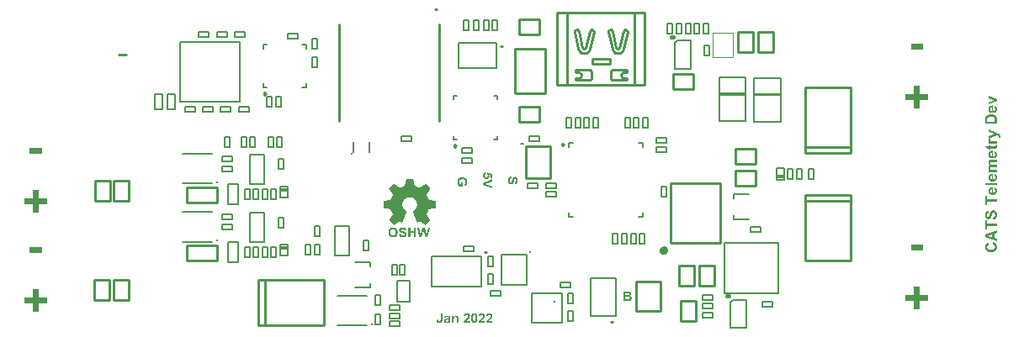
<source format=gto>
G04*
G04 #@! TF.GenerationSoftware,Altium Limited,Altium Designer,20.0.2 (26)*
G04*
G04 Layer_Color=65535*
%FSLAX25Y25*%
%MOIN*%
G70*
G01*
G75*
%ADD10C,0.00984*%
%ADD11C,0.01000*%
%ADD12C,0.01000*%
%ADD13C,0.00394*%
%ADD14C,0.00787*%
%ADD15C,0.01968*%
%ADD16C,0.01575*%
%ADD17C,0.00800*%
%ADD18C,0.00500*%
%ADD19C,0.00600*%
%ADD20C,0.00472*%
%ADD21R,0.03150X0.01181*%
G36*
X-40026Y-1836D02*
X-39942D01*
Y-1879D01*
Y-1921D01*
Y-1963D01*
Y-2006D01*
X-39899D01*
Y-2048D01*
Y-2090D01*
Y-2133D01*
Y-2175D01*
Y-2217D01*
Y-2260D01*
X-39857D01*
Y-2302D01*
Y-2345D01*
Y-2387D01*
Y-2429D01*
Y-2472D01*
X-39815D01*
Y-2514D01*
Y-2556D01*
Y-2599D01*
Y-2641D01*
Y-2683D01*
Y-2726D01*
X-39772D01*
Y-2768D01*
Y-2810D01*
Y-2853D01*
Y-2895D01*
Y-2937D01*
X-39730D01*
Y-2980D01*
Y-3022D01*
Y-3064D01*
Y-3107D01*
Y-3149D01*
Y-3191D01*
X-39688D01*
Y-3234D01*
Y-3276D01*
Y-3318D01*
Y-3361D01*
Y-3403D01*
Y-3446D01*
X-39645D01*
Y-3488D01*
Y-3530D01*
X-39603D01*
Y-3573D01*
X-39645D01*
Y-3615D01*
Y-3657D01*
X-39603D01*
Y-3700D01*
Y-3742D01*
Y-3784D01*
X-39560D01*
Y-3827D01*
Y-3869D01*
Y-3911D01*
Y-3954D01*
Y-3996D01*
Y-4038D01*
X-39518D01*
Y-4081D01*
Y-4123D01*
Y-4165D01*
Y-4208D01*
Y-4250D01*
X-39476D01*
Y-4292D01*
Y-4335D01*
Y-4377D01*
Y-4419D01*
Y-4462D01*
Y-4504D01*
X-39434D01*
Y-4546D01*
Y-4589D01*
X-39391D01*
Y-4631D01*
X-39349D01*
Y-4673D01*
X-39264D01*
Y-4716D01*
X-39137D01*
Y-4758D01*
X-39052D01*
Y-4800D01*
X-38925D01*
Y-4843D01*
X-38841D01*
Y-4885D01*
X-38714D01*
Y-4927D01*
X-38629D01*
Y-4970D01*
X-38544D01*
Y-5012D01*
X-38417D01*
Y-5054D01*
X-38333D01*
Y-5097D01*
X-38206D01*
Y-5139D01*
X-38121D01*
Y-5182D01*
X-37994D01*
Y-5224D01*
X-37909D01*
Y-5266D01*
X-37824D01*
Y-5309D01*
X-37697D01*
Y-5351D01*
X-37613D01*
Y-5393D01*
X-37316D01*
Y-5351D01*
X-37274D01*
Y-5309D01*
X-37189D01*
Y-5266D01*
X-37147D01*
Y-5224D01*
X-37062D01*
Y-5182D01*
X-37020D01*
Y-5139D01*
X-36935D01*
Y-5097D01*
X-36893D01*
Y-5054D01*
X-36808D01*
Y-5012D01*
X-36766D01*
Y-4970D01*
X-36724D01*
Y-4927D01*
X-36639D01*
Y-4885D01*
X-36596D01*
Y-4843D01*
X-36512D01*
Y-4800D01*
X-36469D01*
Y-4758D01*
X-36427D01*
Y-4716D01*
X-36342D01*
Y-4673D01*
X-36300D01*
Y-4631D01*
X-36215D01*
Y-4589D01*
X-36173D01*
Y-4546D01*
X-36088D01*
Y-4504D01*
X-36046D01*
Y-4462D01*
X-35961D01*
Y-4419D01*
X-35919D01*
Y-4377D01*
X-35834D01*
Y-4335D01*
X-35792D01*
Y-4292D01*
X-35707D01*
Y-4250D01*
X-35665D01*
Y-4208D01*
X-35580D01*
Y-4165D01*
X-35538D01*
Y-4123D01*
X-35453D01*
Y-4081D01*
X-35411D01*
Y-4038D01*
X-35326D01*
Y-3996D01*
X-35284D01*
Y-3954D01*
X-35241D01*
Y-3911D01*
X-35157D01*
Y-3869D01*
X-35030D01*
Y-3911D01*
X-34987D01*
Y-3954D01*
X-34945D01*
Y-3996D01*
X-34903D01*
Y-4038D01*
X-34860D01*
Y-4081D01*
X-34818D01*
Y-4123D01*
X-34776D01*
Y-4165D01*
X-34733D01*
Y-4208D01*
X-34691D01*
Y-4250D01*
X-34649D01*
Y-4292D01*
X-34606D01*
Y-4335D01*
X-34564D01*
Y-4377D01*
X-34522D01*
Y-4419D01*
X-34479D01*
Y-4462D01*
X-34437D01*
Y-4504D01*
X-34394D01*
Y-4546D01*
X-34352D01*
Y-4589D01*
X-34310D01*
Y-4631D01*
X-34268D01*
Y-4673D01*
X-34225D01*
Y-4716D01*
X-34183D01*
Y-4758D01*
X-34141D01*
Y-4800D01*
X-34098D01*
Y-4843D01*
X-34056D01*
Y-4885D01*
X-34013D01*
Y-4927D01*
X-33971D01*
Y-4970D01*
X-33929D01*
Y-5012D01*
X-33886D01*
Y-5054D01*
X-33844D01*
Y-5097D01*
X-33802D01*
Y-5139D01*
X-33759D01*
Y-5182D01*
X-33717D01*
Y-5224D01*
X-33675D01*
Y-5266D01*
X-33632D01*
Y-5309D01*
X-33590D01*
Y-5351D01*
X-33548D01*
Y-5393D01*
X-33505D01*
Y-5436D01*
X-33463D01*
Y-5478D01*
X-33421D01*
Y-5520D01*
X-33378D01*
Y-5563D01*
X-33336D01*
Y-5605D01*
X-33294D01*
Y-5647D01*
X-33251D01*
Y-5690D01*
X-33209D01*
Y-5732D01*
X-33167D01*
Y-5774D01*
Y-5817D01*
Y-5859D01*
Y-5901D01*
X-33251D01*
Y-5944D01*
Y-5986D01*
X-33294D01*
Y-6028D01*
X-33336D01*
Y-6071D01*
Y-6113D01*
X-33378D01*
Y-6155D01*
Y-6198D01*
X-33421D01*
Y-6240D01*
X-33463D01*
Y-6283D01*
Y-6325D01*
X-33505D01*
Y-6367D01*
X-33548D01*
Y-6410D01*
Y-6452D01*
X-33590D01*
Y-6494D01*
X-33632D01*
Y-6537D01*
Y-6579D01*
X-33675D01*
Y-6621D01*
X-33717D01*
Y-6664D01*
X-33759D01*
Y-6706D01*
Y-6748D01*
X-33802D01*
Y-6791D01*
X-33844D01*
Y-6833D01*
Y-6875D01*
X-33886D01*
Y-6918D01*
X-33929D01*
Y-6960D01*
Y-7002D01*
X-33971D01*
Y-7045D01*
X-34013D01*
Y-7087D01*
X-34056D01*
Y-7129D01*
Y-7172D01*
X-34098D01*
Y-7214D01*
X-34141D01*
Y-7256D01*
Y-7299D01*
X-34183D01*
Y-7341D01*
Y-7384D01*
X-34225D01*
Y-7426D01*
X-34268D01*
Y-7468D01*
X-34310D01*
Y-7510D01*
X-34352D01*
Y-7553D01*
Y-7595D01*
X-34394D01*
Y-7638D01*
X-34437D01*
Y-7680D01*
Y-7722D01*
X-34479D01*
Y-7765D01*
Y-7807D01*
X-34522D01*
Y-7849D01*
X-34564D01*
Y-7892D01*
Y-7934D01*
X-34606D01*
Y-7976D01*
X-34649D01*
Y-8019D01*
X-34691D01*
Y-8061D01*
Y-8103D01*
Y-8146D01*
Y-8188D01*
Y-8230D01*
X-34649D01*
Y-8273D01*
X-34606D01*
Y-8315D01*
Y-8357D01*
Y-8400D01*
X-34564D01*
Y-8442D01*
Y-8484D01*
X-34522D01*
Y-8527D01*
Y-8569D01*
X-34479D01*
Y-8612D01*
Y-8654D01*
Y-8696D01*
X-34437D01*
Y-8738D01*
Y-8781D01*
Y-8823D01*
X-34394D01*
Y-8866D01*
Y-8908D01*
X-34352D01*
Y-8950D01*
Y-8993D01*
X-34310D01*
Y-9035D01*
Y-9077D01*
Y-9120D01*
X-34268D01*
Y-9162D01*
X-34225D01*
Y-9204D01*
Y-9247D01*
Y-9289D01*
X-34183D01*
Y-9331D01*
Y-9374D01*
Y-9416D01*
X-34141D01*
Y-9458D01*
X-34098D01*
Y-9501D01*
Y-9543D01*
Y-9585D01*
X-34056D01*
Y-9628D01*
Y-9670D01*
X-34013D01*
Y-9712D01*
Y-9755D01*
X-33971D01*
Y-9797D01*
Y-9839D01*
Y-9882D01*
X-33929D01*
Y-9924D01*
Y-9967D01*
X-33886D01*
Y-10009D01*
Y-10051D01*
Y-10093D01*
X-33802D01*
Y-10136D01*
X-33759D01*
Y-10178D01*
X-33590D01*
Y-10221D01*
X-33336D01*
Y-10263D01*
X-33082D01*
Y-10305D01*
X-32870D01*
Y-10348D01*
X-32658D01*
Y-10390D01*
X-32489D01*
Y-10432D01*
X-32277D01*
Y-10475D01*
X-32023D01*
Y-10517D01*
X-31769D01*
Y-10559D01*
X-31558D01*
Y-10602D01*
X-31346D01*
Y-10644D01*
X-31134D01*
Y-10686D01*
X-31092D01*
Y-10729D01*
Y-10771D01*
Y-10813D01*
Y-10856D01*
Y-10898D01*
Y-10940D01*
Y-10983D01*
Y-11025D01*
Y-11067D01*
Y-11110D01*
Y-11152D01*
Y-11195D01*
Y-11237D01*
Y-11279D01*
Y-11321D01*
Y-11364D01*
Y-11406D01*
Y-11449D01*
Y-11491D01*
Y-11533D01*
Y-11576D01*
Y-11618D01*
Y-11660D01*
Y-11703D01*
Y-11745D01*
Y-11787D01*
Y-11830D01*
Y-11872D01*
Y-11914D01*
Y-11957D01*
Y-11999D01*
Y-12041D01*
Y-12084D01*
Y-12126D01*
Y-12168D01*
Y-12211D01*
Y-12253D01*
Y-12295D01*
Y-12338D01*
Y-12380D01*
Y-12422D01*
Y-12465D01*
Y-12507D01*
Y-12550D01*
Y-12592D01*
Y-12634D01*
Y-12676D01*
Y-12719D01*
Y-12761D01*
Y-12804D01*
Y-12846D01*
Y-12888D01*
Y-12931D01*
Y-12973D01*
Y-13015D01*
Y-13058D01*
Y-13100D01*
Y-13142D01*
Y-13185D01*
Y-13227D01*
Y-13269D01*
Y-13312D01*
Y-13354D01*
Y-13396D01*
X-31134D01*
Y-13439D01*
X-31261D01*
Y-13481D01*
X-31473D01*
Y-13523D01*
X-31684D01*
Y-13566D01*
X-31938D01*
Y-13608D01*
X-32193D01*
Y-13650D01*
X-32404D01*
Y-13693D01*
X-32658D01*
Y-13735D01*
X-32870D01*
Y-13778D01*
X-33124D01*
Y-13820D01*
X-33336D01*
Y-13862D01*
X-33505D01*
Y-13905D01*
X-33717D01*
Y-13947D01*
X-33759D01*
Y-13989D01*
X-33802D01*
Y-14031D01*
X-33844D01*
Y-14074D01*
Y-14116D01*
Y-14159D01*
X-33886D01*
Y-14201D01*
Y-14243D01*
X-33929D01*
Y-14286D01*
Y-14328D01*
Y-14370D01*
X-33971D01*
Y-14413D01*
Y-14455D01*
Y-14497D01*
X-34013D01*
Y-14540D01*
Y-14582D01*
X-34056D01*
Y-14624D01*
Y-14667D01*
Y-14709D01*
X-34098D01*
Y-14751D01*
Y-14794D01*
X-34141D01*
Y-14836D01*
Y-14878D01*
Y-14921D01*
X-34183D01*
Y-14963D01*
Y-15006D01*
X-34225D01*
Y-15048D01*
Y-15090D01*
Y-15133D01*
X-34268D01*
Y-15175D01*
Y-15217D01*
X-34310D01*
Y-15259D01*
Y-15302D01*
Y-15344D01*
X-34352D01*
Y-15387D01*
Y-15429D01*
X-34394D01*
Y-15471D01*
Y-15514D01*
Y-15556D01*
X-34437D01*
Y-15598D01*
Y-15641D01*
X-34479D01*
Y-15683D01*
Y-15725D01*
Y-15768D01*
X-34522D01*
Y-15810D01*
Y-15852D01*
X-34564D01*
Y-15895D01*
Y-15937D01*
Y-15979D01*
X-34606D01*
Y-16022D01*
Y-16064D01*
Y-16106D01*
Y-16149D01*
X-34564D01*
Y-16191D01*
Y-16233D01*
X-34522D01*
Y-16276D01*
Y-16318D01*
X-34479D01*
Y-16361D01*
X-34437D01*
Y-16403D01*
Y-16445D01*
X-34394D01*
Y-16488D01*
Y-16530D01*
X-34310D01*
Y-16572D01*
Y-16614D01*
X-34268D01*
Y-16657D01*
X-34225D01*
Y-16699D01*
Y-16742D01*
X-34183D01*
Y-16784D01*
X-34141D01*
Y-16826D01*
Y-16869D01*
X-34098D01*
Y-16911D01*
X-34056D01*
Y-16953D01*
X-34013D01*
Y-16996D01*
Y-17038D01*
X-33971D01*
Y-17080D01*
X-33929D01*
Y-17123D01*
Y-17165D01*
X-33886D01*
Y-17207D01*
Y-17250D01*
X-33844D01*
Y-17292D01*
X-33802D01*
Y-17334D01*
Y-17377D01*
X-33759D01*
Y-17419D01*
X-33717D01*
Y-17461D01*
X-33675D01*
Y-17504D01*
Y-17546D01*
X-33632D01*
Y-17589D01*
X-33590D01*
Y-17631D01*
Y-17673D01*
X-33548D01*
Y-17716D01*
X-33505D01*
Y-17758D01*
Y-17800D01*
X-33463D01*
Y-17842D01*
X-33421D01*
Y-17885D01*
Y-17927D01*
X-33378D01*
Y-17970D01*
X-33336D01*
Y-18012D01*
X-33294D01*
Y-18054D01*
Y-18097D01*
X-33251D01*
Y-18139D01*
X-33209D01*
Y-18181D01*
Y-18224D01*
X-33167D01*
Y-18266D01*
Y-18308D01*
Y-18351D01*
Y-18393D01*
X-33209D01*
Y-18435D01*
X-33251D01*
Y-18478D01*
X-33294D01*
Y-18520D01*
X-33336D01*
Y-18562D01*
X-33378D01*
Y-18605D01*
X-33421D01*
Y-18647D01*
X-33463D01*
Y-18689D01*
X-33505D01*
Y-18732D01*
X-33548D01*
Y-18774D01*
X-33590D01*
Y-18816D01*
X-33632D01*
Y-18859D01*
X-33675D01*
Y-18901D01*
X-33717D01*
Y-18944D01*
X-33759D01*
Y-18986D01*
X-33802D01*
Y-19028D01*
X-33844D01*
Y-19071D01*
X-33886D01*
Y-19113D01*
X-33929D01*
Y-19155D01*
X-33971D01*
Y-19198D01*
X-34013D01*
Y-19240D01*
X-34056D01*
Y-19282D01*
X-34098D01*
Y-19325D01*
X-34141D01*
Y-19367D01*
X-34183D01*
Y-19409D01*
X-34225D01*
Y-19452D01*
X-34268D01*
Y-19494D01*
X-34310D01*
Y-19536D01*
X-34352D01*
Y-19579D01*
X-34394D01*
Y-19621D01*
X-34437D01*
Y-19663D01*
X-34479D01*
Y-19706D01*
X-34522D01*
Y-19748D01*
X-34564D01*
Y-19790D01*
X-34606D01*
Y-19833D01*
X-34649D01*
Y-19875D01*
X-34691D01*
Y-19917D01*
X-34733D01*
Y-19960D01*
X-34776D01*
Y-20002D01*
X-34818D01*
Y-20044D01*
X-34860D01*
Y-20087D01*
X-34903D01*
Y-20129D01*
X-34945D01*
Y-20172D01*
X-34987D01*
Y-20214D01*
X-35199D01*
Y-20172D01*
X-35241D01*
Y-20129D01*
X-35326D01*
Y-20087D01*
X-35368D01*
Y-20044D01*
X-35411D01*
Y-20002D01*
X-35495D01*
Y-19960D01*
X-35538D01*
Y-19917D01*
X-35623D01*
Y-19875D01*
X-35665D01*
Y-19833D01*
X-35750D01*
Y-19790D01*
X-35792D01*
Y-19748D01*
X-35877D01*
Y-19706D01*
X-35919D01*
Y-19663D01*
X-36004D01*
Y-19621D01*
X-36046D01*
Y-19579D01*
X-36131D01*
Y-19536D01*
X-36173D01*
Y-19494D01*
X-36258D01*
Y-19452D01*
X-36300D01*
Y-19409D01*
X-36385D01*
Y-19367D01*
X-36427D01*
Y-19325D01*
X-36512D01*
Y-19282D01*
X-36554D01*
Y-19240D01*
X-36596D01*
Y-19198D01*
X-36681D01*
Y-19155D01*
X-36724D01*
Y-19113D01*
X-36808D01*
Y-19071D01*
X-36851D01*
Y-19028D01*
X-36893D01*
Y-18986D01*
X-36977D01*
Y-18944D01*
X-37020D01*
Y-18901D01*
X-37105D01*
Y-18859D01*
X-37147D01*
Y-18816D01*
X-37359D01*
Y-18859D01*
X-37443D01*
Y-18901D01*
X-37528D01*
Y-18944D01*
X-37613D01*
Y-18986D01*
X-37697D01*
Y-19028D01*
X-37782D01*
Y-19071D01*
X-37867D01*
Y-19113D01*
X-37909D01*
Y-19155D01*
X-37994D01*
Y-19198D01*
X-38078D01*
Y-19240D01*
X-38163D01*
Y-19282D01*
X-38248D01*
Y-19325D01*
X-38333D01*
Y-19282D01*
X-38375D01*
Y-19240D01*
Y-19198D01*
Y-19155D01*
X-38417D01*
Y-19113D01*
Y-19071D01*
X-38460D01*
Y-19028D01*
Y-18986D01*
Y-18944D01*
X-38502D01*
Y-18901D01*
Y-18859D01*
X-38544D01*
Y-18816D01*
Y-18774D01*
X-38587D01*
Y-18732D01*
Y-18689D01*
Y-18647D01*
Y-18605D01*
X-38629D01*
Y-18562D01*
X-38671D01*
Y-18520D01*
Y-18478D01*
X-38714D01*
Y-18435D01*
Y-18393D01*
Y-18351D01*
X-38756D01*
Y-18308D01*
Y-18266D01*
X-38798D01*
Y-18224D01*
Y-18181D01*
Y-18139D01*
X-38841D01*
Y-18097D01*
Y-18054D01*
X-38883D01*
Y-18012D01*
Y-17970D01*
Y-17927D01*
X-38925D01*
Y-17885D01*
Y-17842D01*
X-38968D01*
Y-17800D01*
Y-17758D01*
Y-17716D01*
X-39010D01*
Y-17673D01*
Y-17631D01*
Y-17589D01*
X-39052D01*
Y-17546D01*
Y-17504D01*
X-39095D01*
Y-17461D01*
Y-17419D01*
X-39137D01*
Y-17377D01*
Y-17334D01*
X-39179D01*
Y-17292D01*
Y-17250D01*
X-39222D01*
Y-17207D01*
Y-17165D01*
Y-17123D01*
X-39264D01*
Y-17080D01*
Y-17038D01*
X-39307D01*
Y-16996D01*
Y-16953D01*
Y-16911D01*
X-39349D01*
Y-16869D01*
Y-16826D01*
X-39391D01*
Y-16784D01*
Y-16742D01*
Y-16699D01*
X-39434D01*
Y-16657D01*
Y-16614D01*
X-39476D01*
Y-16572D01*
Y-16530D01*
Y-16488D01*
X-39518D01*
Y-16445D01*
Y-16403D01*
X-39560D01*
Y-16361D01*
Y-16318D01*
X-39603D01*
Y-16276D01*
Y-16233D01*
Y-16191D01*
X-39645D01*
Y-16149D01*
Y-16106D01*
Y-16064D01*
X-39688D01*
Y-16022D01*
Y-15979D01*
X-39730D01*
Y-15937D01*
Y-15895D01*
X-39772D01*
Y-15852D01*
Y-15810D01*
X-39815D01*
Y-15768D01*
Y-15725D01*
Y-15683D01*
X-39857D01*
Y-15641D01*
Y-15598D01*
X-39899D01*
Y-15556D01*
Y-15514D01*
X-39942D01*
Y-15471D01*
Y-15429D01*
Y-15387D01*
X-39984D01*
Y-15344D01*
Y-15302D01*
Y-15259D01*
X-40026D01*
Y-15217D01*
Y-15175D01*
X-40069D01*
Y-15133D01*
Y-15090D01*
Y-15048D01*
X-40111D01*
Y-15006D01*
Y-14963D01*
X-40153D01*
Y-14921D01*
Y-14878D01*
Y-14836D01*
X-40196D01*
Y-14794D01*
X-40153D01*
Y-14751D01*
X-40111D01*
Y-14709D01*
X-40026D01*
Y-14667D01*
X-39942D01*
Y-14624D01*
X-39899D01*
Y-14582D01*
X-39815D01*
Y-14540D01*
X-39772D01*
Y-14497D01*
X-39730D01*
Y-14455D01*
X-39645D01*
Y-14413D01*
X-39603D01*
Y-14370D01*
X-39560D01*
Y-14328D01*
X-39476D01*
Y-14286D01*
X-39434D01*
Y-14243D01*
X-39391D01*
Y-14201D01*
X-39349D01*
Y-14159D01*
X-39307D01*
Y-14116D01*
X-39264D01*
Y-14074D01*
X-39222D01*
Y-14031D01*
X-39179D01*
Y-13989D01*
X-39137D01*
Y-13947D01*
X-39095D01*
Y-13905D01*
Y-13862D01*
X-39052D01*
Y-13820D01*
X-39010D01*
Y-13778D01*
X-38968D01*
Y-13735D01*
Y-13693D01*
X-38925D01*
Y-13650D01*
X-38883D01*
Y-13608D01*
Y-13566D01*
X-38841D01*
Y-13523D01*
X-38798D01*
Y-13481D01*
Y-13439D01*
X-38756D01*
Y-13396D01*
Y-13354D01*
X-38714D01*
Y-13312D01*
Y-13269D01*
X-38671D01*
Y-13227D01*
Y-13185D01*
Y-13142D01*
X-38629D01*
Y-13100D01*
X-38587D01*
Y-13058D01*
Y-13015D01*
Y-12973D01*
X-38544D01*
Y-12931D01*
Y-12888D01*
Y-12846D01*
Y-12804D01*
X-38502D01*
Y-12761D01*
Y-12719D01*
Y-12676D01*
Y-12634D01*
X-38460D01*
Y-12592D01*
Y-12550D01*
Y-12507D01*
Y-12465D01*
Y-12422D01*
Y-12380D01*
Y-12338D01*
Y-12295D01*
Y-12253D01*
X-38417D01*
Y-12211D01*
Y-12168D01*
Y-12126D01*
Y-12084D01*
Y-12041D01*
Y-11999D01*
Y-11957D01*
Y-11914D01*
Y-11872D01*
X-38460D01*
Y-11830D01*
Y-11787D01*
Y-11745D01*
Y-11703D01*
Y-11660D01*
Y-11618D01*
Y-11576D01*
Y-11533D01*
Y-11491D01*
X-38502D01*
Y-11449D01*
Y-11406D01*
Y-11364D01*
Y-11321D01*
X-38544D01*
Y-11279D01*
Y-11237D01*
Y-11195D01*
Y-11152D01*
X-38587D01*
Y-11110D01*
Y-11067D01*
Y-11025D01*
X-38629D01*
Y-10983D01*
X-38671D01*
Y-10940D01*
X-38629D01*
Y-10898D01*
X-38671D01*
Y-10856D01*
X-38714D01*
Y-10813D01*
Y-10771D01*
X-38756D01*
Y-10729D01*
Y-10686D01*
X-38798D01*
Y-10644D01*
Y-10602D01*
X-38841D01*
Y-10559D01*
X-38883D01*
Y-10517D01*
Y-10475D01*
X-38925D01*
Y-10432D01*
X-38968D01*
Y-10390D01*
Y-10348D01*
X-39010D01*
Y-10305D01*
X-39052D01*
Y-10263D01*
X-39095D01*
Y-10221D01*
Y-10178D01*
X-39137D01*
Y-10136D01*
X-39179D01*
Y-10093D01*
X-39222D01*
Y-10051D01*
X-39264D01*
Y-10009D01*
X-39307D01*
Y-9967D01*
X-39349D01*
Y-9924D01*
X-39391D01*
Y-9882D01*
X-39434D01*
Y-9839D01*
X-39476D01*
Y-9797D01*
X-39560D01*
Y-9755D01*
X-39603D01*
Y-9712D01*
X-39645D01*
Y-9670D01*
X-39730D01*
Y-9628D01*
X-39772D01*
Y-9585D01*
X-39857D01*
Y-9543D01*
X-39942D01*
Y-9501D01*
X-40026D01*
Y-9458D01*
X-40111D01*
Y-9416D01*
X-40196D01*
Y-9374D01*
X-40280D01*
Y-9331D01*
X-40407D01*
Y-9289D01*
X-40534D01*
Y-9247D01*
X-40704D01*
Y-9204D01*
X-40916D01*
Y-9162D01*
X-41762D01*
Y-9204D01*
X-41974D01*
Y-9247D01*
X-42143D01*
Y-9289D01*
X-42271D01*
Y-9331D01*
X-42398D01*
Y-9374D01*
X-42482D01*
Y-9416D01*
X-42567D01*
Y-9458D01*
X-42652D01*
Y-9501D01*
X-42736D01*
Y-9543D01*
X-42821D01*
Y-9585D01*
X-42906D01*
Y-9628D01*
X-42948D01*
Y-9670D01*
X-43033D01*
Y-9712D01*
X-43075D01*
Y-9755D01*
X-43117D01*
Y-9797D01*
X-43202D01*
Y-9839D01*
X-43244D01*
Y-9882D01*
X-43287D01*
Y-9924D01*
X-43329D01*
Y-9967D01*
X-43371D01*
Y-10009D01*
X-43414D01*
Y-10051D01*
X-43456D01*
Y-10093D01*
X-43499D01*
Y-10136D01*
X-43541D01*
Y-10178D01*
X-43583D01*
Y-10221D01*
Y-10263D01*
X-43668D01*
Y-10305D01*
Y-10348D01*
X-43710D01*
Y-10390D01*
Y-10432D01*
X-43753D01*
Y-10475D01*
X-43795D01*
Y-10517D01*
Y-10559D01*
X-43837D01*
Y-10602D01*
X-43880D01*
Y-10644D01*
Y-10686D01*
X-43922D01*
Y-10729D01*
Y-10771D01*
X-43964D01*
Y-10813D01*
Y-10856D01*
X-44007D01*
Y-10898D01*
X-44049D01*
Y-10940D01*
X-44007D01*
Y-10983D01*
X-44049D01*
Y-11025D01*
X-44091D01*
Y-11067D01*
Y-11110D01*
Y-11152D01*
X-44134D01*
Y-11195D01*
Y-11237D01*
Y-11279D01*
Y-11321D01*
X-44176D01*
Y-11364D01*
Y-11406D01*
Y-11449D01*
Y-11491D01*
X-44218D01*
Y-11533D01*
Y-11576D01*
Y-11618D01*
Y-11660D01*
Y-11703D01*
Y-11745D01*
Y-11787D01*
Y-11830D01*
Y-11872D01*
X-44261D01*
Y-11914D01*
Y-11957D01*
Y-11999D01*
Y-12041D01*
Y-12084D01*
Y-12126D01*
Y-12168D01*
Y-12211D01*
Y-12253D01*
X-44218D01*
Y-12295D01*
Y-12338D01*
Y-12380D01*
Y-12422D01*
Y-12465D01*
Y-12507D01*
Y-12550D01*
Y-12592D01*
Y-12634D01*
X-44176D01*
Y-12676D01*
Y-12719D01*
Y-12761D01*
Y-12804D01*
X-44134D01*
Y-12846D01*
Y-12888D01*
Y-12931D01*
Y-12973D01*
X-44091D01*
Y-13015D01*
Y-13058D01*
Y-13100D01*
X-44049D01*
Y-13142D01*
X-44007D01*
Y-13185D01*
Y-13227D01*
Y-13269D01*
X-43964D01*
Y-13312D01*
Y-13354D01*
X-43922D01*
Y-13396D01*
Y-13439D01*
X-43880D01*
Y-13481D01*
Y-13523D01*
X-43837D01*
Y-13566D01*
X-43795D01*
Y-13608D01*
Y-13650D01*
X-43753D01*
Y-13693D01*
X-43710D01*
Y-13735D01*
Y-13778D01*
X-43668D01*
Y-13820D01*
X-43626D01*
Y-13862D01*
X-43583D01*
Y-13905D01*
Y-13947D01*
X-43541D01*
Y-13989D01*
X-43499D01*
Y-14031D01*
X-43456D01*
Y-14074D01*
X-43414D01*
Y-14116D01*
X-43371D01*
Y-14159D01*
X-43329D01*
Y-14201D01*
X-43287D01*
Y-14243D01*
X-43244D01*
Y-14286D01*
X-43202D01*
Y-14328D01*
X-43117D01*
Y-14370D01*
X-43075D01*
Y-14413D01*
X-43033D01*
Y-14455D01*
X-42948D01*
Y-14497D01*
X-42906D01*
Y-14540D01*
X-42863D01*
Y-14582D01*
X-42779D01*
Y-14624D01*
X-42736D01*
Y-14667D01*
X-42652D01*
Y-14709D01*
X-42567D01*
Y-14751D01*
X-42525D01*
Y-14794D01*
X-42482D01*
Y-14836D01*
X-42525D01*
Y-14878D01*
Y-14921D01*
Y-14963D01*
X-42567D01*
Y-15006D01*
Y-15048D01*
X-42609D01*
Y-15090D01*
Y-15133D01*
Y-15175D01*
X-42652D01*
Y-15217D01*
Y-15259D01*
X-42694D01*
Y-15302D01*
Y-15344D01*
Y-15387D01*
X-42736D01*
Y-15429D01*
Y-15471D01*
Y-15514D01*
X-42779D01*
Y-15556D01*
Y-15598D01*
X-42821D01*
Y-15641D01*
Y-15683D01*
X-42863D01*
Y-15725D01*
Y-15768D01*
Y-15810D01*
X-42906D01*
Y-15852D01*
Y-15895D01*
X-42948D01*
Y-15937D01*
Y-15979D01*
X-42990D01*
Y-16022D01*
Y-16064D01*
X-43033D01*
Y-16106D01*
Y-16149D01*
Y-16191D01*
X-43075D01*
Y-16233D01*
Y-16276D01*
Y-16318D01*
X-43117D01*
Y-16361D01*
Y-16403D01*
X-43160D01*
Y-16445D01*
Y-16488D01*
Y-16530D01*
X-43202D01*
Y-16572D01*
Y-16614D01*
X-43244D01*
Y-16657D01*
Y-16699D01*
X-43287D01*
Y-16742D01*
Y-16784D01*
Y-16826D01*
X-43329D01*
Y-16869D01*
Y-16911D01*
X-43371D01*
Y-16953D01*
Y-16996D01*
Y-17038D01*
X-43414D01*
Y-17080D01*
Y-17123D01*
Y-17165D01*
X-43456D01*
Y-17207D01*
Y-17250D01*
X-43499D01*
Y-17292D01*
Y-17334D01*
X-43541D01*
Y-17377D01*
Y-17419D01*
X-43583D01*
Y-17461D01*
Y-17504D01*
X-43626D01*
Y-17546D01*
Y-17589D01*
X-43668D01*
Y-17631D01*
Y-17673D01*
Y-17716D01*
X-43710D01*
Y-17758D01*
Y-17800D01*
Y-17842D01*
X-43753D01*
Y-17885D01*
Y-17927D01*
X-43795D01*
Y-17970D01*
Y-18012D01*
Y-18054D01*
X-43837D01*
Y-18097D01*
Y-18139D01*
X-43880D01*
Y-18181D01*
Y-18224D01*
Y-18266D01*
X-43922D01*
Y-18308D01*
Y-18351D01*
X-43964D01*
Y-18393D01*
Y-18435D01*
Y-18478D01*
X-44007D01*
Y-18520D01*
Y-18562D01*
X-44049D01*
Y-18605D01*
X-44091D01*
Y-18647D01*
Y-18689D01*
Y-18732D01*
Y-18774D01*
X-44134D01*
Y-18816D01*
Y-18859D01*
X-44176D01*
Y-18901D01*
Y-18944D01*
X-44218D01*
Y-18986D01*
Y-19028D01*
Y-19071D01*
X-44261D01*
Y-19113D01*
Y-19155D01*
X-44303D01*
Y-19198D01*
Y-19240D01*
Y-19282D01*
X-44515D01*
Y-19240D01*
X-44600D01*
Y-19198D01*
X-44684D01*
Y-19155D01*
X-44769D01*
Y-19113D01*
X-44811D01*
Y-19071D01*
X-44896D01*
Y-19028D01*
X-44981D01*
Y-18986D01*
X-45065D01*
Y-18944D01*
X-45150D01*
Y-18901D01*
X-45235D01*
Y-18859D01*
X-45319D01*
Y-18816D01*
X-45531D01*
Y-18859D01*
X-45573D01*
Y-18901D01*
X-45658D01*
Y-18944D01*
X-45700D01*
Y-18986D01*
X-45743D01*
Y-19028D01*
X-45827D01*
Y-19071D01*
X-45870D01*
Y-19113D01*
X-45954D01*
Y-19155D01*
X-45997D01*
Y-19198D01*
X-46082D01*
Y-19240D01*
X-46124D01*
Y-19282D01*
X-46166D01*
Y-19325D01*
X-46251D01*
Y-19367D01*
X-46293D01*
Y-19409D01*
X-46378D01*
Y-19452D01*
X-46420D01*
Y-19494D01*
X-46505D01*
Y-19536D01*
X-46547D01*
Y-19579D01*
X-46632D01*
Y-19621D01*
X-46717D01*
Y-19663D01*
X-46759D01*
Y-19706D01*
X-46801D01*
Y-19748D01*
X-46886D01*
Y-19790D01*
X-46928D01*
Y-19833D01*
X-47013D01*
Y-19875D01*
X-47056D01*
Y-19917D01*
X-47140D01*
Y-19960D01*
X-47183D01*
Y-20002D01*
X-47267D01*
Y-20044D01*
X-47309D01*
Y-20087D01*
X-47352D01*
Y-20129D01*
X-47437D01*
Y-20172D01*
X-47479D01*
Y-20214D01*
X-47691D01*
Y-20172D01*
X-47733D01*
Y-20129D01*
X-47775D01*
Y-20087D01*
X-47818D01*
Y-20044D01*
X-47860D01*
Y-20002D01*
X-47902D01*
Y-19960D01*
X-47945D01*
Y-19917D01*
X-47987D01*
Y-19875D01*
X-48029D01*
Y-19833D01*
X-48072D01*
Y-19790D01*
X-48114D01*
Y-19748D01*
X-48156D01*
Y-19706D01*
X-48199D01*
Y-19663D01*
X-48241D01*
Y-19621D01*
X-48283D01*
Y-19579D01*
X-48326D01*
Y-19536D01*
X-48368D01*
Y-19494D01*
X-48410D01*
Y-19452D01*
X-48453D01*
Y-19409D01*
X-48495D01*
Y-19367D01*
X-48537D01*
Y-19325D01*
X-48580D01*
Y-19282D01*
X-48622D01*
Y-19240D01*
X-48665D01*
Y-19198D01*
X-48707D01*
Y-19155D01*
X-48749D01*
Y-19113D01*
X-48792D01*
Y-19071D01*
X-48834D01*
Y-19028D01*
X-48876D01*
Y-18986D01*
X-48919D01*
Y-18944D01*
X-48961D01*
Y-18901D01*
X-49003D01*
Y-18859D01*
X-49046D01*
Y-18816D01*
X-49088D01*
Y-18774D01*
X-49130D01*
Y-18732D01*
X-49173D01*
Y-18689D01*
X-49215D01*
Y-18647D01*
X-49257D01*
Y-18605D01*
X-49300D01*
Y-18562D01*
X-49342D01*
Y-18520D01*
X-49384D01*
Y-18478D01*
X-49427D01*
Y-18435D01*
X-49469D01*
Y-18393D01*
X-49512D01*
Y-18351D01*
Y-18308D01*
Y-18266D01*
Y-18224D01*
X-49469D01*
Y-18181D01*
Y-18139D01*
X-49427D01*
Y-18097D01*
X-49384D01*
Y-18054D01*
Y-18012D01*
X-49342D01*
Y-17970D01*
X-49300D01*
Y-17927D01*
X-49257D01*
Y-17885D01*
Y-17842D01*
X-49215D01*
Y-17800D01*
X-49173D01*
Y-17758D01*
Y-17716D01*
X-49130D01*
Y-17673D01*
X-49088D01*
Y-17631D01*
Y-17589D01*
X-49046D01*
Y-17546D01*
X-49003D01*
Y-17504D01*
Y-17461D01*
X-48961D01*
Y-17419D01*
X-48919D01*
Y-17377D01*
X-48876D01*
Y-17334D01*
Y-17292D01*
X-48834D01*
Y-17250D01*
X-48792D01*
Y-17207D01*
Y-17165D01*
X-48749D01*
Y-17123D01*
Y-17080D01*
X-48707D01*
Y-17038D01*
X-48665D01*
Y-16996D01*
Y-16953D01*
X-48622D01*
Y-16911D01*
X-48580D01*
Y-16869D01*
X-48537D01*
Y-16826D01*
Y-16784D01*
X-48495D01*
Y-16742D01*
X-48453D01*
Y-16699D01*
Y-16657D01*
X-48410D01*
Y-16614D01*
X-48368D01*
Y-16572D01*
Y-16530D01*
X-48283D01*
Y-16488D01*
Y-16445D01*
X-48241D01*
Y-16403D01*
Y-16361D01*
X-48199D01*
Y-16318D01*
X-48156D01*
Y-16276D01*
Y-16233D01*
X-48114D01*
Y-16191D01*
Y-16149D01*
X-48072D01*
Y-16106D01*
Y-16064D01*
Y-16022D01*
Y-15979D01*
X-48114D01*
Y-15937D01*
Y-15895D01*
Y-15852D01*
X-48156D01*
Y-15810D01*
Y-15768D01*
X-48199D01*
Y-15725D01*
Y-15683D01*
Y-15641D01*
X-48241D01*
Y-15598D01*
Y-15556D01*
X-48283D01*
Y-15514D01*
Y-15471D01*
Y-15429D01*
X-48326D01*
Y-15387D01*
Y-15344D01*
X-48368D01*
Y-15302D01*
Y-15259D01*
Y-15217D01*
X-48410D01*
Y-15175D01*
Y-15133D01*
X-48453D01*
Y-15090D01*
Y-15048D01*
Y-15006D01*
X-48495D01*
Y-14963D01*
Y-14921D01*
X-48537D01*
Y-14878D01*
Y-14836D01*
Y-14794D01*
X-48580D01*
Y-14751D01*
Y-14709D01*
X-48622D01*
Y-14667D01*
Y-14624D01*
Y-14582D01*
X-48665D01*
Y-14540D01*
Y-14497D01*
X-48707D01*
Y-14455D01*
Y-14413D01*
Y-14370D01*
X-48749D01*
Y-14328D01*
Y-14286D01*
Y-14243D01*
X-48792D01*
Y-14201D01*
Y-14159D01*
X-48834D01*
Y-14116D01*
Y-14074D01*
Y-14031D01*
X-48876D01*
Y-13989D01*
X-48919D01*
Y-13947D01*
X-48961D01*
Y-13905D01*
X-49173D01*
Y-13862D01*
X-49342D01*
Y-13820D01*
X-49554D01*
Y-13778D01*
X-49808D01*
Y-13735D01*
X-50020D01*
Y-13693D01*
X-50274D01*
Y-13650D01*
X-50485D01*
Y-13608D01*
X-50739D01*
Y-13566D01*
X-50951D01*
Y-13523D01*
X-51205D01*
Y-13481D01*
X-51417D01*
Y-13439D01*
X-51544D01*
Y-13396D01*
X-51586D01*
Y-13354D01*
Y-13312D01*
Y-13269D01*
Y-13227D01*
Y-13185D01*
Y-13142D01*
Y-13100D01*
Y-13058D01*
Y-13015D01*
Y-12973D01*
Y-12931D01*
Y-12888D01*
Y-12846D01*
Y-12804D01*
Y-12761D01*
Y-12719D01*
Y-12676D01*
Y-12634D01*
Y-12592D01*
Y-12550D01*
Y-12507D01*
Y-12465D01*
Y-12422D01*
Y-12380D01*
Y-12338D01*
Y-12295D01*
Y-12253D01*
Y-12211D01*
Y-12168D01*
Y-12126D01*
Y-12084D01*
Y-12041D01*
Y-11999D01*
Y-11957D01*
Y-11914D01*
Y-11872D01*
Y-11830D01*
Y-11787D01*
Y-11745D01*
Y-11703D01*
Y-11660D01*
Y-11618D01*
Y-11576D01*
Y-11533D01*
Y-11491D01*
Y-11449D01*
Y-11406D01*
Y-11364D01*
Y-11321D01*
Y-11279D01*
Y-11237D01*
Y-11195D01*
Y-11152D01*
Y-11110D01*
Y-11067D01*
Y-11025D01*
Y-10983D01*
Y-10940D01*
Y-10898D01*
Y-10856D01*
Y-10813D01*
Y-10771D01*
Y-10729D01*
Y-10686D01*
X-51544D01*
Y-10644D01*
X-51332D01*
Y-10602D01*
X-51121D01*
Y-10559D01*
X-50867D01*
Y-10517D01*
X-50655D01*
Y-10475D01*
X-50401D01*
Y-10432D01*
X-50189D01*
Y-10390D01*
X-50020D01*
Y-10348D01*
X-49808D01*
Y-10305D01*
X-49554D01*
Y-10263D01*
X-49300D01*
Y-10221D01*
X-49088D01*
Y-10178D01*
X-48919D01*
Y-10136D01*
X-48876D01*
Y-10093D01*
X-48792D01*
Y-10051D01*
Y-10009D01*
X-48749D01*
Y-9967D01*
Y-9924D01*
Y-9882D01*
X-48707D01*
Y-9839D01*
Y-9797D01*
Y-9755D01*
X-48665D01*
Y-9712D01*
Y-9670D01*
X-48622D01*
Y-9628D01*
Y-9585D01*
X-48580D01*
Y-9543D01*
X-48537D01*
Y-9501D01*
X-48580D01*
Y-9458D01*
X-48537D01*
Y-9416D01*
Y-9374D01*
X-48495D01*
Y-9331D01*
Y-9289D01*
X-48453D01*
Y-9247D01*
Y-9204D01*
X-48410D01*
Y-9162D01*
Y-9120D01*
X-48368D01*
Y-9077D01*
Y-9035D01*
Y-8993D01*
X-48326D01*
Y-8950D01*
Y-8908D01*
X-48283D01*
Y-8866D01*
Y-8823D01*
Y-8781D01*
X-48241D01*
Y-8738D01*
Y-8696D01*
X-48199D01*
Y-8654D01*
Y-8612D01*
X-48156D01*
Y-8569D01*
Y-8527D01*
Y-8484D01*
X-48114D01*
Y-8442D01*
Y-8400D01*
X-48072D01*
Y-8357D01*
Y-8315D01*
X-48029D01*
Y-8273D01*
Y-8230D01*
X-47987D01*
Y-8188D01*
Y-8146D01*
Y-8103D01*
Y-8061D01*
Y-8019D01*
X-48029D01*
Y-7976D01*
X-48072D01*
Y-7934D01*
X-48114D01*
Y-7892D01*
Y-7849D01*
X-48156D01*
Y-7807D01*
X-48199D01*
Y-7765D01*
Y-7722D01*
X-48241D01*
Y-7680D01*
Y-7638D01*
X-48283D01*
Y-7595D01*
X-48326D01*
Y-7553D01*
Y-7510D01*
X-48368D01*
Y-7468D01*
X-48410D01*
Y-7426D01*
X-48453D01*
Y-7384D01*
X-48495D01*
Y-7341D01*
Y-7299D01*
X-48537D01*
Y-7256D01*
Y-7214D01*
X-48580D01*
Y-7172D01*
X-48622D01*
Y-7129D01*
Y-7087D01*
X-48665D01*
Y-7045D01*
X-48707D01*
Y-7002D01*
X-48749D01*
Y-6960D01*
Y-6918D01*
X-48792D01*
Y-6875D01*
X-48834D01*
Y-6833D01*
Y-6791D01*
X-48876D01*
Y-6748D01*
X-48919D01*
Y-6706D01*
Y-6664D01*
X-48961D01*
Y-6621D01*
X-49003D01*
Y-6579D01*
X-49046D01*
Y-6537D01*
Y-6494D01*
X-49088D01*
Y-6452D01*
X-49130D01*
Y-6410D01*
Y-6367D01*
X-49173D01*
Y-6325D01*
X-49215D01*
Y-6283D01*
Y-6240D01*
X-49257D01*
Y-6198D01*
X-49300D01*
Y-6155D01*
Y-6113D01*
X-49342D01*
Y-6071D01*
Y-6028D01*
X-49384D01*
Y-5986D01*
X-49427D01*
Y-5944D01*
Y-5901D01*
X-49469D01*
Y-5859D01*
X-49512D01*
Y-5817D01*
Y-5774D01*
Y-5732D01*
X-49469D01*
Y-5690D01*
X-49427D01*
Y-5647D01*
X-49384D01*
Y-5605D01*
X-49342D01*
Y-5563D01*
X-49300D01*
Y-5520D01*
X-49257D01*
Y-5478D01*
X-49215D01*
Y-5436D01*
X-49173D01*
Y-5393D01*
X-49130D01*
Y-5351D01*
X-49088D01*
Y-5309D01*
X-49046D01*
Y-5266D01*
X-49003D01*
Y-5224D01*
X-48961D01*
Y-5182D01*
X-48919D01*
Y-5139D01*
X-48876D01*
Y-5097D01*
X-48834D01*
Y-5054D01*
X-48792D01*
Y-5012D01*
X-48749D01*
Y-4970D01*
X-48707D01*
Y-4927D01*
X-48665D01*
Y-4885D01*
X-48622D01*
Y-4843D01*
X-48580D01*
Y-4800D01*
X-48537D01*
Y-4758D01*
X-48495D01*
Y-4716D01*
X-48453D01*
Y-4673D01*
X-48410D01*
Y-4631D01*
X-48368D01*
Y-4589D01*
X-48326D01*
Y-4546D01*
X-48283D01*
Y-4504D01*
X-48241D01*
Y-4462D01*
X-48199D01*
Y-4419D01*
X-48156D01*
Y-4377D01*
X-48114D01*
Y-4335D01*
X-48072D01*
Y-4292D01*
X-48029D01*
Y-4250D01*
X-47987D01*
Y-4208D01*
X-47945D01*
Y-4165D01*
X-47902D01*
Y-4123D01*
X-47860D01*
Y-4081D01*
X-47818D01*
Y-4038D01*
X-47775D01*
Y-3996D01*
X-47733D01*
Y-3954D01*
X-47691D01*
Y-3911D01*
X-47648D01*
Y-3869D01*
X-47521D01*
Y-3911D01*
X-47437D01*
Y-3954D01*
X-47394D01*
Y-3996D01*
X-47309D01*
Y-4038D01*
X-47267D01*
Y-4081D01*
X-47225D01*
Y-4123D01*
X-47140D01*
Y-4165D01*
X-47098D01*
Y-4208D01*
X-47013D01*
Y-4250D01*
X-46928D01*
Y-4292D01*
X-46886D01*
Y-4335D01*
X-46844D01*
Y-4377D01*
X-46759D01*
Y-4419D01*
X-46717D01*
Y-4462D01*
X-46632D01*
Y-4504D01*
X-46590D01*
Y-4546D01*
X-46505D01*
Y-4589D01*
X-46463D01*
Y-4631D01*
X-46378D01*
Y-4673D01*
X-46336D01*
Y-4716D01*
X-46251D01*
Y-4758D01*
X-46209D01*
Y-4800D01*
X-46166D01*
Y-4843D01*
X-46082D01*
Y-4885D01*
X-46039D01*
Y-4927D01*
X-45954D01*
Y-4970D01*
X-45912D01*
Y-5012D01*
X-45827D01*
Y-5054D01*
X-45785D01*
Y-5097D01*
X-45743D01*
Y-5139D01*
X-45658D01*
Y-5182D01*
X-45616D01*
Y-5224D01*
X-45531D01*
Y-5266D01*
X-45489D01*
Y-5309D01*
X-45404D01*
Y-5351D01*
X-45362D01*
Y-5393D01*
X-45065D01*
Y-5351D01*
X-44981D01*
Y-5309D01*
X-44854D01*
Y-5266D01*
X-44769D01*
Y-5224D01*
X-44642D01*
Y-5182D01*
X-44557D01*
Y-5139D01*
X-44473D01*
Y-5097D01*
X-44345D01*
Y-5054D01*
X-44261D01*
Y-5012D01*
X-44134D01*
Y-4970D01*
X-44049D01*
Y-4927D01*
X-43964D01*
Y-4885D01*
X-43837D01*
Y-4843D01*
X-43753D01*
Y-4800D01*
X-43626D01*
Y-4758D01*
X-43541D01*
Y-4716D01*
X-43414D01*
Y-4673D01*
X-43329D01*
Y-4631D01*
X-43287D01*
Y-4589D01*
X-43244D01*
Y-4546D01*
Y-4504D01*
X-43202D01*
Y-4462D01*
Y-4419D01*
Y-4377D01*
Y-4335D01*
Y-4292D01*
Y-4250D01*
X-43160D01*
Y-4208D01*
Y-4165D01*
Y-4123D01*
Y-4081D01*
Y-4038D01*
X-43117D01*
Y-3996D01*
Y-3954D01*
Y-3911D01*
Y-3869D01*
Y-3827D01*
Y-3784D01*
X-43075D01*
Y-3742D01*
Y-3700D01*
Y-3657D01*
X-43033D01*
Y-3615D01*
Y-3573D01*
X-43075D01*
Y-3530D01*
X-43033D01*
Y-3488D01*
Y-3446D01*
X-42990D01*
Y-3403D01*
Y-3361D01*
Y-3318D01*
Y-3276D01*
Y-3234D01*
Y-3191D01*
X-42948D01*
Y-3149D01*
Y-3107D01*
Y-3064D01*
Y-3022D01*
Y-2980D01*
Y-2937D01*
X-42906D01*
Y-2895D01*
Y-2853D01*
Y-2810D01*
Y-2768D01*
Y-2726D01*
X-42863D01*
Y-2683D01*
Y-2641D01*
Y-2599D01*
Y-2556D01*
Y-2514D01*
Y-2472D01*
X-42821D01*
Y-2429D01*
Y-2387D01*
Y-2345D01*
Y-2302D01*
Y-2260D01*
X-42779D01*
Y-2217D01*
Y-2175D01*
Y-2133D01*
Y-2090D01*
Y-2048D01*
Y-2006D01*
X-42736D01*
Y-1963D01*
Y-1921D01*
Y-1879D01*
Y-1836D01*
X-42652D01*
Y-1794D01*
X-40026D01*
Y-1836D01*
D02*
G37*
G36*
X160712Y-47922D02*
X164071D01*
Y-50226D01*
X160712D01*
Y-53543D01*
X158477D01*
Y-50226D01*
X155118D01*
Y-47922D01*
X158477D01*
Y-44605D01*
X160712D01*
Y-47922D01*
D02*
G37*
G36*
X-188398Y-9536D02*
X-185039D01*
Y-11840D01*
X-188398D01*
Y-15157D01*
X-190633D01*
Y-11840D01*
X-193992D01*
Y-9536D01*
X-190633D01*
Y-6219D01*
X-188398D01*
Y-9536D01*
D02*
G37*
G36*
X160712Y31802D02*
X164071D01*
Y29498D01*
X160712D01*
Y26181D01*
X158477D01*
Y29498D01*
X155118D01*
Y31802D01*
X158477D01*
Y35120D01*
X160712D01*
Y31802D01*
D02*
G37*
G36*
X-22901Y-56129D02*
X-22838Y-56137D01*
X-22772Y-56146D01*
X-22697Y-56162D01*
X-22618Y-56187D01*
X-22543Y-56216D01*
X-22539D01*
X-22535Y-56221D01*
X-22510Y-56233D01*
X-22472Y-56250D01*
X-22431Y-56279D01*
X-22381Y-56308D01*
X-22331Y-56349D01*
X-22281Y-56391D01*
X-22239Y-56441D01*
X-22235Y-56445D01*
X-22223Y-56466D01*
X-22206Y-56491D01*
X-22181Y-56528D01*
X-22156Y-56574D01*
X-22135Y-56628D01*
X-22110Y-56686D01*
X-22094Y-56749D01*
Y-56757D01*
X-22085Y-56782D01*
X-22081Y-56820D01*
X-22073Y-56874D01*
X-22065Y-56944D01*
X-22060Y-57028D01*
X-22052Y-57127D01*
Y-57244D01*
Y-58970D01*
X-22788D01*
Y-57552D01*
Y-57548D01*
Y-57531D01*
Y-57510D01*
Y-57477D01*
Y-57444D01*
X-22793Y-57402D01*
Y-57310D01*
X-22801Y-57211D01*
X-22809Y-57115D01*
X-22813Y-57069D01*
X-22822Y-57032D01*
X-22830Y-56998D01*
X-22838Y-56969D01*
Y-56965D01*
X-22847Y-56949D01*
X-22859Y-56924D01*
X-22876Y-56894D01*
X-22897Y-56861D01*
X-22921Y-56824D01*
X-22955Y-56790D01*
X-22992Y-56761D01*
X-22996Y-56757D01*
X-23009Y-56749D01*
X-23034Y-56736D01*
X-23063Y-56724D01*
X-23100Y-56711D01*
X-23142Y-56699D01*
X-23188Y-56691D01*
X-23242Y-56686D01*
X-23275D01*
X-23308Y-56691D01*
X-23358Y-56699D01*
X-23408Y-56711D01*
X-23467Y-56732D01*
X-23529Y-56757D01*
X-23587Y-56795D01*
X-23595Y-56799D01*
X-23612Y-56815D01*
X-23637Y-56836D01*
X-23670Y-56870D01*
X-23704Y-56907D01*
X-23737Y-56957D01*
X-23766Y-57011D01*
X-23791Y-57073D01*
X-23795Y-57082D01*
Y-57090D01*
X-23799Y-57107D01*
X-23803Y-57127D01*
X-23808Y-57152D01*
X-23812Y-57182D01*
X-23816Y-57215D01*
X-23824Y-57256D01*
X-23828Y-57302D01*
X-23833Y-57356D01*
X-23837Y-57414D01*
X-23841Y-57477D01*
Y-57548D01*
X-23845Y-57627D01*
Y-57710D01*
Y-58970D01*
X-24581D01*
Y-56187D01*
X-23899D01*
Y-56599D01*
X-23895Y-56595D01*
X-23882Y-56578D01*
X-23862Y-56553D01*
X-23833Y-56524D01*
X-23799Y-56491D01*
X-23753Y-56449D01*
X-23708Y-56408D01*
X-23650Y-56362D01*
X-23587Y-56316D01*
X-23516Y-56275D01*
X-23441Y-56233D01*
X-23362Y-56200D01*
X-23275Y-56166D01*
X-23184Y-56146D01*
X-23088Y-56129D01*
X-22988Y-56125D01*
X-22946D01*
X-22901Y-56129D01*
D02*
G37*
G36*
X-28375Y-57568D02*
Y-57573D01*
Y-57589D01*
Y-57614D01*
Y-57647D01*
X-28379Y-57685D01*
Y-57731D01*
X-28384Y-57785D01*
X-28388Y-57839D01*
X-28396Y-57955D01*
X-28413Y-58076D01*
X-28433Y-58197D01*
X-28446Y-58251D01*
X-28463Y-58301D01*
Y-58305D01*
X-28467Y-58317D01*
X-28475Y-58334D01*
X-28483Y-58355D01*
X-28496Y-58384D01*
X-28513Y-58417D01*
X-28554Y-58496D01*
X-28612Y-58579D01*
X-28683Y-58671D01*
X-28766Y-58758D01*
X-28816Y-58800D01*
X-28870Y-58841D01*
X-28874Y-58846D01*
X-28883Y-58850D01*
X-28899Y-58858D01*
X-28924Y-58870D01*
X-28953Y-58887D01*
X-28991Y-58904D01*
X-29033Y-58920D01*
X-29078Y-58941D01*
X-29132Y-58958D01*
X-29191Y-58979D01*
X-29257Y-58995D01*
X-29324Y-59008D01*
X-29399Y-59024D01*
X-29478Y-59033D01*
X-29565Y-59037D01*
X-29652Y-59041D01*
X-29677D01*
X-29706Y-59037D01*
X-29744D01*
X-29794Y-59033D01*
X-29848Y-59024D01*
X-29906Y-59016D01*
X-29973Y-58999D01*
X-30043Y-58983D01*
X-30114Y-58962D01*
X-30185Y-58937D01*
X-30260Y-58908D01*
X-30331Y-58870D01*
X-30401Y-58829D01*
X-30464Y-58779D01*
X-30526Y-58725D01*
X-30530Y-58721D01*
X-30538Y-58708D01*
X-30555Y-58692D01*
X-30576Y-58667D01*
X-30597Y-58633D01*
X-30622Y-58592D01*
X-30651Y-58542D01*
X-30680Y-58488D01*
X-30709Y-58425D01*
X-30738Y-58355D01*
X-30763Y-58280D01*
X-30784Y-58197D01*
X-30805Y-58105D01*
X-30821Y-58005D01*
X-30830Y-57901D01*
X-30834Y-57789D01*
X-30102Y-57706D01*
Y-57710D01*
Y-57718D01*
Y-57739D01*
X-30097Y-57760D01*
Y-57789D01*
X-30093Y-57818D01*
X-30085Y-57889D01*
X-30073Y-57968D01*
X-30056Y-58043D01*
X-30035Y-58118D01*
X-30023Y-58147D01*
X-30006Y-58176D01*
Y-58180D01*
X-30002Y-58184D01*
X-29981Y-58209D01*
X-29952Y-58238D01*
X-29910Y-58276D01*
X-29856Y-58313D01*
X-29790Y-58346D01*
X-29715Y-58371D01*
X-29669Y-58375D01*
X-29623Y-58380D01*
X-29598D01*
X-29582Y-58375D01*
X-29536Y-58371D01*
X-29482Y-58363D01*
X-29419Y-58342D01*
X-29361Y-58317D01*
X-29303Y-58284D01*
X-29257Y-58234D01*
X-29253Y-58226D01*
X-29249Y-58217D01*
X-29241Y-58205D01*
X-29232Y-58184D01*
X-29224Y-58163D01*
X-29211Y-58134D01*
X-29203Y-58101D01*
X-29195Y-58063D01*
X-29182Y-58018D01*
X-29174Y-57968D01*
X-29166Y-57910D01*
X-29157Y-57847D01*
X-29153Y-57776D01*
X-29149Y-57701D01*
Y-57618D01*
Y-55131D01*
X-28375D01*
Y-57568D01*
D02*
G37*
G36*
X-9659Y-55122D02*
X-9614Y-55126D01*
X-9560Y-55135D01*
X-9497Y-55143D01*
X-9431Y-55156D01*
X-9360Y-55172D01*
X-9289Y-55193D01*
X-9214Y-55218D01*
X-9139Y-55247D01*
X-9069Y-55285D01*
X-8998Y-55326D01*
X-8927Y-55372D01*
X-8865Y-55426D01*
X-8861Y-55430D01*
X-8852Y-55438D01*
X-8836Y-55459D01*
X-8815Y-55480D01*
X-8790Y-55509D01*
X-8761Y-55547D01*
X-8732Y-55588D01*
X-8698Y-55638D01*
X-8669Y-55688D01*
X-8640Y-55746D01*
X-8611Y-55809D01*
X-8586Y-55875D01*
X-8565Y-55950D01*
X-8549Y-56025D01*
X-8540Y-56104D01*
X-8536Y-56187D01*
Y-56191D01*
Y-56200D01*
Y-56212D01*
Y-56233D01*
X-8540Y-56254D01*
Y-56283D01*
X-8549Y-56345D01*
X-8561Y-56424D01*
X-8578Y-56508D01*
X-8599Y-56595D01*
X-8632Y-56682D01*
Y-56686D01*
X-8636Y-56691D01*
X-8640Y-56707D01*
X-8649Y-56724D01*
X-8661Y-56745D01*
X-8674Y-56770D01*
X-8703Y-56832D01*
X-8744Y-56903D01*
X-8794Y-56986D01*
X-8857Y-57077D01*
X-8927Y-57173D01*
X-8936Y-57182D01*
X-8952Y-57206D01*
X-8990Y-57244D01*
X-9035Y-57298D01*
X-9069Y-57331D01*
X-9102Y-57369D01*
X-9144Y-57406D01*
X-9185Y-57452D01*
X-9235Y-57498D01*
X-9289Y-57552D01*
X-9347Y-57606D01*
X-9410Y-57664D01*
X-9414Y-57668D01*
X-9426Y-57677D01*
X-9443Y-57693D01*
X-9464Y-57714D01*
X-9493Y-57739D01*
X-9526Y-57768D01*
X-9597Y-57835D01*
X-9672Y-57905D01*
X-9743Y-57976D01*
X-9776Y-58009D01*
X-9805Y-58038D01*
X-9830Y-58068D01*
X-9851Y-58088D01*
X-9855Y-58092D01*
X-9867Y-58105D01*
X-9884Y-58126D01*
X-9905Y-58151D01*
X-9926Y-58184D01*
X-9951Y-58217D01*
X-10001Y-58288D01*
X-8536D01*
Y-58970D01*
X-11115D01*
Y-58966D01*
X-11111Y-58954D01*
Y-58933D01*
X-11107Y-58904D01*
X-11099Y-58870D01*
X-11090Y-58829D01*
X-11082Y-58783D01*
X-11070Y-58733D01*
X-11036Y-58621D01*
X-10991Y-58496D01*
X-10937Y-58367D01*
X-10866Y-58238D01*
X-10862Y-58234D01*
X-10858Y-58222D01*
X-10841Y-58201D01*
X-10824Y-58176D01*
X-10799Y-58142D01*
X-10766Y-58097D01*
X-10729Y-58051D01*
X-10683Y-57993D01*
X-10633Y-57930D01*
X-10571Y-57864D01*
X-10504Y-57785D01*
X-10429Y-57706D01*
X-10346Y-57618D01*
X-10250Y-57523D01*
X-10150Y-57423D01*
X-10038Y-57319D01*
X-10034Y-57315D01*
X-10017Y-57298D01*
X-9992Y-57273D01*
X-9959Y-57244D01*
X-9917Y-57206D01*
X-9876Y-57165D01*
X-9826Y-57115D01*
X-9776Y-57065D01*
X-9668Y-56961D01*
X-9568Y-56857D01*
X-9526Y-56811D01*
X-9485Y-56766D01*
X-9451Y-56724D01*
X-9426Y-56691D01*
Y-56686D01*
X-9418Y-56682D01*
X-9414Y-56670D01*
X-9402Y-56653D01*
X-9377Y-56607D01*
X-9347Y-56549D01*
X-9323Y-56483D01*
X-9297Y-56408D01*
X-9281Y-56324D01*
X-9273Y-56241D01*
Y-56237D01*
Y-56229D01*
Y-56216D01*
Y-56200D01*
X-9281Y-56158D01*
X-9289Y-56100D01*
X-9306Y-56042D01*
X-9327Y-55979D01*
X-9360Y-55917D01*
X-9406Y-55863D01*
X-9410Y-55859D01*
X-9431Y-55842D01*
X-9460Y-55821D01*
X-9501Y-55796D01*
X-9555Y-55771D01*
X-9618Y-55750D01*
X-9689Y-55734D01*
X-9772Y-55730D01*
X-9809D01*
X-9851Y-55738D01*
X-9905Y-55746D01*
X-9963Y-55763D01*
X-10025Y-55788D01*
X-10088Y-55825D01*
X-10142Y-55871D01*
X-10146Y-55879D01*
X-10163Y-55896D01*
X-10184Y-55929D01*
X-10213Y-55979D01*
X-10238Y-56042D01*
X-10263Y-56121D01*
X-10283Y-56216D01*
X-10292Y-56270D01*
X-10296Y-56329D01*
X-11028Y-56258D01*
Y-56250D01*
X-11024Y-56233D01*
X-11020Y-56200D01*
X-11011Y-56158D01*
X-11003Y-56108D01*
X-10991Y-56050D01*
X-10974Y-55988D01*
X-10953Y-55921D01*
X-10928Y-55850D01*
X-10899Y-55779D01*
X-10866Y-55705D01*
X-10828Y-55634D01*
X-10787Y-55563D01*
X-10737Y-55497D01*
X-10683Y-55438D01*
X-10620Y-55384D01*
X-10616Y-55380D01*
X-10604Y-55372D01*
X-10583Y-55359D01*
X-10558Y-55343D01*
X-10525Y-55322D01*
X-10483Y-55301D01*
X-10437Y-55276D01*
X-10383Y-55251D01*
X-10321Y-55226D01*
X-10259Y-55201D01*
X-10188Y-55181D01*
X-10109Y-55160D01*
X-10030Y-55143D01*
X-9942Y-55131D01*
X-9851Y-55122D01*
X-9755Y-55118D01*
X-9701D01*
X-9659Y-55122D01*
D02*
G37*
G36*
X-12642D02*
X-12596Y-55126D01*
X-12542Y-55135D01*
X-12480Y-55143D01*
X-12413Y-55156D01*
X-12343Y-55172D01*
X-12272Y-55193D01*
X-12197Y-55218D01*
X-12122Y-55247D01*
X-12051Y-55285D01*
X-11981Y-55326D01*
X-11910Y-55372D01*
X-11848Y-55426D01*
X-11843Y-55430D01*
X-11835Y-55438D01*
X-11818Y-55459D01*
X-11798Y-55480D01*
X-11773Y-55509D01*
X-11744Y-55547D01*
X-11715Y-55588D01*
X-11681Y-55638D01*
X-11652Y-55688D01*
X-11623Y-55746D01*
X-11594Y-55809D01*
X-11569Y-55875D01*
X-11548Y-55950D01*
X-11531Y-56025D01*
X-11523Y-56104D01*
X-11519Y-56187D01*
Y-56191D01*
Y-56200D01*
Y-56212D01*
Y-56233D01*
X-11523Y-56254D01*
Y-56283D01*
X-11531Y-56345D01*
X-11544Y-56424D01*
X-11561Y-56508D01*
X-11581Y-56595D01*
X-11615Y-56682D01*
Y-56686D01*
X-11619Y-56691D01*
X-11623Y-56707D01*
X-11631Y-56724D01*
X-11644Y-56745D01*
X-11656Y-56770D01*
X-11685Y-56832D01*
X-11727Y-56903D01*
X-11777Y-56986D01*
X-11839Y-57077D01*
X-11910Y-57173D01*
X-11918Y-57182D01*
X-11935Y-57206D01*
X-11972Y-57244D01*
X-12018Y-57298D01*
X-12051Y-57331D01*
X-12085Y-57369D01*
X-12126Y-57406D01*
X-12168Y-57452D01*
X-12218Y-57498D01*
X-12272Y-57552D01*
X-12330Y-57606D01*
X-12393Y-57664D01*
X-12397Y-57668D01*
X-12409Y-57677D01*
X-12426Y-57693D01*
X-12447Y-57714D01*
X-12476Y-57739D01*
X-12509Y-57768D01*
X-12580Y-57835D01*
X-12655Y-57905D01*
X-12725Y-57976D01*
X-12759Y-58009D01*
X-12788Y-58038D01*
X-12813Y-58068D01*
X-12833Y-58088D01*
X-12838Y-58092D01*
X-12850Y-58105D01*
X-12867Y-58126D01*
X-12888Y-58151D01*
X-12908Y-58184D01*
X-12933Y-58217D01*
X-12983Y-58288D01*
X-11519D01*
Y-58970D01*
X-14098D01*
Y-58966D01*
X-14094Y-58954D01*
Y-58933D01*
X-14090Y-58904D01*
X-14082Y-58870D01*
X-14073Y-58829D01*
X-14065Y-58783D01*
X-14052Y-58733D01*
X-14019Y-58621D01*
X-13973Y-58496D01*
X-13919Y-58367D01*
X-13849Y-58238D01*
X-13844Y-58234D01*
X-13840Y-58222D01*
X-13824Y-58201D01*
X-13807Y-58176D01*
X-13782Y-58142D01*
X-13749Y-58097D01*
X-13711Y-58051D01*
X-13666Y-57993D01*
X-13616Y-57930D01*
X-13553Y-57864D01*
X-13487Y-57785D01*
X-13412Y-57706D01*
X-13329Y-57618D01*
X-13233Y-57523D01*
X-13133Y-57423D01*
X-13021Y-57319D01*
X-13017Y-57315D01*
X-13000Y-57298D01*
X-12975Y-57273D01*
X-12942Y-57244D01*
X-12900Y-57206D01*
X-12858Y-57165D01*
X-12809Y-57115D01*
X-12759Y-57065D01*
X-12651Y-56961D01*
X-12551Y-56857D01*
X-12509Y-56811D01*
X-12467Y-56766D01*
X-12434Y-56724D01*
X-12409Y-56691D01*
Y-56686D01*
X-12401Y-56682D01*
X-12397Y-56670D01*
X-12384Y-56653D01*
X-12359Y-56607D01*
X-12330Y-56549D01*
X-12305Y-56483D01*
X-12280Y-56408D01*
X-12264Y-56324D01*
X-12255Y-56241D01*
Y-56237D01*
Y-56229D01*
Y-56216D01*
Y-56200D01*
X-12264Y-56158D01*
X-12272Y-56100D01*
X-12289Y-56042D01*
X-12309Y-55979D01*
X-12343Y-55917D01*
X-12388Y-55863D01*
X-12393Y-55859D01*
X-12413Y-55842D01*
X-12443Y-55821D01*
X-12484Y-55796D01*
X-12538Y-55771D01*
X-12601Y-55750D01*
X-12671Y-55734D01*
X-12754Y-55730D01*
X-12792D01*
X-12833Y-55738D01*
X-12888Y-55746D01*
X-12946Y-55763D01*
X-13008Y-55788D01*
X-13071Y-55825D01*
X-13125Y-55871D01*
X-13129Y-55879D01*
X-13146Y-55896D01*
X-13166Y-55929D01*
X-13195Y-55979D01*
X-13220Y-56042D01*
X-13245Y-56121D01*
X-13266Y-56216D01*
X-13274Y-56270D01*
X-13279Y-56329D01*
X-14011Y-56258D01*
Y-56250D01*
X-14007Y-56233D01*
X-14003Y-56200D01*
X-13994Y-56158D01*
X-13986Y-56108D01*
X-13973Y-56050D01*
X-13957Y-55988D01*
X-13936Y-55921D01*
X-13911Y-55850D01*
X-13882Y-55779D01*
X-13849Y-55705D01*
X-13811Y-55634D01*
X-13769Y-55563D01*
X-13720Y-55497D01*
X-13666Y-55438D01*
X-13603Y-55384D01*
X-13599Y-55380D01*
X-13587Y-55372D01*
X-13566Y-55359D01*
X-13541Y-55343D01*
X-13507Y-55322D01*
X-13466Y-55301D01*
X-13420Y-55276D01*
X-13366Y-55251D01*
X-13304Y-55226D01*
X-13241Y-55201D01*
X-13171Y-55181D01*
X-13091Y-55160D01*
X-13012Y-55143D01*
X-12925Y-55131D01*
X-12833Y-55122D01*
X-12738Y-55118D01*
X-12684D01*
X-12642Y-55122D01*
D02*
G37*
G36*
X-18608D02*
X-18562Y-55126D01*
X-18508Y-55135D01*
X-18445Y-55143D01*
X-18379Y-55156D01*
X-18308Y-55172D01*
X-18237Y-55193D01*
X-18162Y-55218D01*
X-18088Y-55247D01*
X-18017Y-55285D01*
X-17946Y-55326D01*
X-17875Y-55372D01*
X-17813Y-55426D01*
X-17809Y-55430D01*
X-17801Y-55438D01*
X-17784Y-55459D01*
X-17763Y-55480D01*
X-17738Y-55509D01*
X-17709Y-55547D01*
X-17680Y-55588D01*
X-17647Y-55638D01*
X-17617Y-55688D01*
X-17588Y-55746D01*
X-17559Y-55809D01*
X-17534Y-55875D01*
X-17514Y-55950D01*
X-17497Y-56025D01*
X-17489Y-56104D01*
X-17484Y-56187D01*
Y-56191D01*
Y-56200D01*
Y-56212D01*
Y-56233D01*
X-17489Y-56254D01*
Y-56283D01*
X-17497Y-56345D01*
X-17509Y-56424D01*
X-17526Y-56508D01*
X-17547Y-56595D01*
X-17580Y-56682D01*
Y-56686D01*
X-17584Y-56691D01*
X-17588Y-56707D01*
X-17597Y-56724D01*
X-17609Y-56745D01*
X-17622Y-56770D01*
X-17651Y-56832D01*
X-17692Y-56903D01*
X-17742Y-56986D01*
X-17805Y-57077D01*
X-17875Y-57173D01*
X-17884Y-57182D01*
X-17900Y-57206D01*
X-17938Y-57244D01*
X-17984Y-57298D01*
X-18017Y-57331D01*
X-18050Y-57369D01*
X-18092Y-57406D01*
X-18133Y-57452D01*
X-18183Y-57498D01*
X-18237Y-57552D01*
X-18296Y-57606D01*
X-18358Y-57664D01*
X-18362Y-57668D01*
X-18375Y-57677D01*
X-18391Y-57693D01*
X-18412Y-57714D01*
X-18441Y-57739D01*
X-18474Y-57768D01*
X-18545Y-57835D01*
X-18620Y-57905D01*
X-18691Y-57976D01*
X-18724Y-58009D01*
X-18753Y-58038D01*
X-18778Y-58068D01*
X-18799Y-58088D01*
X-18803Y-58092D01*
X-18816Y-58105D01*
X-18832Y-58126D01*
X-18853Y-58151D01*
X-18874Y-58184D01*
X-18899Y-58217D01*
X-18949Y-58288D01*
X-17484D01*
Y-58970D01*
X-20064D01*
Y-58966D01*
X-20059Y-58954D01*
Y-58933D01*
X-20055Y-58904D01*
X-20047Y-58870D01*
X-20039Y-58829D01*
X-20030Y-58783D01*
X-20018Y-58733D01*
X-19985Y-58621D01*
X-19939Y-58496D01*
X-19885Y-58367D01*
X-19814Y-58238D01*
X-19810Y-58234D01*
X-19806Y-58222D01*
X-19789Y-58201D01*
X-19772Y-58176D01*
X-19747Y-58142D01*
X-19714Y-58097D01*
X-19677Y-58051D01*
X-19631Y-57993D01*
X-19581Y-57930D01*
X-19519Y-57864D01*
X-19452Y-57785D01*
X-19377Y-57706D01*
X-19294Y-57618D01*
X-19198Y-57523D01*
X-19098Y-57423D01*
X-18986Y-57319D01*
X-18982Y-57315D01*
X-18965Y-57298D01*
X-18940Y-57273D01*
X-18907Y-57244D01*
X-18866Y-57206D01*
X-18824Y-57165D01*
X-18774Y-57115D01*
X-18724Y-57065D01*
X-18616Y-56961D01*
X-18516Y-56857D01*
X-18474Y-56811D01*
X-18433Y-56766D01*
X-18400Y-56724D01*
X-18375Y-56691D01*
Y-56686D01*
X-18366Y-56682D01*
X-18362Y-56670D01*
X-18350Y-56653D01*
X-18325Y-56607D01*
X-18296Y-56549D01*
X-18271Y-56483D01*
X-18246Y-56408D01*
X-18229Y-56324D01*
X-18221Y-56241D01*
Y-56237D01*
Y-56229D01*
Y-56216D01*
Y-56200D01*
X-18229Y-56158D01*
X-18237Y-56100D01*
X-18254Y-56042D01*
X-18275Y-55979D01*
X-18308Y-55917D01*
X-18354Y-55863D01*
X-18358Y-55859D01*
X-18379Y-55842D01*
X-18408Y-55821D01*
X-18450Y-55796D01*
X-18504Y-55771D01*
X-18566Y-55750D01*
X-18637Y-55734D01*
X-18720Y-55730D01*
X-18757D01*
X-18799Y-55738D01*
X-18853Y-55746D01*
X-18911Y-55763D01*
X-18974Y-55788D01*
X-19036Y-55825D01*
X-19090Y-55871D01*
X-19094Y-55879D01*
X-19111Y-55896D01*
X-19132Y-55929D01*
X-19161Y-55979D01*
X-19186Y-56042D01*
X-19211Y-56121D01*
X-19232Y-56216D01*
X-19240Y-56270D01*
X-19244Y-56329D01*
X-19976Y-56258D01*
Y-56250D01*
X-19972Y-56233D01*
X-19968Y-56200D01*
X-19960Y-56158D01*
X-19951Y-56108D01*
X-19939Y-56050D01*
X-19922Y-55988D01*
X-19901Y-55921D01*
X-19876Y-55850D01*
X-19847Y-55779D01*
X-19814Y-55705D01*
X-19777Y-55634D01*
X-19735Y-55563D01*
X-19685Y-55497D01*
X-19631Y-55438D01*
X-19569Y-55384D01*
X-19564Y-55380D01*
X-19552Y-55372D01*
X-19531Y-55359D01*
X-19506Y-55343D01*
X-19473Y-55322D01*
X-19431Y-55301D01*
X-19386Y-55276D01*
X-19331Y-55251D01*
X-19269Y-55226D01*
X-19207Y-55201D01*
X-19136Y-55181D01*
X-19057Y-55160D01*
X-18978Y-55143D01*
X-18891Y-55131D01*
X-18799Y-55122D01*
X-18703Y-55118D01*
X-18649D01*
X-18608Y-55122D01*
D02*
G37*
G36*
X-26349Y-56129D02*
X-26299D01*
X-26250Y-56133D01*
X-26191Y-56142D01*
X-26071Y-56154D01*
X-25950Y-56175D01*
X-25833Y-56204D01*
X-25784Y-56225D01*
X-25734Y-56245D01*
X-25730D01*
X-25721Y-56250D01*
X-25709Y-56258D01*
X-25696Y-56266D01*
X-25651Y-56291D01*
X-25601Y-56324D01*
X-25542Y-56370D01*
X-25488Y-56420D01*
X-25434Y-56478D01*
X-25393Y-56541D01*
X-25388Y-56549D01*
X-25384Y-56562D01*
X-25376Y-56574D01*
X-25368Y-56595D01*
X-25359Y-56624D01*
X-25351Y-56653D01*
X-25343Y-56691D01*
X-25334Y-56732D01*
X-25326Y-56778D01*
X-25318Y-56832D01*
X-25309Y-56894D01*
X-25301Y-56961D01*
X-25297Y-57032D01*
X-25293Y-57111D01*
Y-57198D01*
X-25305Y-58059D01*
Y-58063D01*
Y-58076D01*
Y-58092D01*
Y-58118D01*
Y-58151D01*
Y-58184D01*
X-25301Y-58263D01*
X-25297Y-58350D01*
X-25293Y-58442D01*
X-25284Y-58525D01*
X-25276Y-58567D01*
X-25272Y-58600D01*
Y-58608D01*
X-25264Y-58629D01*
X-25255Y-58667D01*
X-25243Y-58712D01*
X-25226Y-58766D01*
X-25201Y-58829D01*
X-25172Y-58899D01*
X-25139Y-58970D01*
X-25867D01*
Y-58966D01*
X-25871Y-58958D01*
X-25879Y-58941D01*
X-25888Y-58916D01*
X-25896Y-58887D01*
X-25913Y-58850D01*
X-25925Y-58804D01*
X-25942Y-58754D01*
Y-58750D01*
X-25946Y-58741D01*
X-25950Y-58716D01*
X-25958Y-58687D01*
X-25962Y-58675D01*
X-25967Y-58667D01*
X-25975Y-58675D01*
X-26000Y-58696D01*
X-26037Y-58729D01*
X-26087Y-58771D01*
X-26145Y-58812D01*
X-26216Y-58858D01*
X-26291Y-58904D01*
X-26370Y-58941D01*
X-26374D01*
X-26379Y-58945D01*
X-26391Y-58950D01*
X-26408Y-58954D01*
X-26449Y-58970D01*
X-26507Y-58987D01*
X-26574Y-59004D01*
X-26653Y-59020D01*
X-26736Y-59029D01*
X-26828Y-59033D01*
X-26869D01*
X-26899Y-59029D01*
X-26936Y-59024D01*
X-26978Y-59020D01*
X-27023Y-59012D01*
X-27073Y-59004D01*
X-27181Y-58979D01*
X-27294Y-58937D01*
X-27352Y-58908D01*
X-27406Y-58879D01*
X-27456Y-58846D01*
X-27506Y-58804D01*
X-27510Y-58800D01*
X-27518Y-58791D01*
X-27527Y-58779D01*
X-27543Y-58762D01*
X-27564Y-58737D01*
X-27585Y-58712D01*
X-27606Y-58679D01*
X-27626Y-58642D01*
X-27651Y-58600D01*
X-27672Y-58558D01*
X-27714Y-58454D01*
X-27731Y-58400D01*
X-27739Y-58342D01*
X-27747Y-58280D01*
X-27751Y-58213D01*
Y-58209D01*
Y-58201D01*
Y-58188D01*
Y-58172D01*
X-27747Y-58130D01*
X-27739Y-58072D01*
X-27722Y-58005D01*
X-27705Y-57934D01*
X-27676Y-57864D01*
X-27639Y-57793D01*
Y-57789D01*
X-27635Y-57785D01*
X-27618Y-57764D01*
X-27593Y-57731D01*
X-27556Y-57689D01*
X-27514Y-57643D01*
X-27460Y-57598D01*
X-27398Y-57552D01*
X-27327Y-57514D01*
X-27323D01*
X-27319Y-57510D01*
X-27306Y-57506D01*
X-27290Y-57498D01*
X-27269Y-57489D01*
X-27244Y-57477D01*
X-27211Y-57468D01*
X-27177Y-57456D01*
X-27140Y-57444D01*
X-27094Y-57427D01*
X-27044Y-57414D01*
X-26994Y-57398D01*
X-26936Y-57385D01*
X-26873Y-57369D01*
X-26811Y-57352D01*
X-26740Y-57340D01*
X-26736D01*
X-26720Y-57335D01*
X-26691Y-57331D01*
X-26657Y-57323D01*
X-26616Y-57315D01*
X-26566Y-57306D01*
X-26512Y-57294D01*
X-26453Y-57281D01*
X-26337Y-57252D01*
X-26216Y-57223D01*
X-26162Y-57206D01*
X-26108Y-57190D01*
X-26062Y-57173D01*
X-26021Y-57156D01*
Y-57086D01*
Y-57082D01*
Y-57077D01*
Y-57048D01*
X-26025Y-57011D01*
X-26033Y-56965D01*
X-26046Y-56915D01*
X-26066Y-56865D01*
X-26091Y-56815D01*
X-26129Y-56778D01*
X-26133Y-56774D01*
X-26150Y-56766D01*
X-26179Y-56749D01*
X-26216Y-56732D01*
X-26270Y-56716D01*
X-26341Y-56699D01*
X-26383Y-56695D01*
X-26424Y-56691D01*
X-26474Y-56686D01*
X-26561D01*
X-26599Y-56691D01*
X-26641Y-56695D01*
X-26691Y-56707D01*
X-26745Y-56720D01*
X-26794Y-56740D01*
X-26840Y-56766D01*
X-26844Y-56770D01*
X-26857Y-56782D01*
X-26878Y-56799D01*
X-26903Y-56828D01*
X-26932Y-56865D01*
X-26961Y-56915D01*
X-26990Y-56973D01*
X-27015Y-57040D01*
X-27676Y-56919D01*
Y-56915D01*
X-27672Y-56903D01*
X-27664Y-56882D01*
X-27656Y-56853D01*
X-27643Y-56820D01*
X-27626Y-56782D01*
X-27585Y-56695D01*
X-27531Y-56595D01*
X-27464Y-56495D01*
X-27385Y-56403D01*
X-27339Y-56358D01*
X-27290Y-56320D01*
X-27285Y-56316D01*
X-27277Y-56312D01*
X-27260Y-56304D01*
X-27240Y-56291D01*
X-27211Y-56275D01*
X-27173Y-56258D01*
X-27131Y-56241D01*
X-27086Y-56221D01*
X-27027Y-56204D01*
X-26969Y-56187D01*
X-26903Y-56171D01*
X-26828Y-56154D01*
X-26749Y-56142D01*
X-26661Y-56133D01*
X-26570Y-56125D01*
X-26387D01*
X-26349Y-56129D01*
D02*
G37*
G36*
X-15691Y-55122D02*
X-15654D01*
X-15608Y-55131D01*
X-15554Y-55139D01*
X-15492Y-55151D01*
X-15425Y-55168D01*
X-15359Y-55189D01*
X-15288Y-55214D01*
X-15213Y-55247D01*
X-15142Y-55285D01*
X-15072Y-55330D01*
X-15001Y-55384D01*
X-14934Y-55447D01*
X-14872Y-55518D01*
X-14868Y-55522D01*
X-14855Y-55538D01*
X-14839Y-55567D01*
X-14814Y-55609D01*
X-14785Y-55659D01*
X-14751Y-55726D01*
X-14718Y-55800D01*
X-14685Y-55892D01*
X-14651Y-55992D01*
X-14614Y-56108D01*
X-14585Y-56237D01*
X-14556Y-56379D01*
X-14531Y-56533D01*
X-14514Y-56703D01*
X-14502Y-56886D01*
X-14498Y-57082D01*
Y-57086D01*
Y-57094D01*
Y-57111D01*
Y-57127D01*
Y-57156D01*
X-14502Y-57186D01*
Y-57219D01*
Y-57261D01*
X-14510Y-57348D01*
X-14518Y-57452D01*
X-14531Y-57564D01*
X-14543Y-57685D01*
X-14564Y-57814D01*
X-14589Y-57943D01*
X-14622Y-58076D01*
X-14656Y-58205D01*
X-14701Y-58325D01*
X-14751Y-58446D01*
X-14809Y-58554D01*
X-14876Y-58650D01*
X-14880Y-58654D01*
X-14889Y-58667D01*
X-14909Y-58687D01*
X-14934Y-58712D01*
X-14963Y-58741D01*
X-15005Y-58775D01*
X-15051Y-58808D01*
X-15101Y-58846D01*
X-15159Y-58883D01*
X-15225Y-58916D01*
X-15296Y-58950D01*
X-15375Y-58979D01*
X-15459Y-59004D01*
X-15550Y-59024D01*
X-15646Y-59037D01*
X-15745Y-59041D01*
X-15770D01*
X-15800Y-59037D01*
X-15837Y-59033D01*
X-15887Y-59029D01*
X-15941Y-59020D01*
X-16003Y-59004D01*
X-16070Y-58987D01*
X-16141Y-58966D01*
X-16211Y-58937D01*
X-16286Y-58899D01*
X-16361Y-58862D01*
X-16436Y-58812D01*
X-16511Y-58754D01*
X-16582Y-58687D01*
X-16648Y-58613D01*
X-16652Y-58608D01*
X-16661Y-58592D01*
X-16681Y-58567D01*
X-16702Y-58529D01*
X-16727Y-58479D01*
X-16756Y-58417D01*
X-16785Y-58342D01*
X-16819Y-58259D01*
X-16852Y-58159D01*
X-16881Y-58047D01*
X-16910Y-57922D01*
X-16935Y-57780D01*
X-16956Y-57627D01*
X-16973Y-57456D01*
X-16985Y-57273D01*
X-16989Y-57073D01*
Y-57069D01*
Y-57061D01*
Y-57044D01*
Y-57028D01*
Y-56998D01*
X-16985Y-56969D01*
Y-56936D01*
Y-56899D01*
X-16977Y-56807D01*
X-16969Y-56707D01*
X-16956Y-56595D01*
X-16944Y-56474D01*
X-16923Y-56345D01*
X-16898Y-56216D01*
X-16869Y-56087D01*
X-16831Y-55958D01*
X-16790Y-55834D01*
X-16740Y-55717D01*
X-16681Y-55609D01*
X-16615Y-55513D01*
X-16611Y-55509D01*
X-16598Y-55497D01*
X-16582Y-55476D01*
X-16557Y-55451D01*
X-16523Y-55422D01*
X-16486Y-55388D01*
X-16440Y-55351D01*
X-16390Y-55314D01*
X-16332Y-55280D01*
X-16265Y-55243D01*
X-16195Y-55210D01*
X-16116Y-55181D01*
X-16033Y-55156D01*
X-15941Y-55135D01*
X-15845Y-55122D01*
X-15745Y-55118D01*
X-15721D01*
X-15691Y-55122D01*
D02*
G37*
G36*
X-20376Y-1209D02*
X-20322Y-1213D01*
X-20260Y-1217D01*
X-20193Y-1226D01*
X-20118Y-1238D01*
X-20039Y-1251D01*
X-19952Y-1267D01*
X-19864Y-1288D01*
X-19773Y-1309D01*
X-19681Y-1338D01*
X-19590Y-1371D01*
X-19498Y-1409D01*
X-19411Y-1455D01*
X-19407Y-1459D01*
X-19390Y-1467D01*
X-19365Y-1479D01*
X-19332Y-1500D01*
X-19295Y-1529D01*
X-19249Y-1559D01*
X-19199Y-1596D01*
X-19145Y-1642D01*
X-19087Y-1688D01*
X-19028Y-1746D01*
X-18970Y-1804D01*
X-18908Y-1871D01*
X-18849Y-1941D01*
X-18795Y-2020D01*
X-18741Y-2104D01*
X-18691Y-2191D01*
X-18687Y-2195D01*
X-18683Y-2207D01*
X-18675Y-2228D01*
X-18662Y-2257D01*
X-18646Y-2295D01*
X-18629Y-2337D01*
X-18612Y-2386D01*
X-18596Y-2445D01*
X-18579Y-2507D01*
X-18562Y-2578D01*
X-18546Y-2653D01*
X-18529Y-2736D01*
X-18517Y-2823D01*
X-18508Y-2915D01*
X-18500Y-3010D01*
Y-3181D01*
X-18504Y-3227D01*
X-18508Y-3289D01*
X-18517Y-3360D01*
X-18525Y-3435D01*
X-18537Y-3518D01*
X-18554Y-3605D01*
X-18575Y-3697D01*
X-18596Y-3788D01*
X-18625Y-3884D01*
X-18662Y-3976D01*
X-18700Y-4063D01*
X-18745Y-4146D01*
X-18800Y-4225D01*
X-18804Y-4229D01*
X-18812Y-4242D01*
X-18829Y-4263D01*
X-18854Y-4292D01*
X-18887Y-4321D01*
X-18920Y-4358D01*
X-18966Y-4400D01*
X-19016Y-4441D01*
X-19070Y-4487D01*
X-19132Y-4529D01*
X-19203Y-4575D01*
X-19274Y-4616D01*
X-19353Y-4654D01*
X-19440Y-4691D01*
X-19532Y-4720D01*
X-19627Y-4745D01*
X-19773Y-3976D01*
X-19769D01*
X-19760Y-3971D01*
X-19744Y-3967D01*
X-19727Y-3959D01*
X-19702Y-3951D01*
X-19673Y-3938D01*
X-19611Y-3905D01*
X-19540Y-3863D01*
X-19465Y-3809D01*
X-19394Y-3747D01*
X-19328Y-3668D01*
Y-3664D01*
X-19320Y-3659D01*
X-19311Y-3647D01*
X-19303Y-3626D01*
X-19290Y-3605D01*
X-19274Y-3580D01*
X-19261Y-3547D01*
X-19245Y-3514D01*
X-19216Y-3435D01*
X-19186Y-3339D01*
X-19170Y-3231D01*
X-19161Y-3110D01*
Y-3060D01*
X-19166Y-3027D01*
X-19170Y-2985D01*
X-19178Y-2936D01*
X-19191Y-2877D01*
X-19203Y-2819D01*
X-19220Y-2757D01*
X-19241Y-2690D01*
X-19265Y-2623D01*
X-19299Y-2557D01*
X-19336Y-2490D01*
X-19378Y-2424D01*
X-19428Y-2361D01*
X-19486Y-2303D01*
X-19490Y-2299D01*
X-19503Y-2291D01*
X-19519Y-2274D01*
X-19548Y-2257D01*
X-19582Y-2232D01*
X-19623Y-2207D01*
X-19669Y-2183D01*
X-19727Y-2153D01*
X-19790Y-2124D01*
X-19860Y-2099D01*
X-19939Y-2074D01*
X-20027Y-2049D01*
X-20118Y-2033D01*
X-20218Y-2016D01*
X-20326Y-2008D01*
X-20443Y-2004D01*
X-20451D01*
X-20472D01*
X-20509Y-2008D01*
X-20555D01*
X-20613Y-2012D01*
X-20676Y-2020D01*
X-20751Y-2029D01*
X-20830Y-2041D01*
X-20909Y-2058D01*
X-20996Y-2079D01*
X-21079Y-2104D01*
X-21167Y-2133D01*
X-21250Y-2166D01*
X-21329Y-2207D01*
X-21404Y-2253D01*
X-21470Y-2307D01*
X-21474Y-2311D01*
X-21483Y-2320D01*
X-21504Y-2341D01*
X-21524Y-2361D01*
X-21549Y-2395D01*
X-21578Y-2428D01*
X-21608Y-2474D01*
X-21641Y-2520D01*
X-21674Y-2574D01*
X-21703Y-2636D01*
X-21732Y-2698D01*
X-21757Y-2769D01*
X-21778Y-2848D01*
X-21795Y-2927D01*
X-21807Y-3010D01*
X-21811Y-3102D01*
Y-3144D01*
X-21807Y-3164D01*
Y-3193D01*
X-21799Y-3256D01*
X-21786Y-3331D01*
X-21770Y-3410D01*
X-21749Y-3497D01*
X-21716Y-3589D01*
Y-3593D01*
X-21711Y-3601D01*
X-21707Y-3614D01*
X-21699Y-3630D01*
X-21678Y-3676D01*
X-21649Y-3734D01*
X-21616Y-3801D01*
X-21578Y-3872D01*
X-21537Y-3942D01*
X-21487Y-4013D01*
X-20996D01*
Y-3127D01*
X-20347D01*
Y-4795D01*
X-21882D01*
X-21886Y-4791D01*
X-21890Y-4783D01*
X-21903Y-4770D01*
X-21919Y-4749D01*
X-21940Y-4724D01*
X-21965Y-4695D01*
X-21990Y-4658D01*
X-22019Y-4616D01*
X-22053Y-4566D01*
X-22086Y-4516D01*
X-22119Y-4458D01*
X-22152Y-4391D01*
X-22190Y-4325D01*
X-22223Y-4250D01*
X-22261Y-4171D01*
X-22294Y-4088D01*
Y-4084D01*
X-22302Y-4067D01*
X-22311Y-4042D01*
X-22323Y-4009D01*
X-22335Y-3967D01*
X-22352Y-3917D01*
X-22365Y-3859D01*
X-22381Y-3797D01*
X-22398Y-3730D01*
X-22415Y-3655D01*
X-22431Y-3580D01*
X-22444Y-3497D01*
X-22465Y-3327D01*
X-22469Y-3239D01*
X-22473Y-3152D01*
Y-3094D01*
X-22469Y-3052D01*
X-22465Y-2998D01*
X-22460Y-2936D01*
X-22452Y-2869D01*
X-22440Y-2794D01*
X-22427Y-2715D01*
X-22410Y-2632D01*
X-22390Y-2544D01*
X-22369Y-2453D01*
X-22340Y-2361D01*
X-22306Y-2274D01*
X-22269Y-2187D01*
X-22223Y-2099D01*
X-22219Y-2095D01*
X-22211Y-2079D01*
X-22198Y-2058D01*
X-22177Y-2025D01*
X-22148Y-1991D01*
X-22119Y-1945D01*
X-22082Y-1900D01*
X-22036Y-1850D01*
X-21990Y-1796D01*
X-21936Y-1742D01*
X-21874Y-1683D01*
X-21811Y-1629D01*
X-21741Y-1575D01*
X-21666Y-1521D01*
X-21587Y-1475D01*
X-21499Y-1430D01*
X-21495Y-1425D01*
X-21479Y-1421D01*
X-21454Y-1409D01*
X-21416Y-1396D01*
X-21375Y-1380D01*
X-21320Y-1359D01*
X-21262Y-1338D01*
X-21196Y-1317D01*
X-21121Y-1297D01*
X-21042Y-1276D01*
X-20959Y-1259D01*
X-20871Y-1238D01*
X-20775Y-1226D01*
X-20680Y-1213D01*
X-20580Y-1209D01*
X-20476Y-1205D01*
X-20468D01*
X-20451D01*
X-20418D01*
X-20376Y-1209D01*
D02*
G37*
G36*
X-11279Y-73D02*
X-11283D01*
X-11291D01*
X-11304Y-77D01*
X-11321Y-81D01*
X-11366Y-89D01*
X-11420Y-106D01*
X-11487Y-131D01*
X-11549Y-164D01*
X-11616Y-206D01*
X-11674Y-256D01*
X-11678Y-264D01*
X-11695Y-285D01*
X-11720Y-314D01*
X-11745Y-360D01*
X-11774Y-410D01*
X-11795Y-472D01*
X-11811Y-539D01*
X-11820Y-613D01*
Y-634D01*
X-11816Y-651D01*
X-11811Y-697D01*
X-11795Y-751D01*
X-11774Y-813D01*
X-11741Y-876D01*
X-11695Y-942D01*
X-11666Y-975D01*
X-11632Y-1005D01*
X-11628D01*
X-11624Y-1013D01*
X-11612Y-1021D01*
X-11599Y-1029D01*
X-11578Y-1042D01*
X-11553Y-1054D01*
X-11524Y-1071D01*
X-11491Y-1088D01*
X-11454Y-1100D01*
X-11412Y-1117D01*
X-11366Y-1129D01*
X-11316Y-1142D01*
X-11258Y-1150D01*
X-11200Y-1158D01*
X-11133Y-1167D01*
X-11067D01*
X-11063D01*
X-11050D01*
X-11033D01*
X-11009Y-1163D01*
X-10979D01*
X-10946Y-1158D01*
X-10867Y-1146D01*
X-10780Y-1129D01*
X-10692Y-1100D01*
X-10609Y-1059D01*
X-10534Y-1005D01*
X-10530D01*
X-10526Y-996D01*
X-10505Y-975D01*
X-10476Y-942D01*
X-10443Y-892D01*
X-10414Y-834D01*
X-10385Y-763D01*
X-10364Y-684D01*
X-10355Y-638D01*
Y-563D01*
X-10360Y-539D01*
X-10364Y-509D01*
X-10372Y-480D01*
X-10389Y-401D01*
X-10422Y-314D01*
X-10447Y-264D01*
X-10472Y-218D01*
X-10505Y-168D01*
X-10543Y-118D01*
X-10584Y-68D01*
X-10634Y-23D01*
X-10551Y572D01*
X-8550Y194D01*
Y-1753D01*
X-9240D01*
Y-360D01*
X-9894Y-243D01*
Y-247D01*
X-9889Y-256D01*
X-9881Y-268D01*
X-9873Y-285D01*
X-9865Y-310D01*
X-9852Y-335D01*
X-9831Y-397D01*
X-9806Y-476D01*
X-9790Y-559D01*
X-9773Y-651D01*
X-9769Y-747D01*
Y-767D01*
X-9773Y-792D01*
Y-830D01*
X-9781Y-871D01*
X-9790Y-921D01*
X-9798Y-975D01*
X-9815Y-1034D01*
X-9831Y-1100D01*
X-9856Y-1167D01*
X-9885Y-1233D01*
X-9919Y-1304D01*
X-9960Y-1375D01*
X-10010Y-1445D01*
X-10064Y-1512D01*
X-10127Y-1579D01*
X-10131Y-1583D01*
X-10143Y-1595D01*
X-10164Y-1612D01*
X-10193Y-1633D01*
X-10226Y-1658D01*
X-10268Y-1687D01*
X-10318Y-1720D01*
X-10376Y-1753D01*
X-10439Y-1782D01*
X-10509Y-1816D01*
X-10588Y-1845D01*
X-10667Y-1870D01*
X-10759Y-1891D01*
X-10850Y-1907D01*
X-10950Y-1920D01*
X-11054Y-1924D01*
X-11058D01*
X-11075D01*
X-11100D01*
X-11133Y-1920D01*
X-11175Y-1915D01*
X-11225Y-1907D01*
X-11279Y-1899D01*
X-11337Y-1891D01*
X-11404Y-1874D01*
X-11470Y-1857D01*
X-11541Y-1832D01*
X-11612Y-1807D01*
X-11687Y-1774D01*
X-11757Y-1737D01*
X-11832Y-1695D01*
X-11903Y-1645D01*
X-11907Y-1641D01*
X-11924Y-1629D01*
X-11949Y-1608D01*
X-11982Y-1574D01*
X-12019Y-1537D01*
X-12065Y-1491D01*
X-12111Y-1437D01*
X-12157Y-1375D01*
X-12202Y-1304D01*
X-12248Y-1225D01*
X-12294Y-1142D01*
X-12331Y-1050D01*
X-12365Y-950D01*
X-12390Y-842D01*
X-12406Y-726D01*
X-12410Y-605D01*
Y-555D01*
X-12406Y-518D01*
X-12402Y-472D01*
X-12394Y-418D01*
X-12385Y-360D01*
X-12373Y-297D01*
X-12340Y-160D01*
X-12319Y-85D01*
X-12290Y-14D01*
X-12257Y61D01*
X-12219Y131D01*
X-12177Y198D01*
X-12128Y264D01*
X-12123Y268D01*
X-12115Y277D01*
X-12098Y293D01*
X-12073Y318D01*
X-12044Y343D01*
X-12011Y372D01*
X-11969Y406D01*
X-11924Y439D01*
X-11870Y472D01*
X-11811Y506D01*
X-11749Y539D01*
X-11682Y572D01*
X-11608Y601D01*
X-11529Y626D01*
X-11445Y643D01*
X-11358Y660D01*
X-11279Y-73D01*
D02*
G37*
G36*
X-8500Y-2922D02*
X-11341Y-3896D01*
X-8500Y-4836D01*
Y-5660D01*
X-12340Y-4287D01*
Y-3455D01*
X-8500Y-2086D01*
Y-2922D01*
D02*
G37*
G36*
X-1083Y-1689D02*
X-1087D01*
X-1100Y-1693D01*
X-1121Y-1697D01*
X-1146Y-1701D01*
X-1179Y-1710D01*
X-1212Y-1722D01*
X-1295Y-1747D01*
X-1387Y-1784D01*
X-1483Y-1834D01*
X-1570Y-1893D01*
X-1608Y-1926D01*
X-1645Y-1963D01*
Y-1967D01*
X-1653Y-1972D01*
X-1662Y-1984D01*
X-1674Y-2001D01*
X-1687Y-2022D01*
X-1699Y-2051D01*
X-1716Y-2080D01*
X-1732Y-2113D01*
X-1766Y-2196D01*
X-1791Y-2292D01*
X-1811Y-2404D01*
X-1820Y-2529D01*
Y-2567D01*
X-1815Y-2592D01*
Y-2625D01*
X-1811Y-2658D01*
X-1799Y-2741D01*
X-1782Y-2833D01*
X-1753Y-2929D01*
X-1716Y-3020D01*
X-1691Y-3062D01*
X-1662Y-3099D01*
Y-3103D01*
X-1653Y-3107D01*
X-1633Y-3128D01*
X-1599Y-3161D01*
X-1558Y-3195D01*
X-1503Y-3228D01*
X-1437Y-3261D01*
X-1366Y-3282D01*
X-1329Y-3290D01*
X-1291D01*
X-1287D01*
X-1266D01*
X-1241Y-3286D01*
X-1212Y-3282D01*
X-1175Y-3270D01*
X-1133Y-3257D01*
X-1096Y-3236D01*
X-1058Y-3207D01*
X-1054Y-3203D01*
X-1042Y-3191D01*
X-1025Y-3170D01*
X-1000Y-3145D01*
X-975Y-3103D01*
X-946Y-3057D01*
X-921Y-2999D01*
X-892Y-2929D01*
X-888Y-2920D01*
Y-2912D01*
X-884Y-2899D01*
X-879Y-2883D01*
X-871Y-2858D01*
X-863Y-2833D01*
X-855Y-2799D01*
X-842Y-2762D01*
X-830Y-2716D01*
X-817Y-2666D01*
X-800Y-2608D01*
X-784Y-2546D01*
X-767Y-2475D01*
X-746Y-2396D01*
X-726Y-2309D01*
Y-2300D01*
X-717Y-2279D01*
X-709Y-2250D01*
X-697Y-2209D01*
X-684Y-2155D01*
X-663Y-2097D01*
X-642Y-2034D01*
X-622Y-1967D01*
X-563Y-1822D01*
X-501Y-1676D01*
X-464Y-1610D01*
X-426Y-1543D01*
X-389Y-1485D01*
X-347Y-1435D01*
X-343Y-1431D01*
X-330Y-1418D01*
X-314Y-1402D01*
X-289Y-1381D01*
X-260Y-1352D01*
X-222Y-1323D01*
X-181Y-1289D01*
X-131Y-1260D01*
X-77Y-1227D01*
X-18Y-1194D01*
X48Y-1165D01*
X115Y-1135D01*
X185Y-1115D01*
X264Y-1098D01*
X344Y-1086D01*
X427Y-1081D01*
X431D01*
X439D01*
X456D01*
X477Y-1086D01*
X502D01*
X535Y-1090D01*
X606Y-1102D01*
X689Y-1123D01*
X785Y-1152D01*
X880Y-1194D01*
X976Y-1248D01*
X980D01*
X988Y-1256D01*
X1001Y-1264D01*
X1017Y-1277D01*
X1063Y-1319D01*
X1121Y-1369D01*
X1184Y-1439D01*
X1246Y-1518D01*
X1309Y-1618D01*
X1363Y-1726D01*
Y-1730D01*
X1367Y-1739D01*
X1375Y-1760D01*
X1383Y-1780D01*
X1396Y-1814D01*
X1404Y-1847D01*
X1417Y-1888D01*
X1433Y-1938D01*
X1446Y-1993D01*
X1458Y-2047D01*
X1467Y-2109D01*
X1479Y-2176D01*
X1488Y-2250D01*
X1496Y-2321D01*
X1500Y-2483D01*
Y-2554D01*
X1496Y-2600D01*
X1492Y-2662D01*
X1483Y-2729D01*
X1475Y-2808D01*
X1458Y-2891D01*
X1442Y-2974D01*
X1421Y-3066D01*
X1396Y-3157D01*
X1367Y-3245D01*
X1329Y-3332D01*
X1284Y-3419D01*
X1238Y-3498D01*
X1180Y-3569D01*
X1175Y-3573D01*
X1167Y-3586D01*
X1146Y-3602D01*
X1121Y-3627D01*
X1092Y-3656D01*
X1051Y-3686D01*
X1005Y-3719D01*
X955Y-3756D01*
X897Y-3790D01*
X834Y-3823D01*
X764Y-3856D01*
X689Y-3885D01*
X610Y-3914D01*
X522Y-3935D01*
X431Y-3948D01*
X335Y-3956D01*
X306Y-3182D01*
X310D01*
X319Y-3178D01*
X335D01*
X352Y-3174D01*
X377Y-3166D01*
X406Y-3157D01*
X468Y-3136D01*
X535Y-3107D01*
X606Y-3070D01*
X672Y-3024D01*
X726Y-2966D01*
X730Y-2958D01*
X747Y-2937D01*
X768Y-2899D01*
X793Y-2845D01*
X818Y-2775D01*
X839Y-2691D01*
X855Y-2592D01*
X859Y-2475D01*
Y-2421D01*
X855Y-2392D01*
X851Y-2359D01*
X843Y-2279D01*
X826Y-2196D01*
X801Y-2105D01*
X764Y-2022D01*
X718Y-1943D01*
X714Y-1938D01*
X701Y-1926D01*
X680Y-1905D01*
X655Y-1884D01*
X622Y-1859D01*
X581Y-1843D01*
X535Y-1826D01*
X481Y-1822D01*
X477D01*
X460D01*
X431Y-1826D01*
X402Y-1834D01*
X364Y-1851D01*
X323Y-1868D01*
X285Y-1897D01*
X248Y-1934D01*
X244Y-1943D01*
X235Y-1951D01*
X227Y-1967D01*
X215Y-1984D01*
X202Y-2009D01*
X185Y-2042D01*
X169Y-2080D01*
X152Y-2121D01*
X131Y-2171D01*
X111Y-2230D01*
X90Y-2296D01*
X65Y-2371D01*
X40Y-2454D01*
X15Y-2546D01*
X-10Y-2646D01*
Y-2654D01*
X-14Y-2671D01*
X-23Y-2700D01*
X-31Y-2737D01*
X-43Y-2787D01*
X-60Y-2837D01*
X-77Y-2899D01*
X-93Y-2962D01*
X-135Y-3099D01*
X-181Y-3236D01*
X-206Y-3303D01*
X-231Y-3369D01*
X-260Y-3428D01*
X-285Y-3482D01*
Y-3486D01*
X-293Y-3494D01*
X-301Y-3507D01*
X-310Y-3528D01*
X-343Y-3577D01*
X-384Y-3640D01*
X-443Y-3706D01*
X-509Y-3777D01*
X-588Y-3848D01*
X-676Y-3910D01*
X-680D01*
X-688Y-3919D01*
X-701Y-3923D01*
X-721Y-3935D01*
X-746Y-3948D01*
X-776Y-3960D01*
X-809Y-3973D01*
X-846Y-3989D01*
X-888Y-4002D01*
X-934Y-4014D01*
X-1038Y-4039D01*
X-1158Y-4056D01*
X-1287Y-4064D01*
X-1291D01*
X-1300D01*
X-1321D01*
X-1341Y-4060D01*
X-1370D01*
X-1408Y-4056D01*
X-1445Y-4047D01*
X-1487Y-4039D01*
X-1583Y-4018D01*
X-1687Y-3985D01*
X-1795Y-3939D01*
X-1853Y-3910D01*
X-1907Y-3877D01*
X-1911D01*
X-1919Y-3869D01*
X-1936Y-3856D01*
X-1953Y-3844D01*
X-1978Y-3823D01*
X-2007Y-3802D01*
X-2069Y-3744D01*
X-2136Y-3669D01*
X-2211Y-3582D01*
X-2277Y-3478D01*
X-2335Y-3357D01*
Y-3353D01*
X-2340Y-3340D01*
X-2348Y-3324D01*
X-2356Y-3299D01*
X-2369Y-3265D01*
X-2377Y-3224D01*
X-2390Y-3178D01*
X-2402Y-3128D01*
X-2419Y-3070D01*
X-2431Y-3008D01*
X-2440Y-2937D01*
X-2452Y-2862D01*
X-2460Y-2787D01*
X-2469Y-2700D01*
X-2473Y-2612D01*
Y-2488D01*
X-2469Y-2450D01*
Y-2400D01*
X-2465Y-2342D01*
X-2456Y-2271D01*
X-2444Y-2192D01*
X-2431Y-2109D01*
X-2415Y-2017D01*
X-2390Y-1926D01*
X-2365Y-1834D01*
X-2331Y-1743D01*
X-2294Y-1651D01*
X-2248Y-1564D01*
X-2198Y-1481D01*
X-2140Y-1402D01*
X-2136Y-1398D01*
X-2123Y-1385D01*
X-2103Y-1364D01*
X-2078Y-1339D01*
X-2040Y-1310D01*
X-1999Y-1273D01*
X-1949Y-1235D01*
X-1890Y-1198D01*
X-1824Y-1156D01*
X-1753Y-1115D01*
X-1670Y-1077D01*
X-1583Y-1040D01*
X-1487Y-1007D01*
X-1387Y-977D01*
X-1275Y-953D01*
X-1158Y-936D01*
X-1083Y-1689D01*
D02*
G37*
G36*
X162015Y-30315D02*
X157185D01*
Y-27858D01*
X162015D01*
Y-30315D01*
D02*
G37*
G36*
Y49409D02*
X157185D01*
Y51866D01*
X162015D01*
Y49409D01*
D02*
G37*
G36*
X-44018Y-21117D02*
X-43955Y-21121D01*
X-43889Y-21129D01*
X-43810Y-21138D01*
X-43727Y-21154D01*
X-43644Y-21171D01*
X-43552Y-21192D01*
X-43461Y-21217D01*
X-43373Y-21246D01*
X-43286Y-21283D01*
X-43198Y-21329D01*
X-43119Y-21375D01*
X-43049Y-21433D01*
X-43044Y-21437D01*
X-43032Y-21445D01*
X-43015Y-21466D01*
X-42990Y-21491D01*
X-42961Y-21520D01*
X-42932Y-21562D01*
X-42899Y-21608D01*
X-42861Y-21658D01*
X-42828Y-21716D01*
X-42795Y-21778D01*
X-42762Y-21849D01*
X-42733Y-21924D01*
X-42703Y-22003D01*
X-42682Y-22090D01*
X-42670Y-22182D01*
X-42662Y-22277D01*
X-43435Y-22307D01*
Y-22302D01*
X-43440Y-22294D01*
Y-22277D01*
X-43444Y-22261D01*
X-43452Y-22236D01*
X-43461Y-22207D01*
X-43481Y-22144D01*
X-43510Y-22078D01*
X-43548Y-22007D01*
X-43594Y-21940D01*
X-43652Y-21886D01*
X-43660Y-21882D01*
X-43681Y-21866D01*
X-43718Y-21845D01*
X-43773Y-21820D01*
X-43843Y-21795D01*
X-43926Y-21774D01*
X-44026Y-21757D01*
X-44143Y-21753D01*
X-44197D01*
X-44226Y-21757D01*
X-44259Y-21762D01*
X-44338Y-21770D01*
X-44421Y-21787D01*
X-44513Y-21812D01*
X-44596Y-21849D01*
X-44675Y-21895D01*
X-44679Y-21899D01*
X-44692Y-21911D01*
X-44713Y-21932D01*
X-44733Y-21957D01*
X-44758Y-21990D01*
X-44775Y-22032D01*
X-44792Y-22078D01*
X-44796Y-22132D01*
Y-22136D01*
Y-22153D01*
X-44792Y-22182D01*
X-44783Y-22211D01*
X-44767Y-22248D01*
X-44750Y-22290D01*
X-44721Y-22327D01*
X-44684Y-22365D01*
X-44675Y-22369D01*
X-44667Y-22377D01*
X-44650Y-22386D01*
X-44634Y-22398D01*
X-44609Y-22411D01*
X-44575Y-22427D01*
X-44538Y-22444D01*
X-44496Y-22460D01*
X-44446Y-22481D01*
X-44388Y-22502D01*
X-44322Y-22523D01*
X-44247Y-22548D01*
X-44164Y-22573D01*
X-44072Y-22598D01*
X-43972Y-22623D01*
X-43964D01*
X-43947Y-22627D01*
X-43918Y-22635D01*
X-43881Y-22644D01*
X-43831Y-22656D01*
X-43781Y-22673D01*
X-43718Y-22689D01*
X-43656Y-22706D01*
X-43519Y-22748D01*
X-43381Y-22793D01*
X-43315Y-22818D01*
X-43248Y-22843D01*
X-43190Y-22872D01*
X-43136Y-22897D01*
X-43132D01*
X-43123Y-22906D01*
X-43111Y-22914D01*
X-43090Y-22922D01*
X-43040Y-22955D01*
X-42978Y-22997D01*
X-42911Y-23055D01*
X-42841Y-23122D01*
X-42770Y-23201D01*
X-42707Y-23288D01*
Y-23292D01*
X-42699Y-23301D01*
X-42695Y-23313D01*
X-42682Y-23334D01*
X-42670Y-23359D01*
X-42658Y-23388D01*
X-42645Y-23421D01*
X-42628Y-23459D01*
X-42616Y-23500D01*
X-42603Y-23546D01*
X-42579Y-23650D01*
X-42562Y-23771D01*
X-42554Y-23900D01*
Y-23904D01*
Y-23912D01*
Y-23933D01*
X-42558Y-23954D01*
Y-23983D01*
X-42562Y-24020D01*
X-42570Y-24058D01*
X-42579Y-24100D01*
X-42599Y-24195D01*
X-42633Y-24299D01*
X-42678Y-24407D01*
X-42707Y-24466D01*
X-42741Y-24520D01*
Y-24524D01*
X-42749Y-24532D01*
X-42762Y-24549D01*
X-42774Y-24565D01*
X-42795Y-24590D01*
X-42816Y-24620D01*
X-42874Y-24682D01*
X-42949Y-24748D01*
X-43036Y-24823D01*
X-43140Y-24890D01*
X-43261Y-24948D01*
X-43265D01*
X-43277Y-24952D01*
X-43294Y-24961D01*
X-43319Y-24969D01*
X-43352Y-24981D01*
X-43394Y-24990D01*
X-43440Y-25002D01*
X-43490Y-25015D01*
X-43548Y-25031D01*
X-43610Y-25044D01*
X-43681Y-25052D01*
X-43756Y-25065D01*
X-43831Y-25073D01*
X-43918Y-25081D01*
X-44005Y-25085D01*
X-44130D01*
X-44168Y-25081D01*
X-44218D01*
X-44276Y-25077D01*
X-44347Y-25069D01*
X-44426Y-25056D01*
X-44509Y-25044D01*
X-44600Y-25027D01*
X-44692Y-25002D01*
X-44783Y-24977D01*
X-44875Y-24944D01*
X-44966Y-24906D01*
X-45054Y-24861D01*
X-45137Y-24811D01*
X-45216Y-24753D01*
X-45220Y-24748D01*
X-45233Y-24736D01*
X-45253Y-24715D01*
X-45278Y-24690D01*
X-45307Y-24653D01*
X-45345Y-24611D01*
X-45382Y-24561D01*
X-45420Y-24503D01*
X-45461Y-24436D01*
X-45503Y-24366D01*
X-45540Y-24283D01*
X-45578Y-24195D01*
X-45611Y-24100D01*
X-45640Y-24000D01*
X-45665Y-23887D01*
X-45682Y-23771D01*
X-44929Y-23696D01*
Y-23700D01*
X-44925Y-23713D01*
X-44921Y-23733D01*
X-44916Y-23758D01*
X-44908Y-23792D01*
X-44896Y-23825D01*
X-44871Y-23908D01*
X-44833Y-24000D01*
X-44783Y-24095D01*
X-44725Y-24183D01*
X-44692Y-24220D01*
X-44654Y-24258D01*
X-44650D01*
X-44646Y-24266D01*
X-44634Y-24274D01*
X-44617Y-24287D01*
X-44596Y-24299D01*
X-44567Y-24312D01*
X-44538Y-24328D01*
X-44505Y-24345D01*
X-44421Y-24378D01*
X-44326Y-24403D01*
X-44213Y-24424D01*
X-44089Y-24432D01*
X-44051D01*
X-44026Y-24428D01*
X-43993D01*
X-43960Y-24424D01*
X-43876Y-24411D01*
X-43785Y-24395D01*
X-43689Y-24366D01*
X-43598Y-24328D01*
X-43556Y-24303D01*
X-43519Y-24274D01*
X-43515D01*
X-43510Y-24266D01*
X-43490Y-24245D01*
X-43456Y-24212D01*
X-43423Y-24170D01*
X-43390Y-24116D01*
X-43356Y-24050D01*
X-43336Y-23979D01*
X-43327Y-23941D01*
Y-23904D01*
Y-23900D01*
Y-23879D01*
X-43332Y-23854D01*
X-43336Y-23825D01*
X-43348Y-23787D01*
X-43361Y-23746D01*
X-43381Y-23708D01*
X-43411Y-23671D01*
X-43415Y-23667D01*
X-43427Y-23654D01*
X-43448Y-23638D01*
X-43473Y-23613D01*
X-43515Y-23588D01*
X-43560Y-23559D01*
X-43619Y-23534D01*
X-43689Y-23505D01*
X-43698Y-23500D01*
X-43706D01*
X-43718Y-23496D01*
X-43735Y-23492D01*
X-43760Y-23484D01*
X-43785Y-23475D01*
X-43818Y-23467D01*
X-43856Y-23455D01*
X-43901Y-23442D01*
X-43951Y-23430D01*
X-44010Y-23413D01*
X-44072Y-23396D01*
X-44143Y-23380D01*
X-44222Y-23359D01*
X-44309Y-23338D01*
X-44317D01*
X-44338Y-23330D01*
X-44367Y-23322D01*
X-44409Y-23309D01*
X-44463Y-23297D01*
X-44521Y-23276D01*
X-44584Y-23255D01*
X-44650Y-23234D01*
X-44796Y-23176D01*
X-44941Y-23114D01*
X-45008Y-23076D01*
X-45074Y-23039D01*
X-45133Y-23001D01*
X-45183Y-22960D01*
X-45187Y-22955D01*
X-45199Y-22943D01*
X-45216Y-22926D01*
X-45237Y-22901D01*
X-45266Y-22872D01*
X-45295Y-22835D01*
X-45328Y-22793D01*
X-45357Y-22743D01*
X-45391Y-22689D01*
X-45424Y-22631D01*
X-45453Y-22564D01*
X-45482Y-22498D01*
X-45503Y-22427D01*
X-45520Y-22348D01*
X-45532Y-22269D01*
X-45536Y-22186D01*
Y-22182D01*
Y-22173D01*
Y-22157D01*
X-45532Y-22136D01*
Y-22111D01*
X-45528Y-22078D01*
X-45515Y-22007D01*
X-45495Y-21924D01*
X-45466Y-21828D01*
X-45424Y-21732D01*
X-45370Y-21637D01*
Y-21633D01*
X-45362Y-21624D01*
X-45353Y-21612D01*
X-45341Y-21595D01*
X-45299Y-21549D01*
X-45249Y-21491D01*
X-45179Y-21429D01*
X-45099Y-21366D01*
X-45000Y-21304D01*
X-44892Y-21250D01*
X-44887D01*
X-44879Y-21246D01*
X-44858Y-21237D01*
X-44837Y-21229D01*
X-44804Y-21217D01*
X-44771Y-21208D01*
X-44729Y-21196D01*
X-44679Y-21179D01*
X-44625Y-21167D01*
X-44571Y-21154D01*
X-44509Y-21146D01*
X-44442Y-21133D01*
X-44367Y-21125D01*
X-44297Y-21117D01*
X-44134Y-21113D01*
X-44064D01*
X-44018Y-21117D01*
D02*
G37*
G36*
X-38830Y-25015D02*
X-39604D01*
Y-23334D01*
X-41127D01*
Y-25015D01*
X-41901D01*
Y-21175D01*
X-41127D01*
Y-22685D01*
X-39604D01*
Y-21175D01*
X-38830D01*
Y-25015D01*
D02*
G37*
G36*
X-34292D02*
X-35128D01*
X-35885Y-22144D01*
X-36650Y-25015D01*
X-37495D01*
X-38402Y-21175D01*
X-37607D01*
X-37033Y-23817D01*
X-36330Y-21175D01*
X-35403D01*
X-34737Y-23858D01*
X-34155Y-21175D01*
X-33373D01*
X-34292Y-25015D01*
D02*
G37*
G36*
X-47870Y-21117D02*
X-47812Y-21121D01*
X-47741Y-21129D01*
X-47658Y-21142D01*
X-47566Y-21158D01*
X-47467Y-21179D01*
X-47358Y-21208D01*
X-47250Y-21242D01*
X-47138Y-21283D01*
X-47021Y-21337D01*
X-46909Y-21396D01*
X-46801Y-21466D01*
X-46697Y-21549D01*
X-46597Y-21641D01*
X-46593Y-21645D01*
X-46576Y-21666D01*
X-46551Y-21695D01*
X-46518Y-21737D01*
X-46477Y-21791D01*
X-46435Y-21857D01*
X-46389Y-21932D01*
X-46339Y-22024D01*
X-46293Y-22119D01*
X-46248Y-22232D01*
X-46202Y-22352D01*
X-46165Y-22481D01*
X-46131Y-22623D01*
X-46106Y-22772D01*
X-46090Y-22935D01*
X-46085Y-23105D01*
Y-23109D01*
Y-23118D01*
Y-23130D01*
Y-23147D01*
Y-23168D01*
X-46090Y-23193D01*
X-46094Y-23259D01*
X-46102Y-23338D01*
X-46110Y-23426D01*
X-46127Y-23530D01*
X-46148Y-23638D01*
X-46177Y-23750D01*
X-46210Y-23871D01*
X-46252Y-23991D01*
X-46298Y-24112D01*
X-46356Y-24233D01*
X-46426Y-24349D01*
X-46501Y-24457D01*
X-46593Y-24561D01*
X-46597Y-24565D01*
X-46618Y-24582D01*
X-46643Y-24611D01*
X-46685Y-24644D01*
X-46734Y-24682D01*
X-46797Y-24728D01*
X-46867Y-24773D01*
X-46951Y-24823D01*
X-47042Y-24873D01*
X-47142Y-24919D01*
X-47254Y-24965D01*
X-47375Y-25002D01*
X-47504Y-25036D01*
X-47641Y-25065D01*
X-47791Y-25081D01*
X-47945Y-25085D01*
X-47982D01*
X-48028Y-25081D01*
X-48086Y-25077D01*
X-48157Y-25069D01*
X-48245Y-25056D01*
X-48336Y-25044D01*
X-48436Y-25019D01*
X-48544Y-24994D01*
X-48652Y-24956D01*
X-48769Y-24915D01*
X-48881Y-24865D01*
X-48993Y-24807D01*
X-49101Y-24736D01*
X-49205Y-24657D01*
X-49305Y-24565D01*
X-49309Y-24557D01*
X-49326Y-24540D01*
X-49351Y-24511D01*
X-49384Y-24470D01*
X-49422Y-24416D01*
X-49463Y-24349D01*
X-49509Y-24274D01*
X-49555Y-24187D01*
X-49605Y-24091D01*
X-49650Y-23983D01*
X-49692Y-23866D01*
X-49730Y-23738D01*
X-49763Y-23600D01*
X-49788Y-23450D01*
X-49804Y-23292D01*
X-49809Y-23126D01*
Y-23118D01*
Y-23101D01*
Y-23068D01*
X-49804Y-23026D01*
Y-22976D01*
X-49800Y-22918D01*
X-49792Y-22856D01*
X-49788Y-22781D01*
X-49775Y-22706D01*
X-49767Y-22627D01*
X-49734Y-22460D01*
X-49692Y-22298D01*
X-49663Y-22215D01*
X-49634Y-22140D01*
Y-22136D01*
X-49630Y-22128D01*
X-49621Y-22111D01*
X-49609Y-22090D01*
X-49597Y-22065D01*
X-49580Y-22036D01*
X-49542Y-21961D01*
X-49492Y-21882D01*
X-49430Y-21791D01*
X-49359Y-21703D01*
X-49280Y-21612D01*
X-49276Y-21608D01*
X-49268Y-21603D01*
X-49255Y-21591D01*
X-49239Y-21574D01*
X-49218Y-21554D01*
X-49193Y-21533D01*
X-49130Y-21483D01*
X-49060Y-21425D01*
X-48972Y-21366D01*
X-48881Y-21312D01*
X-48781Y-21267D01*
X-48777D01*
X-48765Y-21258D01*
X-48744Y-21254D01*
X-48719Y-21242D01*
X-48685Y-21229D01*
X-48644Y-21217D01*
X-48598Y-21204D01*
X-48544Y-21188D01*
X-48486Y-21175D01*
X-48423Y-21162D01*
X-48353Y-21150D01*
X-48282Y-21138D01*
X-48124Y-21121D01*
X-47953Y-21113D01*
X-47916D01*
X-47870Y-21117D01*
D02*
G37*
G36*
X-187106Y8071D02*
X-191937D01*
Y10528D01*
X-187106D01*
Y8071D01*
D02*
G37*
G36*
X191229Y29692D02*
Y28910D01*
X187938Y27586D01*
Y28501D01*
X189620Y29122D01*
X190181Y29299D01*
X190176D01*
X190171Y29304D01*
X190147Y29308D01*
X190107Y29323D01*
X190063Y29338D01*
X190019Y29353D01*
X189970Y29368D01*
X189930Y29377D01*
X189901Y29387D01*
X189896D01*
X189876Y29397D01*
X189847Y29402D01*
X189812Y29417D01*
X189768Y29431D01*
X189724Y29446D01*
X189620Y29481D01*
X187938Y30106D01*
Y31001D01*
X191229Y29692D01*
D02*
G37*
G36*
X189832Y25122D02*
X189837D01*
X189847D01*
X189871D01*
X189896Y25126D01*
X189930Y25131D01*
X189970Y25136D01*
X190053Y25151D01*
X190152Y25176D01*
X190255Y25210D01*
X190353Y25259D01*
X190442Y25328D01*
Y25333D01*
X190452Y25338D01*
X190476Y25363D01*
X190511Y25407D01*
X190545Y25466D01*
X190585Y25540D01*
X190619Y25628D01*
X190644Y25727D01*
X190649Y25781D01*
X190654Y25835D01*
Y25869D01*
X190649Y25904D01*
X190639Y25953D01*
X190629Y26007D01*
X190609Y26061D01*
X190580Y26120D01*
X190545Y26174D01*
X190540Y26179D01*
X190526Y26199D01*
X190496Y26224D01*
X190457Y26253D01*
X190408Y26292D01*
X190343Y26327D01*
X190270Y26361D01*
X190181Y26391D01*
X190329Y27257D01*
X190334D01*
X190348Y27247D01*
X190373Y27237D01*
X190408Y27227D01*
X190447Y27208D01*
X190491Y27183D01*
X190545Y27158D01*
X190599Y27129D01*
X190717Y27055D01*
X190835Y26962D01*
X190954Y26853D01*
X191008Y26789D01*
X191057Y26725D01*
X191062Y26720D01*
X191067Y26711D01*
X191082Y26691D01*
X191096Y26662D01*
X191116Y26627D01*
X191136Y26583D01*
X191155Y26534D01*
X191180Y26479D01*
X191205Y26416D01*
X191224Y26347D01*
X191244Y26273D01*
X191264Y26194D01*
X191278Y26110D01*
X191293Y26017D01*
X191298Y25923D01*
X191303Y25825D01*
Y25786D01*
X191298Y25741D01*
X191293Y25682D01*
X191288Y25613D01*
X191273Y25530D01*
X191259Y25441D01*
X191234Y25343D01*
X191205Y25240D01*
X191165Y25136D01*
X191121Y25033D01*
X191067Y24925D01*
X191003Y24826D01*
X190929Y24728D01*
X190845Y24639D01*
X190747Y24556D01*
X190742Y24551D01*
X190727Y24541D01*
X190703Y24526D01*
X190663Y24507D01*
X190619Y24482D01*
X190570Y24452D01*
X190506Y24423D01*
X190437Y24393D01*
X190358Y24364D01*
X190270Y24334D01*
X190176Y24305D01*
X190078Y24280D01*
X189970Y24261D01*
X189856Y24246D01*
X189733Y24236D01*
X189610Y24231D01*
X189601D01*
X189576D01*
X189532Y24236D01*
X189478D01*
X189409Y24246D01*
X189325Y24256D01*
X189241Y24265D01*
X189143Y24285D01*
X189045Y24305D01*
X188941Y24334D01*
X188833Y24369D01*
X188725Y24408D01*
X188621Y24457D01*
X188518Y24516D01*
X188420Y24580D01*
X188331Y24654D01*
X188326Y24659D01*
X188312Y24674D01*
X188287Y24698D01*
X188257Y24733D01*
X188223Y24772D01*
X188184Y24826D01*
X188139Y24885D01*
X188095Y24949D01*
X188056Y25023D01*
X188011Y25107D01*
X187972Y25195D01*
X187938Y25294D01*
X187908Y25392D01*
X187883Y25500D01*
X187869Y25618D01*
X187864Y25736D01*
Y25771D01*
X187869Y25805D01*
X187874Y25859D01*
X187879Y25918D01*
X187888Y25992D01*
X187903Y26071D01*
X187923Y26155D01*
X187952Y26248D01*
X187982Y26342D01*
X188021Y26435D01*
X188070Y26534D01*
X188125Y26627D01*
X188189Y26720D01*
X188267Y26809D01*
X188351Y26893D01*
X188356Y26898D01*
X188375Y26912D01*
X188400Y26932D01*
X188440Y26957D01*
X188494Y26991D01*
X188558Y27025D01*
X188631Y27065D01*
X188715Y27104D01*
X188813Y27144D01*
X188927Y27178D01*
X189045Y27213D01*
X189178Y27242D01*
X189325Y27267D01*
X189482Y27286D01*
X189650Y27301D01*
X189832D01*
Y25122D01*
D02*
G37*
G36*
X189148Y23709D02*
X189202D01*
X189266Y23705D01*
X189335Y23695D01*
X189487Y23680D01*
X189650Y23655D01*
X189812Y23621D01*
X189970Y23572D01*
X189974D01*
X189989Y23562D01*
X190019Y23552D01*
X190053Y23542D01*
X190093Y23523D01*
X190142Y23503D01*
X190196Y23478D01*
X190255Y23449D01*
X190383Y23380D01*
X190516Y23296D01*
X190649Y23198D01*
X190772Y23085D01*
X190777Y23080D01*
X190781Y23075D01*
X190796Y23060D01*
X190811Y23040D01*
X190831Y23016D01*
X190855Y22991D01*
X190880Y22957D01*
X190904Y22917D01*
X190963Y22824D01*
X191023Y22716D01*
X191082Y22588D01*
X191136Y22445D01*
Y22440D01*
X191141Y22430D01*
X191146Y22415D01*
X191150Y22391D01*
X191155Y22361D01*
X191165Y22322D01*
X191175Y22278D01*
X191180Y22229D01*
X191190Y22174D01*
X191200Y22115D01*
X191209Y22047D01*
X191214Y21973D01*
X191219Y21899D01*
X191224Y21815D01*
X191229Y21727D01*
Y19911D01*
X186688D01*
Y21678D01*
X186693Y21727D01*
Y21840D01*
X186698Y21904D01*
X186708Y22042D01*
X186727Y22184D01*
X186747Y22322D01*
X186762Y22386D01*
X186776Y22445D01*
Y22450D01*
X186781Y22465D01*
X186791Y22484D01*
X186801Y22514D01*
X186811Y22548D01*
X186831Y22588D01*
X186875Y22681D01*
X186929Y22789D01*
X187003Y22903D01*
X187091Y23016D01*
X187195Y23129D01*
X187200Y23134D01*
X187209Y23144D01*
X187224Y23158D01*
X187249Y23178D01*
X187278Y23198D01*
X187313Y23227D01*
X187352Y23257D01*
X187401Y23291D01*
X187451Y23326D01*
X187505Y23360D01*
X187633Y23434D01*
X187775Y23503D01*
X187933Y23562D01*
X187938D01*
X187952Y23567D01*
X187977Y23577D01*
X188011Y23586D01*
X188051Y23596D01*
X188105Y23611D01*
X188164Y23626D01*
X188228Y23641D01*
X188302Y23650D01*
X188385Y23665D01*
X188474Y23680D01*
X188567Y23690D01*
X188671Y23700D01*
X188774Y23709D01*
X188887Y23714D01*
X189005D01*
X189010D01*
X189030D01*
X189059D01*
X189099D01*
X189148Y23709D01*
D02*
G37*
G36*
X191106Y16423D02*
X191677Y16211D01*
X191682D01*
X191692Y16206D01*
X191706Y16202D01*
X191726Y16192D01*
X191775Y16172D01*
X191839Y16142D01*
X191908Y16108D01*
X191982Y16074D01*
X192051Y16034D01*
X192115Y15995D01*
X192120Y15990D01*
X192139Y15975D01*
X192169Y15956D01*
X192203Y15926D01*
X192243Y15892D01*
X192282Y15852D01*
X192321Y15803D01*
X192361Y15754D01*
X192366Y15749D01*
X192376Y15729D01*
X192395Y15700D01*
X192415Y15665D01*
X192439Y15616D01*
X192464Y15557D01*
X192489Y15493D01*
X192508Y15424D01*
Y15414D01*
X192518Y15390D01*
X192523Y15350D01*
X192533Y15296D01*
X192543Y15232D01*
X192553Y15158D01*
X192558Y15075D01*
X192562Y14981D01*
Y14937D01*
X192558Y14888D01*
Y14829D01*
X192548Y14750D01*
X192538Y14671D01*
X192528Y14583D01*
X192508Y14494D01*
X191824Y14416D01*
Y14425D01*
X191829Y14450D01*
X191839Y14489D01*
X191844Y14539D01*
X191854Y14593D01*
X191864Y14657D01*
X191869Y14780D01*
Y14809D01*
X191864Y14829D01*
X191859Y14883D01*
X191844Y14952D01*
X191824Y15021D01*
X191790Y15100D01*
X191746Y15168D01*
X191687Y15227D01*
X191677Y15232D01*
X191652Y15252D01*
X191618Y15277D01*
X191564Y15311D01*
X191500Y15346D01*
X191421Y15385D01*
X191337Y15419D01*
X191239Y15449D01*
X187938Y14204D01*
Y15129D01*
X190280Y15911D01*
X187938Y16684D01*
Y17584D01*
X191106Y16423D01*
D02*
G37*
G36*
X188789Y13968D02*
X188784Y13958D01*
X188764Y13928D01*
X188744Y13889D01*
X188715Y13835D01*
X188690Y13771D01*
X188666Y13702D01*
X188651Y13633D01*
X188646Y13559D01*
Y13530D01*
X188651Y13496D01*
X188661Y13451D01*
X188671Y13402D01*
X188690Y13353D01*
X188715Y13299D01*
X188749Y13250D01*
X188754Y13245D01*
X188769Y13230D01*
X188794Y13205D01*
X188833Y13176D01*
X188882Y13146D01*
X188946Y13112D01*
X189020Y13077D01*
X189113Y13048D01*
X189118D01*
X189128Y13043D01*
X189143D01*
X189168Y13038D01*
X189197Y13033D01*
X189241Y13028D01*
X189291Y13018D01*
X189350Y13013D01*
X189419Y13009D01*
X189497Y12999D01*
X189586Y12994D01*
X189689Y12989D01*
X189802Y12984D01*
X189925D01*
X190063Y12979D01*
X190216D01*
X191229D01*
Y12108D01*
X187938D01*
Y12915D01*
X188410D01*
X188405Y12920D01*
X188395Y12925D01*
X188380Y12935D01*
X188356Y12949D01*
X188297Y12989D01*
X188228Y13038D01*
X188154Y13097D01*
X188085Y13156D01*
X188021Y13220D01*
X187992Y13254D01*
X187972Y13284D01*
X187967Y13294D01*
X187957Y13314D01*
X187938Y13348D01*
X187918Y13392D01*
X187898Y13451D01*
X187879Y13515D01*
X187869Y13584D01*
X187864Y13663D01*
Y13712D01*
X187869Y13742D01*
X187874Y13771D01*
X187883Y13845D01*
X187903Y13933D01*
X187933Y14032D01*
X187977Y14135D01*
X188031Y14239D01*
X188789Y13968D01*
D02*
G37*
G36*
X191175Y11606D02*
X191180Y11596D01*
X191185Y11582D01*
X191195Y11557D01*
X191205Y11528D01*
X191214Y11493D01*
X191229Y11454D01*
X191239Y11410D01*
X191264Y11311D01*
X191283Y11193D01*
X191298Y11060D01*
X191303Y10922D01*
Y10883D01*
X191298Y10839D01*
X191293Y10780D01*
X191283Y10716D01*
X191269Y10647D01*
X191249Y10573D01*
X191224Y10499D01*
X191219Y10489D01*
X191209Y10470D01*
X191195Y10435D01*
X191170Y10396D01*
X191141Y10352D01*
X191106Y10302D01*
X191067Y10263D01*
X191023Y10224D01*
X191018Y10219D01*
X190998Y10209D01*
X190968Y10194D01*
X190934Y10175D01*
X190885Y10155D01*
X190826Y10135D01*
X190757Y10115D01*
X190683Y10101D01*
X190673D01*
X190654Y10096D01*
X190634D01*
X190609Y10091D01*
X190580D01*
X190550D01*
X190511Y10086D01*
X190466D01*
X190417Y10081D01*
X190358D01*
X190294Y10076D01*
X190225D01*
X190152D01*
X190068D01*
X188631D01*
Y9678D01*
X187938D01*
Y10076D01*
X187283D01*
X186772Y10947D01*
X187938D01*
Y11542D01*
X188631D01*
Y10947D01*
X189960D01*
X189965D01*
X189979D01*
X189999D01*
X190024D01*
X190053D01*
X190093D01*
X190171D01*
X190250Y10952D01*
X190329D01*
X190363Y10957D01*
X190393D01*
X190417Y10962D01*
X190432D01*
X190437D01*
X190442Y10967D01*
X190471Y10977D01*
X190506Y11001D01*
X190540Y11036D01*
Y11040D01*
X190545Y11045D01*
X190550Y11060D01*
X190560Y11080D01*
X190575Y11124D01*
X190580Y11183D01*
Y11208D01*
X190575Y11232D01*
X190570Y11272D01*
X190560Y11321D01*
X190545Y11385D01*
X190526Y11454D01*
X190501Y11532D01*
X191175Y11611D01*
Y11606D01*
D02*
G37*
G36*
X189832Y7144D02*
X189837D01*
X189847D01*
X189871D01*
X189896Y7149D01*
X189930Y7154D01*
X189970Y7159D01*
X190053Y7173D01*
X190152Y7198D01*
X190255Y7232D01*
X190353Y7282D01*
X190442Y7350D01*
Y7355D01*
X190452Y7360D01*
X190476Y7385D01*
X190511Y7429D01*
X190545Y7488D01*
X190585Y7562D01*
X190619Y7651D01*
X190644Y7749D01*
X190649Y7803D01*
X190654Y7857D01*
Y7892D01*
X190649Y7926D01*
X190639Y7975D01*
X190629Y8029D01*
X190609Y8083D01*
X190580Y8143D01*
X190545Y8197D01*
X190540Y8202D01*
X190526Y8221D01*
X190496Y8246D01*
X190457Y8275D01*
X190408Y8315D01*
X190343Y8349D01*
X190270Y8384D01*
X190181Y8413D01*
X190329Y9279D01*
X190334D01*
X190348Y9269D01*
X190373Y9259D01*
X190408Y9250D01*
X190447Y9230D01*
X190491Y9205D01*
X190545Y9181D01*
X190599Y9151D01*
X190717Y9077D01*
X190835Y8984D01*
X190954Y8876D01*
X191008Y8812D01*
X191057Y8748D01*
X191062Y8743D01*
X191067Y8733D01*
X191082Y8713D01*
X191096Y8684D01*
X191116Y8649D01*
X191136Y8605D01*
X191155Y8556D01*
X191180Y8502D01*
X191205Y8438D01*
X191224Y8369D01*
X191244Y8295D01*
X191264Y8216D01*
X191278Y8133D01*
X191293Y8039D01*
X191298Y7946D01*
X191303Y7847D01*
Y7808D01*
X191298Y7764D01*
X191293Y7705D01*
X191288Y7636D01*
X191273Y7552D01*
X191259Y7464D01*
X191234Y7365D01*
X191205Y7262D01*
X191165Y7159D01*
X191121Y7055D01*
X191067Y6947D01*
X191003Y6849D01*
X190929Y6750D01*
X190845Y6662D01*
X190747Y6578D01*
X190742Y6573D01*
X190727Y6563D01*
X190703Y6549D01*
X190663Y6529D01*
X190619Y6504D01*
X190570Y6475D01*
X190506Y6445D01*
X190437Y6416D01*
X190358Y6386D01*
X190270Y6357D01*
X190176Y6327D01*
X190078Y6302D01*
X189970Y6283D01*
X189856Y6268D01*
X189733Y6258D01*
X189610Y6253D01*
X189601D01*
X189576D01*
X189532Y6258D01*
X189478D01*
X189409Y6268D01*
X189325Y6278D01*
X189241Y6288D01*
X189143Y6307D01*
X189045Y6327D01*
X188941Y6357D01*
X188833Y6391D01*
X188725Y6430D01*
X188621Y6480D01*
X188518Y6539D01*
X188420Y6603D01*
X188331Y6676D01*
X188326Y6681D01*
X188312Y6696D01*
X188287Y6721D01*
X188257Y6755D01*
X188223Y6795D01*
X188184Y6849D01*
X188139Y6908D01*
X188095Y6972D01*
X188056Y7045D01*
X188011Y7129D01*
X187972Y7218D01*
X187938Y7316D01*
X187908Y7414D01*
X187883Y7523D01*
X187869Y7641D01*
X187864Y7759D01*
Y7793D01*
X187869Y7828D01*
X187874Y7882D01*
X187879Y7941D01*
X187888Y8015D01*
X187903Y8093D01*
X187923Y8177D01*
X187952Y8270D01*
X187982Y8364D01*
X188021Y8457D01*
X188070Y8556D01*
X188125Y8649D01*
X188189Y8743D01*
X188267Y8831D01*
X188351Y8915D01*
X188356Y8920D01*
X188375Y8935D01*
X188400Y8954D01*
X188440Y8979D01*
X188494Y9013D01*
X188558Y9048D01*
X188631Y9087D01*
X188715Y9127D01*
X188813Y9166D01*
X188927Y9200D01*
X189045Y9235D01*
X189178Y9264D01*
X189325Y9289D01*
X189482Y9309D01*
X189650Y9323D01*
X189832D01*
Y7144D01*
D02*
G37*
G36*
X191229Y4767D02*
X189350D01*
X189345D01*
X189330D01*
X189305D01*
X189271D01*
X189232Y4763D01*
X189187D01*
X189084Y4758D01*
X188981Y4743D01*
X188872Y4728D01*
X188828Y4718D01*
X188784Y4704D01*
X188744Y4689D01*
X188715Y4674D01*
X188705Y4669D01*
X188686Y4649D01*
X188656Y4625D01*
X188621Y4585D01*
X188587Y4531D01*
X188558Y4467D01*
X188538Y4394D01*
X188528Y4305D01*
Y4276D01*
X188533Y4241D01*
X188543Y4192D01*
X188558Y4143D01*
X188577Y4084D01*
X188602Y4025D01*
X188641Y3961D01*
X188646Y3956D01*
X188661Y3936D01*
X188690Y3906D01*
X188725Y3872D01*
X188769Y3833D01*
X188828Y3793D01*
X188892Y3759D01*
X188971Y3729D01*
X188981Y3724D01*
X188995D01*
X189010Y3720D01*
X189035Y3715D01*
X189064Y3710D01*
X189094Y3700D01*
X189133Y3695D01*
X189178Y3690D01*
X189232Y3680D01*
X189286Y3675D01*
X189345Y3670D01*
X189414Y3665D01*
X189487D01*
X189566Y3661D01*
X189650D01*
X191229D01*
Y2790D01*
X189428D01*
X189424D01*
X189409D01*
X189384D01*
X189350D01*
X189310D01*
X189266D01*
X189168Y2785D01*
X189064Y2780D01*
X188961Y2770D01*
X188917Y2765D01*
X188872Y2755D01*
X188838Y2750D01*
X188809Y2740D01*
X188804D01*
X188784Y2731D01*
X188759Y2721D01*
X188730Y2706D01*
X188661Y2662D01*
X188626Y2632D01*
X188597Y2598D01*
X188592Y2593D01*
X188587Y2578D01*
X188577Y2558D01*
X188563Y2529D01*
X188548Y2489D01*
X188538Y2445D01*
X188533Y2391D01*
X188528Y2332D01*
Y2298D01*
X188533Y2258D01*
X188543Y2209D01*
X188558Y2155D01*
X188577Y2096D01*
X188602Y2032D01*
X188641Y1968D01*
X188646Y1963D01*
X188661Y1943D01*
X188686Y1914D01*
X188720Y1879D01*
X188764Y1845D01*
X188818Y1806D01*
X188882Y1771D01*
X188956Y1742D01*
X188966Y1737D01*
X188976D01*
X188995Y1732D01*
X189015Y1727D01*
X189045Y1722D01*
X189079Y1712D01*
X189113Y1707D01*
X189158Y1702D01*
X189207Y1692D01*
X189266Y1688D01*
X189325Y1683D01*
X189394Y1678D01*
X189468D01*
X189547Y1673D01*
X189630D01*
X191229D01*
Y802D01*
X187938D01*
Y1604D01*
X188390D01*
X188385Y1609D01*
X188366Y1624D01*
X188341Y1648D01*
X188307Y1683D01*
X188267Y1722D01*
X188223Y1771D01*
X188174Y1830D01*
X188125Y1894D01*
X188075Y1963D01*
X188031Y2042D01*
X187987Y2125D01*
X187947Y2214D01*
X187913Y2312D01*
X187888Y2411D01*
X187869Y2519D01*
X187864Y2627D01*
Y2681D01*
X187869Y2706D01*
Y2740D01*
X187879Y2814D01*
X187898Y2898D01*
X187918Y2991D01*
X187952Y3085D01*
X187997Y3173D01*
Y3178D01*
X188002Y3183D01*
X188021Y3213D01*
X188051Y3257D01*
X188095Y3311D01*
X188149Y3370D01*
X188218Y3434D01*
X188297Y3498D01*
X188390Y3557D01*
X188385Y3562D01*
X188380Y3567D01*
X188366Y3577D01*
X188346Y3596D01*
X188302Y3641D01*
X188243Y3695D01*
X188179Y3769D01*
X188110Y3847D01*
X188051Y3931D01*
X187997Y4025D01*
Y4030D01*
X187992Y4034D01*
X187982Y4049D01*
X187977Y4069D01*
X187952Y4118D01*
X187928Y4187D01*
X187908Y4266D01*
X187883Y4359D01*
X187869Y4457D01*
X187864Y4561D01*
Y4620D01*
X187869Y4654D01*
X187874Y4689D01*
X187883Y4772D01*
X187898Y4866D01*
X187928Y4969D01*
X187962Y5073D01*
X188011Y5171D01*
Y5176D01*
X188016Y5181D01*
X188041Y5210D01*
X188075Y5254D01*
X188120Y5314D01*
X188184Y5373D01*
X188257Y5437D01*
X188346Y5496D01*
X188444Y5545D01*
X188454Y5550D01*
X188469Y5555D01*
X188484Y5560D01*
X188508Y5565D01*
X188538Y5574D01*
X188567Y5584D01*
X188607Y5594D01*
X188656Y5599D01*
X188705Y5609D01*
X188759Y5619D01*
X188823Y5624D01*
X188887Y5629D01*
X188961Y5633D01*
X189045Y5638D01*
X189128D01*
X191229D01*
Y4767D01*
D02*
G37*
G36*
X189832Y-2022D02*
X189837D01*
X189847D01*
X189871D01*
X189896Y-2017D01*
X189930Y-2012D01*
X189970Y-2007D01*
X190053Y-1993D01*
X190152Y-1968D01*
X190255Y-1934D01*
X190353Y-1884D01*
X190442Y-1815D01*
Y-1811D01*
X190452Y-1806D01*
X190476Y-1781D01*
X190511Y-1737D01*
X190545Y-1678D01*
X190585Y-1604D01*
X190619Y-1515D01*
X190644Y-1417D01*
X190649Y-1363D01*
X190654Y-1309D01*
Y-1274D01*
X190649Y-1240D01*
X190639Y-1191D01*
X190629Y-1137D01*
X190609Y-1082D01*
X190580Y-1023D01*
X190545Y-969D01*
X190540Y-964D01*
X190526Y-945D01*
X190496Y-920D01*
X190457Y-891D01*
X190408Y-851D01*
X190343Y-817D01*
X190270Y-782D01*
X190181Y-753D01*
X190329Y113D01*
X190334D01*
X190348Y103D01*
X190373Y94D01*
X190408Y84D01*
X190447Y64D01*
X190491Y39D01*
X190545Y15D01*
X190599Y-15D01*
X190717Y-89D01*
X190835Y-182D01*
X190954Y-290D01*
X191008Y-354D01*
X191057Y-418D01*
X191062Y-423D01*
X191067Y-433D01*
X191082Y-453D01*
X191096Y-482D01*
X191116Y-517D01*
X191136Y-561D01*
X191155Y-610D01*
X191180Y-664D01*
X191205Y-728D01*
X191224Y-797D01*
X191244Y-871D01*
X191264Y-950D01*
X191278Y-1033D01*
X191293Y-1127D01*
X191298Y-1220D01*
X191303Y-1319D01*
Y-1358D01*
X191298Y-1402D01*
X191293Y-1461D01*
X191288Y-1530D01*
X191273Y-1614D01*
X191259Y-1702D01*
X191234Y-1801D01*
X191205Y-1904D01*
X191165Y-2007D01*
X191121Y-2111D01*
X191067Y-2219D01*
X191003Y-2317D01*
X190929Y-2416D01*
X190845Y-2504D01*
X190747Y-2588D01*
X190742Y-2593D01*
X190727Y-2603D01*
X190703Y-2617D01*
X190663Y-2637D01*
X190619Y-2662D01*
X190570Y-2691D01*
X190506Y-2721D01*
X190437Y-2750D01*
X190358Y-2780D01*
X190270Y-2809D01*
X190176Y-2839D01*
X190078Y-2863D01*
X189970Y-2883D01*
X189856Y-2898D01*
X189733Y-2908D01*
X189610Y-2913D01*
X189601D01*
X189576D01*
X189532Y-2908D01*
X189478D01*
X189409Y-2898D01*
X189325Y-2888D01*
X189241Y-2878D01*
X189143Y-2858D01*
X189045Y-2839D01*
X188941Y-2809D01*
X188833Y-2775D01*
X188725Y-2736D01*
X188621Y-2686D01*
X188518Y-2627D01*
X188420Y-2563D01*
X188331Y-2489D01*
X188326Y-2485D01*
X188312Y-2470D01*
X188287Y-2445D01*
X188257Y-2411D01*
X188223Y-2372D01*
X188184Y-2317D01*
X188139Y-2258D01*
X188095Y-2194D01*
X188056Y-2121D01*
X188011Y-2037D01*
X187972Y-1948D01*
X187938Y-1850D01*
X187908Y-1751D01*
X187883Y-1643D01*
X187869Y-1525D01*
X187864Y-1407D01*
Y-1373D01*
X187869Y-1338D01*
X187874Y-1284D01*
X187879Y-1225D01*
X187888Y-1151D01*
X187903Y-1073D01*
X187923Y-989D01*
X187952Y-895D01*
X187982Y-802D01*
X188021Y-709D01*
X188070Y-610D01*
X188125Y-517D01*
X188189Y-423D01*
X188267Y-335D01*
X188351Y-251D01*
X188356Y-246D01*
X188375Y-231D01*
X188400Y-212D01*
X188440Y-187D01*
X188494Y-152D01*
X188558Y-118D01*
X188631Y-79D01*
X188715Y-39D01*
X188813Y-0D01*
X188927Y34D01*
X189045Y69D01*
X189178Y98D01*
X189325Y123D01*
X189482Y143D01*
X189650Y157D01*
X189832D01*
Y-2022D01*
D02*
G37*
G36*
X191229Y-4418D02*
X186688D01*
Y-3547D01*
X191229D01*
Y-4418D01*
D02*
G37*
G36*
X189832Y-7311D02*
X189837D01*
X189847D01*
X189871D01*
X189896Y-7306D01*
X189930Y-7301D01*
X189970Y-7296D01*
X190053Y-7282D01*
X190152Y-7257D01*
X190255Y-7223D01*
X190353Y-7173D01*
X190442Y-7104D01*
Y-7100D01*
X190452Y-7095D01*
X190476Y-7070D01*
X190511Y-7026D01*
X190545Y-6967D01*
X190585Y-6893D01*
X190619Y-6804D01*
X190644Y-6706D01*
X190649Y-6652D01*
X190654Y-6598D01*
Y-6563D01*
X190649Y-6529D01*
X190639Y-6480D01*
X190629Y-6425D01*
X190609Y-6371D01*
X190580Y-6312D01*
X190545Y-6258D01*
X190540Y-6253D01*
X190526Y-6234D01*
X190496Y-6209D01*
X190457Y-6179D01*
X190408Y-6140D01*
X190343Y-6106D01*
X190270Y-6071D01*
X190181Y-6042D01*
X190329Y-5176D01*
X190334D01*
X190348Y-5186D01*
X190373Y-5195D01*
X190408Y-5205D01*
X190447Y-5225D01*
X190491Y-5250D01*
X190545Y-5274D01*
X190599Y-5304D01*
X190717Y-5378D01*
X190835Y-5471D01*
X190954Y-5579D01*
X191008Y-5643D01*
X191057Y-5707D01*
X191062Y-5712D01*
X191067Y-5722D01*
X191082Y-5742D01*
X191096Y-5771D01*
X191116Y-5806D01*
X191136Y-5850D01*
X191155Y-5899D01*
X191180Y-5953D01*
X191205Y-6017D01*
X191224Y-6086D01*
X191244Y-6160D01*
X191264Y-6239D01*
X191278Y-6322D01*
X191293Y-6416D01*
X191298Y-6509D01*
X191303Y-6608D01*
Y-6647D01*
X191298Y-6691D01*
X191293Y-6750D01*
X191288Y-6819D01*
X191273Y-6903D01*
X191259Y-6991D01*
X191234Y-7090D01*
X191205Y-7193D01*
X191165Y-7296D01*
X191121Y-7400D01*
X191067Y-7508D01*
X191003Y-7606D01*
X190929Y-7705D01*
X190845Y-7793D01*
X190747Y-7877D01*
X190742Y-7882D01*
X190727Y-7892D01*
X190703Y-7906D01*
X190663Y-7926D01*
X190619Y-7951D01*
X190570Y-7980D01*
X190506Y-8010D01*
X190437Y-8039D01*
X190358Y-8069D01*
X190270Y-8098D01*
X190176Y-8128D01*
X190078Y-8152D01*
X189970Y-8172D01*
X189856Y-8187D01*
X189733Y-8197D01*
X189610Y-8202D01*
X189601D01*
X189576D01*
X189532Y-8197D01*
X189478D01*
X189409Y-8187D01*
X189325Y-8177D01*
X189241Y-8167D01*
X189143Y-8147D01*
X189045Y-8128D01*
X188941Y-8098D01*
X188833Y-8064D01*
X188725Y-8025D01*
X188621Y-7975D01*
X188518Y-7916D01*
X188420Y-7852D01*
X188331Y-7779D01*
X188326Y-7774D01*
X188312Y-7759D01*
X188287Y-7734D01*
X188257Y-7700D01*
X188223Y-7660D01*
X188184Y-7606D01*
X188139Y-7547D01*
X188095Y-7483D01*
X188056Y-7410D01*
X188011Y-7326D01*
X187972Y-7237D01*
X187938Y-7139D01*
X187908Y-7040D01*
X187883Y-6932D01*
X187869Y-6814D01*
X187864Y-6696D01*
Y-6662D01*
X187869Y-6627D01*
X187874Y-6573D01*
X187879Y-6514D01*
X187888Y-6440D01*
X187903Y-6362D01*
X187923Y-6278D01*
X187952Y-6184D01*
X187982Y-6091D01*
X188021Y-5997D01*
X188070Y-5899D01*
X188125Y-5806D01*
X188189Y-5712D01*
X188267Y-5624D01*
X188351Y-5540D01*
X188356Y-5535D01*
X188375Y-5520D01*
X188400Y-5501D01*
X188440Y-5476D01*
X188494Y-5441D01*
X188558Y-5407D01*
X188631Y-5368D01*
X188715Y-5328D01*
X188813Y-5289D01*
X188927Y-5255D01*
X189045Y-5220D01*
X189178Y-5191D01*
X189325Y-5166D01*
X189482Y-5146D01*
X189650Y-5132D01*
X189832D01*
Y-7311D01*
D02*
G37*
G36*
X187455Y-9870D02*
X191229D01*
Y-10785D01*
X187455D01*
Y-12133D01*
X186688D01*
Y-8531D01*
X187455D01*
Y-9870D01*
D02*
G37*
G36*
X189974Y-14352D02*
X190009D01*
X190053Y-14357D01*
X190097Y-14366D01*
X190147Y-14376D01*
X190260Y-14401D01*
X190383Y-14440D01*
X190511Y-14494D01*
X190580Y-14529D01*
X190644Y-14568D01*
X190649D01*
X190658Y-14578D01*
X190678Y-14593D01*
X190698Y-14607D01*
X190727Y-14632D01*
X190762Y-14657D01*
X190835Y-14726D01*
X190914Y-14814D01*
X191003Y-14917D01*
X191082Y-15041D01*
X191150Y-15183D01*
Y-15188D01*
X191155Y-15203D01*
X191165Y-15223D01*
X191175Y-15252D01*
X191190Y-15291D01*
X191200Y-15341D01*
X191214Y-15395D01*
X191229Y-15454D01*
X191249Y-15523D01*
X191264Y-15596D01*
X191273Y-15680D01*
X191288Y-15769D01*
X191298Y-15857D01*
X191308Y-15960D01*
X191313Y-16064D01*
Y-16211D01*
X191308Y-16256D01*
Y-16315D01*
X191303Y-16384D01*
X191293Y-16467D01*
X191278Y-16561D01*
X191264Y-16659D01*
X191244Y-16767D01*
X191214Y-16876D01*
X191185Y-16984D01*
X191146Y-17092D01*
X191101Y-17200D01*
X191047Y-17304D01*
X190988Y-17402D01*
X190919Y-17495D01*
X190914Y-17501D01*
X190900Y-17515D01*
X190875Y-17540D01*
X190845Y-17569D01*
X190801Y-17604D01*
X190752Y-17648D01*
X190693Y-17692D01*
X190624Y-17737D01*
X190545Y-17786D01*
X190462Y-17835D01*
X190363Y-17879D01*
X190260Y-17924D01*
X190147Y-17963D01*
X190029Y-17997D01*
X189896Y-18027D01*
X189758Y-18047D01*
X189670Y-17156D01*
X189674D01*
X189689Y-17151D01*
X189714Y-17146D01*
X189743Y-17141D01*
X189783Y-17131D01*
X189822Y-17117D01*
X189920Y-17087D01*
X190029Y-17043D01*
X190142Y-16984D01*
X190245Y-16915D01*
X190289Y-16876D01*
X190334Y-16831D01*
Y-16826D01*
X190343Y-16822D01*
X190353Y-16807D01*
X190368Y-16787D01*
X190383Y-16762D01*
X190398Y-16728D01*
X190417Y-16694D01*
X190437Y-16654D01*
X190476Y-16556D01*
X190506Y-16443D01*
X190531Y-16310D01*
X190540Y-16162D01*
Y-16118D01*
X190535Y-16088D01*
Y-16049D01*
X190531Y-16010D01*
X190516Y-15911D01*
X190496Y-15803D01*
X190462Y-15690D01*
X190417Y-15582D01*
X190388Y-15532D01*
X190353Y-15488D01*
Y-15483D01*
X190343Y-15478D01*
X190319Y-15454D01*
X190280Y-15414D01*
X190230Y-15375D01*
X190166Y-15336D01*
X190088Y-15296D01*
X190004Y-15272D01*
X189960Y-15262D01*
X189916D01*
X189911D01*
X189886D01*
X189856Y-15267D01*
X189822Y-15272D01*
X189778Y-15286D01*
X189728Y-15301D01*
X189684Y-15326D01*
X189640Y-15360D01*
X189635Y-15365D01*
X189620Y-15380D01*
X189601Y-15405D01*
X189571Y-15434D01*
X189542Y-15483D01*
X189507Y-15537D01*
X189478Y-15606D01*
X189443Y-15690D01*
X189438Y-15700D01*
Y-15710D01*
X189433Y-15724D01*
X189428Y-15744D01*
X189419Y-15774D01*
X189409Y-15803D01*
X189399Y-15842D01*
X189384Y-15887D01*
X189369Y-15941D01*
X189355Y-16000D01*
X189335Y-16069D01*
X189315Y-16142D01*
X189296Y-16226D01*
X189271Y-16320D01*
X189246Y-16423D01*
Y-16433D01*
X189236Y-16457D01*
X189227Y-16492D01*
X189212Y-16541D01*
X189197Y-16605D01*
X189173Y-16674D01*
X189148Y-16748D01*
X189123Y-16826D01*
X189055Y-16999D01*
X188981Y-17171D01*
X188936Y-17249D01*
X188892Y-17328D01*
X188848Y-17397D01*
X188799Y-17456D01*
X188794Y-17461D01*
X188779Y-17476D01*
X188759Y-17495D01*
X188730Y-17520D01*
X188695Y-17555D01*
X188651Y-17589D01*
X188602Y-17628D01*
X188543Y-17663D01*
X188479Y-17702D01*
X188410Y-17741D01*
X188331Y-17776D01*
X188252Y-17810D01*
X188169Y-17835D01*
X188075Y-17855D01*
X187982Y-17869D01*
X187883Y-17874D01*
X187879D01*
X187869D01*
X187849D01*
X187824Y-17869D01*
X187795D01*
X187756Y-17864D01*
X187672Y-17850D01*
X187574Y-17825D01*
X187460Y-17791D01*
X187347Y-17741D01*
X187234Y-17678D01*
X187229D01*
X187219Y-17668D01*
X187205Y-17658D01*
X187185Y-17643D01*
X187131Y-17594D01*
X187062Y-17535D01*
X186988Y-17451D01*
X186914Y-17358D01*
X186840Y-17240D01*
X186776Y-17112D01*
Y-17107D01*
X186772Y-17097D01*
X186762Y-17072D01*
X186752Y-17048D01*
X186737Y-17008D01*
X186727Y-16969D01*
X186713Y-16920D01*
X186693Y-16861D01*
X186678Y-16797D01*
X186663Y-16733D01*
X186653Y-16659D01*
X186639Y-16580D01*
X186629Y-16492D01*
X186619Y-16408D01*
X186614Y-16216D01*
Y-16133D01*
X186619Y-16079D01*
X186624Y-16005D01*
X186634Y-15926D01*
X186644Y-15833D01*
X186663Y-15734D01*
X186683Y-15636D01*
X186708Y-15528D01*
X186737Y-15419D01*
X186772Y-15316D01*
X186816Y-15213D01*
X186870Y-15109D01*
X186924Y-15016D01*
X186993Y-14932D01*
X186998Y-14927D01*
X187008Y-14912D01*
X187032Y-14893D01*
X187062Y-14863D01*
X187096Y-14829D01*
X187145Y-14795D01*
X187200Y-14755D01*
X187259Y-14711D01*
X187328Y-14671D01*
X187401Y-14632D01*
X187485Y-14593D01*
X187574Y-14558D01*
X187667Y-14524D01*
X187770Y-14499D01*
X187879Y-14484D01*
X187992Y-14475D01*
X188026Y-15390D01*
X188021D01*
X188011Y-15395D01*
X187992D01*
X187972Y-15400D01*
X187943Y-15409D01*
X187908Y-15419D01*
X187834Y-15444D01*
X187756Y-15478D01*
X187672Y-15523D01*
X187593Y-15577D01*
X187529Y-15646D01*
X187524Y-15655D01*
X187505Y-15680D01*
X187480Y-15724D01*
X187451Y-15788D01*
X187421Y-15872D01*
X187396Y-15970D01*
X187377Y-16088D01*
X187372Y-16226D01*
Y-16290D01*
X187377Y-16325D01*
X187382Y-16364D01*
X187391Y-16457D01*
X187411Y-16556D01*
X187441Y-16664D01*
X187485Y-16762D01*
X187539Y-16856D01*
X187544Y-16861D01*
X187559Y-16876D01*
X187583Y-16900D01*
X187613Y-16925D01*
X187652Y-16954D01*
X187701Y-16974D01*
X187756Y-16994D01*
X187820Y-16999D01*
X187824D01*
X187844D01*
X187879Y-16994D01*
X187913Y-16984D01*
X187957Y-16964D01*
X188006Y-16944D01*
X188051Y-16910D01*
X188095Y-16866D01*
X188100Y-16856D01*
X188110Y-16846D01*
X188120Y-16826D01*
X188134Y-16807D01*
X188149Y-16777D01*
X188169Y-16738D01*
X188189Y-16694D01*
X188208Y-16644D01*
X188233Y-16585D01*
X188257Y-16517D01*
X188282Y-16438D01*
X188312Y-16349D01*
X188341Y-16251D01*
X188371Y-16142D01*
X188400Y-16024D01*
Y-16015D01*
X188405Y-15995D01*
X188415Y-15960D01*
X188425Y-15916D01*
X188440Y-15857D01*
X188459Y-15798D01*
X188479Y-15724D01*
X188498Y-15651D01*
X188548Y-15488D01*
X188602Y-15326D01*
X188631Y-15247D01*
X188661Y-15168D01*
X188695Y-15100D01*
X188725Y-15035D01*
Y-15031D01*
X188735Y-15021D01*
X188744Y-15006D01*
X188754Y-14981D01*
X188794Y-14922D01*
X188843Y-14849D01*
X188912Y-14770D01*
X188990Y-14686D01*
X189084Y-14603D01*
X189187Y-14529D01*
X189192D01*
X189202Y-14519D01*
X189217Y-14514D01*
X189241Y-14499D01*
X189271Y-14484D01*
X189305Y-14470D01*
X189345Y-14455D01*
X189389Y-14435D01*
X189438Y-14421D01*
X189492Y-14406D01*
X189615Y-14376D01*
X189758Y-14357D01*
X189911Y-14347D01*
X189916D01*
X189925D01*
X189950D01*
X189974Y-14352D01*
D02*
G37*
G36*
X187455Y-19734D02*
X191229D01*
Y-20649D01*
X187455D01*
Y-21997D01*
X186688D01*
Y-18396D01*
X187455D01*
Y-19734D01*
D02*
G37*
G36*
X191229Y-23158D02*
X190196Y-23557D01*
Y-25372D01*
X191229Y-25751D01*
Y-26720D01*
X186688Y-24954D01*
Y-23980D01*
X191229Y-22160D01*
Y-23158D01*
D02*
G37*
G36*
X189871Y-27055D02*
X189906Y-27065D01*
X189960Y-27085D01*
X190019Y-27109D01*
X190093Y-27134D01*
X190171Y-27168D01*
X190255Y-27208D01*
X190343Y-27252D01*
X190437Y-27301D01*
X190531Y-27360D01*
X190619Y-27419D01*
X190712Y-27488D01*
X190796Y-27562D01*
X190875Y-27641D01*
X190949Y-27729D01*
X190954Y-27734D01*
X190963Y-27749D01*
X190983Y-27778D01*
X191003Y-27813D01*
X191032Y-27862D01*
X191062Y-27916D01*
X191096Y-27980D01*
X191126Y-28059D01*
X191160Y-28137D01*
X191195Y-28231D01*
X191224Y-28329D01*
X191254Y-28438D01*
X191273Y-28551D01*
X191293Y-28674D01*
X191303Y-28802D01*
X191308Y-28934D01*
Y-28974D01*
X191303Y-29023D01*
X191298Y-29087D01*
X191288Y-29161D01*
X191273Y-29249D01*
X191259Y-29353D01*
X191229Y-29461D01*
X191200Y-29574D01*
X191155Y-29697D01*
X191106Y-29820D01*
X191047Y-29943D01*
X190978Y-30066D01*
X190895Y-30189D01*
X190801Y-30307D01*
X190693Y-30420D01*
X190688Y-30425D01*
X190663Y-30445D01*
X190629Y-30474D01*
X190580Y-30509D01*
X190516Y-30553D01*
X190442Y-30602D01*
X190353Y-30656D01*
X190250Y-30711D01*
X190137Y-30765D01*
X190009Y-30819D01*
X189871Y-30868D01*
X189719Y-30912D01*
X189556Y-30947D01*
X189384Y-30976D01*
X189202Y-30996D01*
X189005Y-31001D01*
X189000D01*
X188990D01*
X188976D01*
X188956D01*
X188927D01*
X188897Y-30996D01*
X188818Y-30991D01*
X188725Y-30981D01*
X188612Y-30971D01*
X188489Y-30952D01*
X188361Y-30927D01*
X188218Y-30898D01*
X188075Y-30858D01*
X187928Y-30814D01*
X187780Y-30755D01*
X187637Y-30691D01*
X187500Y-30612D01*
X187367Y-30524D01*
X187244Y-30420D01*
X187239Y-30415D01*
X187214Y-30391D01*
X187185Y-30361D01*
X187145Y-30312D01*
X187096Y-30253D01*
X187042Y-30184D01*
X186988Y-30101D01*
X186929Y-30007D01*
X186870Y-29904D01*
X186811Y-29786D01*
X186762Y-29663D01*
X186713Y-29525D01*
X186673Y-29377D01*
X186639Y-29220D01*
X186619Y-29053D01*
X186614Y-28880D01*
Y-28841D01*
X186619Y-28802D01*
X186624Y-28743D01*
X186629Y-28674D01*
X186639Y-28590D01*
X186653Y-28497D01*
X186678Y-28398D01*
X186703Y-28295D01*
X186737Y-28187D01*
X186776Y-28073D01*
X186826Y-27960D01*
X186880Y-27847D01*
X186949Y-27734D01*
X187022Y-27631D01*
X187111Y-27527D01*
X187116Y-27523D01*
X187126Y-27513D01*
X187141Y-27498D01*
X187165Y-27478D01*
X187195Y-27449D01*
X187229Y-27419D01*
X187273Y-27390D01*
X187323Y-27350D01*
X187382Y-27316D01*
X187441Y-27277D01*
X187510Y-27237D01*
X187583Y-27198D01*
X187667Y-27163D01*
X187751Y-27124D01*
X187844Y-27090D01*
X187943Y-27060D01*
X188159Y-27965D01*
X188154D01*
X188144Y-27970D01*
X188125Y-27975D01*
X188100Y-27980D01*
X188070Y-27990D01*
X188036Y-28005D01*
X187957Y-28039D01*
X187869Y-28083D01*
X187775Y-28142D01*
X187687Y-28216D01*
X187603Y-28305D01*
X187598Y-28310D01*
X187593Y-28315D01*
X187583Y-28329D01*
X187569Y-28349D01*
X187554Y-28374D01*
X187539Y-28403D01*
X187500Y-28477D01*
X187460Y-28570D01*
X187431Y-28674D01*
X187406Y-28792D01*
X187396Y-28925D01*
Y-28974D01*
X187401Y-29008D01*
X187406Y-29053D01*
X187416Y-29102D01*
X187426Y-29156D01*
X187441Y-29215D01*
X187460Y-29279D01*
X187485Y-29348D01*
X187514Y-29417D01*
X187549Y-29486D01*
X187593Y-29555D01*
X187642Y-29618D01*
X187697Y-29687D01*
X187760Y-29746D01*
X187765Y-29751D01*
X187775Y-29761D01*
X187800Y-29776D01*
X187829Y-29796D01*
X187869Y-29820D01*
X187918Y-29845D01*
X187977Y-29874D01*
X188046Y-29899D01*
X188120Y-29928D01*
X188208Y-29958D01*
X188302Y-29983D01*
X188410Y-30007D01*
X188528Y-30027D01*
X188651Y-30042D01*
X188789Y-30051D01*
X188936Y-30056D01*
X188946D01*
X188976D01*
X189020D01*
X189074Y-30051D01*
X189148Y-30046D01*
X189227Y-30042D01*
X189315Y-30032D01*
X189414Y-30017D01*
X189615Y-29983D01*
X189714Y-29958D01*
X189817Y-29928D01*
X189916Y-29894D01*
X190004Y-29850D01*
X190088Y-29805D01*
X190162Y-29751D01*
X190166Y-29746D01*
X190176Y-29737D01*
X190196Y-29717D01*
X190220Y-29697D01*
X190245Y-29663D01*
X190275Y-29628D01*
X190309Y-29584D01*
X190343Y-29535D01*
X190378Y-29481D01*
X190412Y-29417D01*
X190442Y-29353D01*
X190466Y-29279D01*
X190491Y-29205D01*
X190511Y-29122D01*
X190521Y-29033D01*
X190526Y-28944D01*
Y-28910D01*
X190521Y-28885D01*
Y-28851D01*
X190511Y-28816D01*
X190496Y-28728D01*
X190466Y-28629D01*
X190427Y-28526D01*
X190368Y-28423D01*
X190334Y-28369D01*
X190294Y-28319D01*
X190289Y-28315D01*
X190285Y-28310D01*
X190270Y-28295D01*
X190250Y-28275D01*
X190225Y-28256D01*
X190196Y-28231D01*
X190157Y-28201D01*
X190117Y-28172D01*
X190068Y-28142D01*
X190014Y-28108D01*
X189955Y-28078D01*
X189886Y-28044D01*
X189817Y-28014D01*
X189738Y-27985D01*
X189650Y-27960D01*
X189561Y-27936D01*
X189837Y-27045D01*
X189847D01*
X189871Y-27055D01*
D02*
G37*
G36*
X-187106Y-31299D02*
X-191937D01*
Y-28842D01*
X-187106D01*
Y-31299D01*
D02*
G37*
G36*
X-188398Y-48906D02*
X-185039D01*
Y-51210D01*
X-188398D01*
Y-54528D01*
X-190633D01*
Y-51210D01*
X-193992D01*
Y-48906D01*
X-190633D01*
Y-45589D01*
X-188398D01*
Y-48906D01*
D02*
G37*
G36*
X45131Y-46504D02*
X45181D01*
X45293Y-46508D01*
X45406Y-46517D01*
X45514Y-46529D01*
X45559Y-46533D01*
X45605Y-46542D01*
X45614D01*
X45626Y-46546D01*
X45643Y-46550D01*
X45684Y-46558D01*
X45738Y-46575D01*
X45801Y-46596D01*
X45867Y-46625D01*
X45938Y-46658D01*
X46005Y-46700D01*
X46009D01*
X46013Y-46704D01*
X46034Y-46720D01*
X46067Y-46750D01*
X46109Y-46783D01*
X46154Y-46833D01*
X46204Y-46887D01*
X46254Y-46949D01*
X46300Y-47020D01*
Y-47024D01*
X46304Y-47028D01*
X46312Y-47041D01*
X46321Y-47053D01*
X46337Y-47095D01*
X46362Y-47149D01*
X46383Y-47216D01*
X46404Y-47295D01*
X46417Y-47378D01*
X46421Y-47469D01*
Y-47473D01*
Y-47482D01*
Y-47494D01*
X46417Y-47515D01*
Y-47540D01*
X46412Y-47565D01*
X46404Y-47631D01*
X46383Y-47711D01*
X46358Y-47794D01*
X46325Y-47877D01*
X46275Y-47964D01*
Y-47969D01*
X46267Y-47973D01*
X46258Y-47985D01*
X46250Y-48002D01*
X46217Y-48039D01*
X46171Y-48089D01*
X46113Y-48143D01*
X46046Y-48201D01*
X45967Y-48256D01*
X45880Y-48301D01*
X45884D01*
X45897Y-48305D01*
X45913Y-48314D01*
X45938Y-48322D01*
X45967Y-48335D01*
X46000Y-48347D01*
X46079Y-48384D01*
X46163Y-48430D01*
X46254Y-48493D01*
X46342Y-48563D01*
X46417Y-48651D01*
X46421Y-48655D01*
X46425Y-48663D01*
X46433Y-48676D01*
X46446Y-48692D01*
X46462Y-48717D01*
X46479Y-48746D01*
X46496Y-48780D01*
X46512Y-48813D01*
X46545Y-48900D01*
X46579Y-48996D01*
X46600Y-49108D01*
X46608Y-49167D01*
Y-49229D01*
Y-49233D01*
Y-49241D01*
Y-49254D01*
Y-49275D01*
X46604Y-49295D01*
X46600Y-49325D01*
X46591Y-49391D01*
X46579Y-49470D01*
X46554Y-49553D01*
X46525Y-49645D01*
X46483Y-49741D01*
Y-49745D01*
X46479Y-49753D01*
X46471Y-49766D01*
X46462Y-49782D01*
X46433Y-49828D01*
X46396Y-49882D01*
X46350Y-49944D01*
X46292Y-50011D01*
X46225Y-50078D01*
X46150Y-50136D01*
X46146D01*
X46142Y-50140D01*
X46129Y-50148D01*
X46113Y-50161D01*
X46092Y-50169D01*
X46067Y-50182D01*
X46009Y-50211D01*
X45934Y-50244D01*
X45842Y-50273D01*
X45743Y-50298D01*
X45630Y-50315D01*
X45609D01*
X45589Y-50319D01*
X45564D01*
X45530Y-50323D01*
X45489D01*
X45443Y-50327D01*
X45385D01*
X45318Y-50331D01*
X45243D01*
X45156Y-50336D01*
X44952D01*
X44831Y-50340D01*
X43392D01*
Y-46500D01*
X45081D01*
X45131Y-46504D01*
D02*
G37*
%LPC*%
G36*
X-26021Y-57635D02*
X-26029Y-57639D01*
X-26050Y-57643D01*
X-26083Y-57656D01*
X-26133Y-57668D01*
X-26195Y-57685D01*
X-26274Y-57706D01*
X-26366Y-57726D01*
X-26474Y-57751D01*
X-26478D01*
X-26487Y-57756D01*
X-26503D01*
X-26524Y-57764D01*
X-26574Y-57776D01*
X-26636Y-57789D01*
X-26703Y-57810D01*
X-26770Y-57830D01*
X-26828Y-57851D01*
X-26853Y-57864D01*
X-26873Y-57876D01*
X-26878Y-57880D01*
X-26894Y-57893D01*
X-26919Y-57918D01*
X-26944Y-57947D01*
X-26969Y-57984D01*
X-26994Y-58030D01*
X-27011Y-58080D01*
X-27015Y-58134D01*
Y-58142D01*
Y-58159D01*
X-27011Y-58188D01*
X-27003Y-58226D01*
X-26986Y-58267D01*
X-26969Y-58313D01*
X-26940Y-58355D01*
X-26903Y-58400D01*
X-26899Y-58404D01*
X-26882Y-58417D01*
X-26857Y-58438D01*
X-26824Y-58454D01*
X-26778Y-58475D01*
X-26728Y-58496D01*
X-26670Y-58508D01*
X-26607Y-58513D01*
X-26599D01*
X-26574Y-58508D01*
X-26537Y-58504D01*
X-26487Y-58496D01*
X-26428Y-58479D01*
X-26362Y-58459D01*
X-26295Y-58425D01*
X-26229Y-58384D01*
X-26225Y-58380D01*
X-26208Y-58367D01*
X-26183Y-58346D01*
X-26158Y-58317D01*
X-26125Y-58280D01*
X-26096Y-58238D01*
X-26071Y-58192D01*
X-26050Y-58142D01*
Y-58138D01*
X-26046Y-58122D01*
X-26041Y-58097D01*
X-26033Y-58063D01*
X-26029Y-58013D01*
X-26025Y-57951D01*
X-26021Y-57876D01*
Y-57785D01*
Y-57635D01*
D02*
G37*
G36*
X-15745Y-55730D02*
X-15766D01*
X-15791Y-55734D01*
X-15825Y-55742D01*
X-15862Y-55750D01*
X-15904Y-55767D01*
X-15941Y-55788D01*
X-15983Y-55817D01*
X-15987Y-55821D01*
X-15999Y-55834D01*
X-16020Y-55854D01*
X-16041Y-55888D01*
X-16066Y-55929D01*
X-16095Y-55979D01*
X-16120Y-56046D01*
X-16145Y-56121D01*
Y-56125D01*
X-16149Y-56133D01*
X-16153Y-56150D01*
X-16157Y-56175D01*
X-16161Y-56208D01*
X-16170Y-56245D01*
X-16174Y-56295D01*
X-16182Y-56349D01*
X-16191Y-56412D01*
X-16195Y-56483D01*
X-16203Y-56562D01*
X-16207Y-56649D01*
X-16211Y-56740D01*
X-16216Y-56849D01*
X-16220Y-56961D01*
Y-57082D01*
Y-57090D01*
Y-57111D01*
Y-57144D01*
Y-57190D01*
X-16216Y-57248D01*
Y-57310D01*
Y-57377D01*
X-16211Y-57452D01*
X-16203Y-57606D01*
X-16191Y-57760D01*
X-16182Y-57835D01*
X-16174Y-57901D01*
X-16166Y-57959D01*
X-16153Y-58013D01*
Y-58018D01*
X-16149Y-58026D01*
X-16145Y-58038D01*
X-16141Y-58055D01*
X-16128Y-58097D01*
X-16107Y-58147D01*
X-16082Y-58205D01*
X-16053Y-58259D01*
X-16020Y-58309D01*
X-15983Y-58346D01*
X-15979Y-58350D01*
X-15966Y-58359D01*
X-15941Y-58371D01*
X-15912Y-58388D01*
X-15879Y-58404D01*
X-15837Y-58417D01*
X-15795Y-58425D01*
X-15745Y-58429D01*
X-15725D01*
X-15700Y-58425D01*
X-15666Y-58417D01*
X-15629Y-58409D01*
X-15587Y-58396D01*
X-15550Y-58375D01*
X-15508Y-58346D01*
X-15504Y-58342D01*
X-15492Y-58330D01*
X-15471Y-58309D01*
X-15450Y-58276D01*
X-15421Y-58234D01*
X-15396Y-58184D01*
X-15371Y-58118D01*
X-15346Y-58043D01*
Y-58038D01*
X-15342Y-58030D01*
X-15338Y-58013D01*
X-15334Y-57989D01*
X-15329Y-57955D01*
X-15321Y-57918D01*
X-15313Y-57872D01*
X-15305Y-57818D01*
X-15300Y-57756D01*
X-15292Y-57685D01*
X-15284Y-57606D01*
X-15280Y-57518D01*
X-15275Y-57423D01*
X-15271Y-57319D01*
X-15267Y-57202D01*
Y-57082D01*
Y-57073D01*
Y-57052D01*
Y-57019D01*
Y-56973D01*
Y-56919D01*
X-15271Y-56853D01*
Y-56786D01*
X-15275Y-56711D01*
X-15284Y-56558D01*
X-15296Y-56408D01*
X-15305Y-56333D01*
X-15313Y-56266D01*
X-15325Y-56208D01*
X-15338Y-56154D01*
Y-56150D01*
X-15342Y-56142D01*
X-15346Y-56129D01*
X-15350Y-56112D01*
X-15363Y-56071D01*
X-15384Y-56017D01*
X-15409Y-55958D01*
X-15438Y-55904D01*
X-15471Y-55854D01*
X-15508Y-55817D01*
X-15513Y-55813D01*
X-15525Y-55805D01*
X-15550Y-55788D01*
X-15575Y-55771D01*
X-15612Y-55759D01*
X-15654Y-55742D01*
X-15696Y-55734D01*
X-15745Y-55730D01*
D02*
G37*
G36*
X-47945Y-21774D02*
X-47991D01*
X-48024Y-21778D01*
X-48066Y-21782D01*
X-48111Y-21791D01*
X-48165Y-21803D01*
X-48219Y-21816D01*
X-48282Y-21832D01*
X-48344Y-21853D01*
X-48407Y-21882D01*
X-48473Y-21915D01*
X-48536Y-21953D01*
X-48602Y-21999D01*
X-48660Y-22049D01*
X-48719Y-22107D01*
X-48723Y-22111D01*
X-48731Y-22124D01*
X-48744Y-22140D01*
X-48765Y-22169D01*
X-48785Y-22203D01*
X-48810Y-22244D01*
X-48835Y-22294D01*
X-48864Y-22352D01*
X-48889Y-22419D01*
X-48918Y-22494D01*
X-48943Y-22573D01*
X-48964Y-22664D01*
X-48985Y-22760D01*
X-48997Y-22864D01*
X-49006Y-22976D01*
X-49010Y-23097D01*
Y-23105D01*
Y-23126D01*
X-49006Y-23159D01*
Y-23205D01*
X-49002Y-23259D01*
X-48993Y-23322D01*
X-48985Y-23392D01*
X-48972Y-23467D01*
X-48956Y-23546D01*
X-48935Y-23625D01*
X-48914Y-23708D01*
X-48885Y-23792D01*
X-48848Y-23871D01*
X-48810Y-23946D01*
X-48765Y-24020D01*
X-48710Y-24087D01*
X-48706Y-24091D01*
X-48698Y-24100D01*
X-48681Y-24116D01*
X-48656Y-24141D01*
X-48627Y-24166D01*
X-48590Y-24195D01*
X-48548Y-24224D01*
X-48502Y-24253D01*
X-48448Y-24287D01*
X-48390Y-24316D01*
X-48328Y-24345D01*
X-48261Y-24370D01*
X-48190Y-24391D01*
X-48111Y-24407D01*
X-48028Y-24420D01*
X-47945Y-24424D01*
X-47924D01*
X-47899Y-24420D01*
X-47866D01*
X-47829Y-24416D01*
X-47783Y-24407D01*
X-47733Y-24395D01*
X-47675Y-24382D01*
X-47616Y-24366D01*
X-47558Y-24341D01*
X-47491Y-24316D01*
X-47429Y-24283D01*
X-47367Y-24245D01*
X-47304Y-24199D01*
X-47242Y-24149D01*
X-47184Y-24091D01*
X-47179Y-24087D01*
X-47171Y-24074D01*
X-47155Y-24058D01*
X-47138Y-24029D01*
X-47113Y-23995D01*
X-47088Y-23950D01*
X-47063Y-23900D01*
X-47034Y-23842D01*
X-47005Y-23775D01*
X-46980Y-23700D01*
X-46955Y-23617D01*
X-46930Y-23530D01*
X-46913Y-23430D01*
X-46897Y-23326D01*
X-46888Y-23209D01*
X-46884Y-23089D01*
Y-23080D01*
Y-23059D01*
Y-23026D01*
X-46888Y-22980D01*
X-46892Y-22926D01*
X-46901Y-22864D01*
X-46909Y-22793D01*
X-46922Y-22718D01*
X-46934Y-22639D01*
X-46955Y-22556D01*
X-46980Y-22473D01*
X-47005Y-22394D01*
X-47042Y-22315D01*
X-47080Y-22240D01*
X-47125Y-22165D01*
X-47175Y-22103D01*
X-47179Y-22098D01*
X-47188Y-22090D01*
X-47205Y-22074D01*
X-47229Y-22053D01*
X-47259Y-22028D01*
X-47292Y-21999D01*
X-47333Y-21970D01*
X-47379Y-21936D01*
X-47433Y-21907D01*
X-47491Y-21878D01*
X-47554Y-21849D01*
X-47625Y-21824D01*
X-47695Y-21803D01*
X-47774Y-21787D01*
X-47858Y-21778D01*
X-47945Y-21774D01*
D02*
G37*
G36*
X189301Y26435D02*
X189296D01*
X189286D01*
X189266D01*
X189236Y26430D01*
X189207Y26425D01*
X189173Y26420D01*
X189089Y26406D01*
X188995Y26381D01*
X188902Y26347D01*
X188809Y26302D01*
X188730Y26238D01*
X188720Y26228D01*
X188700Y26204D01*
X188666Y26165D01*
X188626Y26110D01*
X188592Y26046D01*
X188558Y25968D01*
X188538Y25879D01*
X188528Y25786D01*
Y25756D01*
X188533Y25736D01*
X188538Y25687D01*
X188553Y25618D01*
X188577Y25545D01*
X188617Y25466D01*
X188671Y25392D01*
X188700Y25353D01*
X188740Y25318D01*
X188749Y25308D01*
X188779Y25289D01*
X188823Y25259D01*
X188887Y25225D01*
X188966Y25190D01*
X189064Y25161D01*
X189173Y25141D01*
X189301Y25136D01*
Y26435D01*
D02*
G37*
G36*
X189055Y22770D02*
X188961D01*
X188956D01*
X188936D01*
X188912D01*
X188872D01*
X188828Y22765D01*
X188779D01*
X188725Y22760D01*
X188661D01*
X188533Y22745D01*
X188400Y22730D01*
X188267Y22706D01*
X188208Y22691D01*
X188154Y22676D01*
X188149D01*
X188139Y22671D01*
X188125Y22666D01*
X188110Y22661D01*
X188056Y22637D01*
X187992Y22607D01*
X187923Y22573D01*
X187849Y22529D01*
X187780Y22475D01*
X187716Y22415D01*
X187711Y22406D01*
X187692Y22386D01*
X187662Y22347D01*
X187628Y22297D01*
X187593Y22238D01*
X187559Y22165D01*
X187524Y22081D01*
X187500Y21987D01*
Y21978D01*
X187495Y21968D01*
Y21948D01*
X187490Y21928D01*
X187485Y21899D01*
X187480Y21865D01*
X187475Y21820D01*
Y21776D01*
X187470Y21722D01*
X187465Y21658D01*
X187460Y21589D01*
Y21510D01*
X187455Y21427D01*
Y20826D01*
X190462D01*
Y21643D01*
X190457Y21722D01*
X190452Y21815D01*
X190447Y21909D01*
X190437Y21992D01*
X190427Y22032D01*
X190422Y22066D01*
Y22071D01*
X190417Y22076D01*
X190412Y22106D01*
X190398Y22145D01*
X190378Y22194D01*
X190348Y22253D01*
X190314Y22317D01*
X190275Y22376D01*
X190230Y22435D01*
X190225Y22440D01*
X190206Y22460D01*
X190171Y22489D01*
X190127Y22519D01*
X190063Y22558D01*
X189989Y22598D01*
X189901Y22637D01*
X189793Y22676D01*
X189788D01*
X189778Y22681D01*
X189763Y22686D01*
X189738Y22691D01*
X189704Y22696D01*
X189670Y22706D01*
X189625Y22716D01*
X189576Y22726D01*
X189517Y22730D01*
X189453Y22740D01*
X189389Y22750D01*
X189315Y22755D01*
X189232Y22760D01*
X189148Y22765D01*
X189055Y22770D01*
D02*
G37*
G36*
X189301Y8457D02*
X189296D01*
X189286D01*
X189266D01*
X189236Y8452D01*
X189207Y8448D01*
X189173Y8443D01*
X189089Y8428D01*
X188995Y8403D01*
X188902Y8369D01*
X188809Y8325D01*
X188730Y8261D01*
X188720Y8251D01*
X188700Y8226D01*
X188666Y8187D01*
X188626Y8133D01*
X188592Y8069D01*
X188558Y7990D01*
X188538Y7902D01*
X188528Y7808D01*
Y7779D01*
X188533Y7759D01*
X188538Y7710D01*
X188553Y7641D01*
X188577Y7567D01*
X188617Y7488D01*
X188671Y7414D01*
X188700Y7375D01*
X188740Y7341D01*
X188749Y7331D01*
X188779Y7311D01*
X188823Y7282D01*
X188887Y7247D01*
X188966Y7213D01*
X189064Y7183D01*
X189173Y7164D01*
X189301Y7159D01*
Y8457D01*
D02*
G37*
G36*
Y-709D02*
X189296D01*
X189286D01*
X189266D01*
X189236Y-713D01*
X189207Y-718D01*
X189173Y-723D01*
X189089Y-738D01*
X188995Y-763D01*
X188902Y-797D01*
X188809Y-841D01*
X188730Y-905D01*
X188720Y-915D01*
X188700Y-940D01*
X188666Y-979D01*
X188626Y-1033D01*
X188592Y-1097D01*
X188558Y-1176D01*
X188538Y-1264D01*
X188528Y-1358D01*
Y-1387D01*
X188533Y-1407D01*
X188538Y-1456D01*
X188553Y-1525D01*
X188577Y-1599D01*
X188617Y-1678D01*
X188671Y-1751D01*
X188700Y-1791D01*
X188740Y-1825D01*
X188749Y-1835D01*
X188779Y-1855D01*
X188823Y-1884D01*
X188887Y-1919D01*
X188966Y-1953D01*
X189064Y-1983D01*
X189173Y-2002D01*
X189301Y-2007D01*
Y-709D01*
D02*
G37*
G36*
Y-5997D02*
X189296D01*
X189286D01*
X189266D01*
X189236Y-6002D01*
X189207Y-6007D01*
X189173Y-6012D01*
X189089Y-6027D01*
X188995Y-6052D01*
X188902Y-6086D01*
X188809Y-6130D01*
X188730Y-6194D01*
X188720Y-6204D01*
X188700Y-6229D01*
X188666Y-6268D01*
X188626Y-6322D01*
X188592Y-6386D01*
X188558Y-6465D01*
X188538Y-6553D01*
X188528Y-6647D01*
Y-6676D01*
X188533Y-6696D01*
X188538Y-6745D01*
X188553Y-6814D01*
X188577Y-6888D01*
X188617Y-6967D01*
X188671Y-7040D01*
X188700Y-7080D01*
X188740Y-7114D01*
X188749Y-7124D01*
X188779Y-7144D01*
X188823Y-7173D01*
X188887Y-7208D01*
X188966Y-7242D01*
X189064Y-7272D01*
X189173Y-7292D01*
X189301Y-7296D01*
Y-5997D01*
D02*
G37*
G36*
X189428Y-23847D02*
X187746Y-24477D01*
X189428Y-25092D01*
Y-23847D01*
D02*
G37*
G36*
X44877Y-47141D02*
X44166D01*
Y-48027D01*
X44915D01*
X45010Y-48023D01*
X45102D01*
X45143Y-48018D01*
X45181D01*
X45214Y-48014D01*
X45248D01*
X45272Y-48010D01*
X45310Y-48002D01*
X45351Y-47989D01*
X45401Y-47973D01*
X45456Y-47948D01*
X45505Y-47919D01*
X45551Y-47881D01*
X45555Y-47877D01*
X45568Y-47860D01*
X45589Y-47835D01*
X45609Y-47798D01*
X45630Y-47756D01*
X45651Y-47702D01*
X45663Y-47644D01*
X45668Y-47577D01*
Y-47569D01*
Y-47548D01*
X45663Y-47515D01*
X45655Y-47478D01*
X45643Y-47432D01*
X45626Y-47382D01*
X45601Y-47336D01*
X45568Y-47290D01*
X45564Y-47286D01*
X45551Y-47274D01*
X45526Y-47253D01*
X45493Y-47232D01*
X45451Y-47207D01*
X45401Y-47186D01*
X45343Y-47170D01*
X45272Y-47157D01*
X45260D01*
X45248Y-47153D01*
X45210D01*
X45181Y-47149D01*
X45110D01*
X45060Y-47145D01*
X44948D01*
X44877Y-47141D01*
D02*
G37*
G36*
X44886Y-48667D02*
X44166D01*
Y-49691D01*
X45019D01*
X45106Y-49687D01*
X45198D01*
X45285Y-49682D01*
X45322Y-49678D01*
X45360D01*
X45389Y-49674D01*
X45414Y-49670D01*
X45422D01*
X45443Y-49662D01*
X45476Y-49653D01*
X45514Y-49637D01*
X45559Y-49616D01*
X45605Y-49591D01*
X45655Y-49558D01*
X45697Y-49516D01*
X45701Y-49512D01*
X45713Y-49495D01*
X45734Y-49466D01*
X45755Y-49429D01*
X45772Y-49383D01*
X45792Y-49329D01*
X45805Y-49262D01*
X45809Y-49191D01*
Y-49183D01*
Y-49162D01*
X45805Y-49129D01*
X45797Y-49092D01*
X45788Y-49046D01*
X45772Y-48996D01*
X45751Y-48946D01*
X45722Y-48900D01*
X45718Y-48896D01*
X45705Y-48880D01*
X45689Y-48859D01*
X45659Y-48834D01*
X45626Y-48805D01*
X45584Y-48776D01*
X45535Y-48751D01*
X45480Y-48726D01*
X45472Y-48721D01*
X45464D01*
X45447Y-48717D01*
X45426Y-48713D01*
X45401Y-48709D01*
X45372Y-48701D01*
X45335Y-48697D01*
X45293Y-48692D01*
X45243Y-48684D01*
X45185Y-48680D01*
X45123Y-48676D01*
X45052Y-48671D01*
X44973D01*
X44886Y-48667D01*
D02*
G37*
%LPD*%
D10*
X19685Y11713D02*
X18947Y12139D01*
Y11286D01*
X19685Y11713D01*
X-98327Y31890D02*
X-99065Y32316D01*
Y31464D01*
X-98327Y31890D01*
X-22835Y11319D02*
X-23573Y11745D01*
Y10893D01*
X-22835Y11319D01*
D11*
X-30610Y65453D02*
X-31398D01*
X-30610D01*
X38977Y-58519D02*
X38377D01*
X38977D01*
X40470Y50112D02*
X41142Y49599D01*
X38857Y49659D02*
X39335Y48759D01*
X40146Y48142D01*
X41142Y47923D01*
X38899Y56791D02*
X38300Y57398D01*
X37480Y57167D01*
X37285Y56338D01*
X44998D02*
X44803Y57167D01*
X43983Y57398D01*
X43385Y56791D01*
X41142Y47923D02*
X42137Y48142D01*
X42949Y48759D01*
X43427Y49659D01*
X41142Y49599D02*
X41813Y50112D01*
X43504Y40453D02*
X42669Y40107D01*
X42323Y39272D01*
X42669Y38436D01*
X43504Y38091D01*
X25394D02*
X26229Y38436D01*
X26575Y39272D01*
X26229Y40107D01*
X25394Y40453D01*
X27084Y50112D02*
X27756Y49599D01*
X25471Y49659D02*
X25949Y48759D01*
X26761Y48142D01*
X27756Y47923D01*
X25513Y56791D02*
X24915Y57398D01*
X24094Y57167D01*
X23899Y56338D01*
X31612D02*
X31417Y57167D01*
X30597Y57398D01*
X29999Y56791D01*
X27756Y47923D02*
X28751Y48142D01*
X29563Y48759D01*
X30041Y49659D01*
X27756Y49599D02*
X28427Y50112D01*
X-4567Y50606D02*
X-5167D01*
X-4567D01*
X-11024Y-31102D02*
X-11811D01*
X-11024D01*
X48229Y-54331D02*
Y-48425D01*
Y-54331D02*
X58072D01*
Y-48425D01*
Y-42520D01*
X48229D02*
X58072D01*
X48229Y-48425D02*
Y-42520D01*
X-29724Y21063D02*
Y59252D01*
X-69488Y21063D02*
Y59252D01*
X115409Y-10630D02*
X133409D01*
X116909Y-34130D02*
X133409D01*
Y-8130D01*
X117909D02*
X133409D01*
X115409D02*
X117909D01*
X115409Y-34130D02*
Y-8130D01*
Y-34130D02*
X116909D01*
X131910Y34327D02*
X133410D01*
Y8327D02*
Y34327D01*
X130910Y8327D02*
X133410D01*
X115410D02*
X130910D01*
X115410D02*
Y34327D01*
X131910D01*
X115410Y10827D02*
X133410D01*
X-98720Y-59984D02*
Y-41984D01*
X-75220Y-58484D02*
Y-41984D01*
X-101220D02*
X-75220D01*
X-101220Y-57484D02*
Y-41984D01*
Y-59984D02*
Y-57484D01*
Y-59984D02*
X-75220D01*
Y-58484D01*
X34449Y45571D02*
X37992D01*
Y43602D02*
Y45571D01*
X34449Y43602D02*
X37992D01*
X38899Y56791D02*
X40470Y50112D01*
X37285Y56338D02*
X38857Y49659D01*
X43427D02*
X44998Y56338D01*
X41813Y50112D02*
X43385Y56791D01*
X47835Y35335D02*
Y64075D01*
X51772Y35335D02*
Y64075D01*
X34449Y35335D02*
X51772D01*
X47835Y64075D02*
X48228D01*
X51673D02*
X51772D01*
X34449D02*
X51673D01*
X38780Y37303D02*
X44685D01*
X38780Y41240D02*
X44685D01*
Y40453D02*
Y41240D01*
X43504Y40453D02*
X44685D01*
X43504Y38091D02*
X44685D01*
Y37303D02*
Y38091D01*
X38386Y37697D02*
X38780Y37303D01*
X38386Y40846D02*
X38780Y41240D01*
X38386Y37697D02*
Y40846D01*
X30512Y37697D02*
Y40846D01*
X30118Y41240D02*
X30512Y40846D01*
X30118Y37303D02*
X30512Y37697D01*
X24213Y37303D02*
Y38091D01*
X25394D01*
X24213Y40453D02*
X25394D01*
X24213D02*
Y41240D01*
X30118D01*
X24213Y37303D02*
X30118D01*
X17224Y64075D02*
X34449D01*
X17126D02*
X17224D01*
X20669D02*
X21063D01*
X17126Y35335D02*
X34449D01*
X17126D02*
Y64075D01*
X21063Y35335D02*
Y64075D01*
X25513Y56791D02*
X27084Y50112D01*
X23899Y56338D02*
X25471Y49659D01*
X30041D02*
X31612Y56338D01*
X28427Y50112D02*
X29999Y56791D01*
X30906Y43602D02*
X34449D01*
X30906D02*
Y45571D01*
X34449D01*
X394Y32087D02*
Y49803D01*
X12205D01*
Y32087D02*
Y49803D01*
X394Y32087D02*
X12205D01*
X1843Y55268D02*
X9843D01*
Y61268D01*
X1843Y55268D02*
Y61268D01*
X9843D01*
X1905Y20622D02*
X9905D01*
Y26622D01*
X1905Y20622D02*
Y26622D01*
X9905D01*
X87732Y10087D02*
X95732D01*
X87732Y4087D02*
Y10087D01*
X95732Y4087D02*
Y10087D01*
X87732Y4087D02*
X95732D01*
X87732Y1425D02*
X95732D01*
X87732Y-4575D02*
Y1425D01*
X95732Y-4575D02*
Y1425D01*
X87732Y-4575D02*
X95732D01*
X-160386Y-50063D02*
Y-42063D01*
X-166386D02*
X-160386D01*
X-166386Y-50063D02*
X-160386D01*
X-166386D02*
Y-42063D01*
X-152512Y-50063D02*
Y-42063D01*
X-158512D02*
X-152512D01*
X-158512Y-50063D02*
X-152512D01*
X-158512D02*
Y-42063D01*
X-129524Y-34354D02*
X-117524D01*
X-129524D02*
Y-28354D01*
X-117524D01*
Y-34354D02*
Y-28354D01*
X-159992Y-10693D02*
Y-2693D01*
X-165992D02*
X-159992D01*
X-165992Y-10693D02*
X-159992D01*
X-165992D02*
Y-2693D01*
X-152512Y-10693D02*
Y-2693D01*
X-158512D02*
X-152512D01*
X-158512Y-10693D02*
X-152512D01*
X-158512D02*
Y-2693D01*
X-129527Y-11268D02*
X-117527D01*
X-129527D02*
Y-5268D01*
X-117527D01*
Y-11268D02*
Y-5268D01*
X-156595Y47539D02*
X-153642D01*
X61949Y-27165D02*
X81634D01*
Y-3543D01*
X61949D02*
X81634D01*
X61949Y-27165D02*
Y-3543D01*
X65504Y-44157D02*
Y-36158D01*
Y-44157D02*
X71504D01*
X65504Y-36158D02*
X71504D01*
Y-44157D02*
Y-36158D01*
X73378Y-44157D02*
Y-36158D01*
Y-44157D02*
X79378D01*
X73378Y-36158D02*
X79378D01*
Y-44157D02*
Y-36158D01*
X71898Y-58331D02*
Y-50331D01*
X65898D02*
X71898D01*
X65898Y-58331D02*
X71898D01*
X65898D02*
Y-50331D01*
X88732Y48362D02*
Y56362D01*
Y48362D02*
X94732D01*
X88732Y56362D02*
X94732D01*
Y48362D02*
Y56362D01*
X96606Y48362D02*
Y56362D01*
Y48362D02*
X102606D01*
X96606Y56362D02*
X102606D01*
Y48362D02*
Y56362D01*
X62929Y39614D02*
X70929D01*
X62929Y33614D02*
Y39614D01*
X70929Y33614D02*
Y39614D01*
X62929Y33614D02*
X70929D01*
X4528Y-1575D02*
Y11024D01*
Y-1575D02*
X14370D01*
X4528Y11024D02*
X14370D01*
Y-1575D02*
Y11024D01*
D12*
X-64468Y8071D02*
D03*
X-117792Y-26386D02*
D03*
X-117796Y-3299D02*
D03*
X-56473Y-59594D02*
D03*
X15913Y-50472D02*
D03*
X6292Y-30869D02*
D03*
D13*
X-88976Y26083D02*
D03*
D14*
X-106378Y26772D02*
X-107008D01*
X-106378D01*
X3543Y12205D02*
X2756D01*
X3543D01*
X91831Y20910D02*
Y38232D01*
X81484D02*
X91831D01*
X81484Y20910D02*
X91831D01*
X81484D02*
Y38232D01*
X81760Y31539D02*
X91713D01*
X81760Y31933D02*
X91713D01*
X95441Y31890D02*
X105394D01*
X95441Y31496D02*
X105394D01*
X95165Y20866D02*
Y38189D01*
Y20866D02*
X105512D01*
X95165Y38189D02*
X105512D01*
Y20866D02*
Y38189D01*
X87008Y-18013D02*
X92913D01*
X87008Y-7974D02*
X92913D01*
X87008Y-18013D02*
Y-16242D01*
Y-9746D02*
Y-7974D01*
X-57040Y-45029D02*
Y-43258D01*
Y-36762D02*
Y-34990D01*
X-62946Y-45029D02*
X-57040D01*
X-62946Y-34990D02*
X-57040D01*
X49409Y-17028D02*
X51083D01*
Y-15354D01*
X21752Y-17028D02*
Y-15354D01*
Y-17028D02*
X23425D01*
X51083Y10630D02*
Y12303D01*
X49409D02*
X51083D01*
X21752D02*
X23425D01*
X21752Y10630D02*
Y12303D01*
X-113319Y-26961D02*
X-109319D01*
X-113319Y-34960D02*
X-109319D01*
X-113319D02*
Y-26961D01*
X-109319Y-34960D02*
Y-26961D01*
X-113323Y-3874D02*
X-109323D01*
X-113323Y-11874D02*
X-109323D01*
X-113323D02*
Y-3874D01*
X-109323Y-11874D02*
Y-3874D01*
X-99409Y34449D02*
X-97835D01*
X-99409D02*
Y36024D01*
Y49803D02*
Y51378D01*
X-97835D01*
X-84055D02*
X-82480D01*
Y49803D02*
Y51378D01*
X-84055Y34449D02*
X-82480D01*
Y36024D01*
X-23917Y13878D02*
X-22638D01*
X-23917D02*
Y15157D01*
X-8071Y13878D02*
X-6791D01*
Y15157D01*
X-8071Y31004D02*
X-6791D01*
Y29724D02*
Y31004D01*
X-23917D02*
X-22638D01*
X-23917Y29724D02*
Y31004D01*
X85827Y-61024D02*
X92126D01*
Y-49803D01*
X86811D02*
X92126D01*
X85827Y-50787D02*
X86811Y-49803D01*
X85827Y-61024D02*
Y-50787D01*
X63779Y41732D02*
X70079D01*
Y52952D01*
X64764D02*
X70079D01*
X63779Y51968D02*
X64764Y52952D01*
X63779Y41732D02*
Y51968D01*
D15*
X60079Y-30354D02*
X59535Y-29605D01*
X58654Y-29891D01*
Y-30817D01*
X59535Y-31103D01*
X60079Y-30354D01*
D16*
X85039Y-48425D02*
X84252D01*
X85039D01*
X62992Y54331D02*
X62205D01*
X62992D01*
D17*
X103937Y-2264D02*
X107087D01*
X103937D02*
Y2263D01*
X107087D01*
Y-2264D02*
Y2263D01*
X-92819Y-9350D02*
Y-4823D01*
Y-9350D02*
X-89670D01*
Y-4823D01*
X-92819D02*
X-89670D01*
X-92815Y-27909D02*
X-89666D01*
Y-32436D02*
Y-27909D01*
X-92815Y-32436D02*
X-89666D01*
X-92815D02*
Y-27909D01*
X-68110Y-20472D02*
X-65354D01*
Y-32283D02*
Y-20472D01*
X-68110Y-32283D02*
X-65354D01*
X-70866Y-20472D02*
X-68110D01*
X-70866Y-32283D02*
Y-20472D01*
Y-32283D02*
X-68110D01*
X-104630Y-3937D02*
X-101874D01*
X-104630D02*
Y7874D01*
X-101874D01*
Y-3937D02*
X-99118D01*
Y7874D01*
X-101874D02*
X-99118D01*
X-101870Y-15212D02*
X-99114D01*
Y-27023D02*
Y-15212D01*
X-101870Y-27023D02*
X-99114D01*
X-104626Y-15212D02*
X-101870D01*
X-104626Y-27023D02*
Y-15212D01*
Y-27023D02*
X-101870D01*
D18*
X-57480Y8661D02*
Y12598D01*
X-63779Y8661D02*
Y12598D01*
X18473Y-43095D02*
X22472D01*
Y-45094D02*
Y-43095D01*
X18473Y-45094D02*
Y-43095D01*
Y-45094D02*
X22472D01*
X-20553Y10422D02*
X-16553D01*
Y8422D02*
Y10422D01*
X-20553Y8422D02*
Y10422D01*
Y8422D02*
X-16553D01*
X-102543Y10598D02*
Y14598D01*
X-104543Y10598D02*
X-102543D01*
X-104543Y14598D02*
X-102543D01*
X-104543Y10598D02*
Y14598D01*
X-106087Y10598D02*
Y14598D01*
X-108087Y10598D02*
X-106087D01*
X-108087Y14598D02*
X-106087D01*
X-108087Y10598D02*
Y14598D01*
X-124835Y56512D02*
X-120835D01*
Y54512D02*
Y56512D01*
X-124835Y54512D02*
Y56512D01*
Y54512D02*
X-120835D01*
X44701Y-27591D02*
Y-23591D01*
X42701Y-27591D02*
X44701D01*
X42701Y-23591D02*
X44701D01*
X42701Y-27591D02*
Y-23591D01*
X56268Y14386D02*
X60268D01*
Y12386D02*
Y14386D01*
X56268Y12386D02*
Y14386D01*
Y12386D02*
X60268D01*
X48244Y-27591D02*
Y-23591D01*
X46244Y-27591D02*
X48244D01*
X46244Y-23591D02*
X48244D01*
X46244Y-27591D02*
Y-23591D01*
X-49398Y-60303D02*
X-45398D01*
X-49398D02*
Y-58303D01*
X-45398Y-60303D02*
Y-58303D01*
X-49398D02*
X-45398D01*
X-44700Y13200D02*
X-40700D01*
X-44700D02*
Y15200D01*
X-40700Y13200D02*
Y15200D01*
X-44700D02*
X-40700D01*
X-80496Y-31921D02*
Y-27921D01*
X-82496Y-31921D02*
X-80496D01*
X-82496Y-27921D02*
X-80496D01*
X-82496Y-31921D02*
Y-27921D01*
X-93913Y10598D02*
Y14598D01*
X-91913D01*
X-93913Y10598D02*
X-91913D01*
Y14598D01*
X-97457Y10598D02*
Y14598D01*
X-95457D01*
X-97457Y10598D02*
X-95457D01*
Y14598D01*
X-114779Y10598D02*
Y14598D01*
X-112779D01*
X-114779Y10598D02*
X-112779D01*
Y14598D01*
X-13961Y57055D02*
Y61055D01*
X-15961Y57055D02*
X-13961D01*
X-15961Y61055D02*
X-13961D01*
X-15961Y57055D02*
Y61055D01*
X-43248Y-40043D02*
Y-36043D01*
X-45248Y-40043D02*
X-43248D01*
X-45248Y-36043D02*
X-43248D01*
X-45248Y-40043D02*
Y-36043D01*
X-46398Y-40043D02*
Y-36043D01*
X-48398Y-40043D02*
X-46398D01*
X-48398Y-36043D02*
X-46398D01*
X-48398Y-40043D02*
Y-36043D01*
X-54937Y-52000D02*
Y-48000D01*
X-52937D01*
X-54937Y-52000D02*
X-52937D01*
Y-48000D01*
X60811Y55874D02*
Y59874D01*
X62811D01*
X60811Y55874D02*
X62811D01*
Y59874D01*
X74772Y-54905D02*
X78772D01*
Y-56906D02*
Y-54905D01*
X74772Y-56906D02*
Y-54905D01*
Y-56906D02*
X78772D01*
X74772Y-53362D02*
X78772D01*
X74772D02*
Y-51362D01*
X78772Y-53362D02*
Y-51362D01*
X74772D02*
X78772D01*
X43882Y18472D02*
Y22472D01*
X45882D01*
X43882Y18472D02*
X45882D01*
Y22472D01*
X31284Y18472D02*
Y22472D01*
X33283D01*
X31284Y18472D02*
X33283D01*
Y22472D01*
X27740Y18472D02*
Y22472D01*
X29740D01*
X27740Y18472D02*
X29740D01*
Y22472D01*
X49425Y18472D02*
Y22472D01*
X47425Y18472D02*
X49425D01*
X47425Y22472D02*
X49425D01*
X47425Y18472D02*
Y22472D01*
X-12024Y57055D02*
Y61055D01*
X-10024D01*
X-12024Y57055D02*
X-10024D01*
Y61055D01*
X-49398Y-57153D02*
X-45398D01*
X-49398D02*
Y-55154D01*
X-45398Y-57153D02*
Y-55154D01*
X-49398D02*
X-45398D01*
X-52937Y-59480D02*
Y-55480D01*
X-54937Y-59480D02*
X-52937D01*
X-54937Y-55480D02*
X-52937D01*
X-54937Y-59480D02*
Y-55480D01*
X-94177Y-32961D02*
Y-28960D01*
X-96177Y-32961D02*
X-94177D01*
X-96177Y-28960D02*
X-94177D01*
X-96177Y-32961D02*
Y-28960D01*
X-94181Y-9874D02*
Y-5874D01*
X-96181Y-9874D02*
X-94181D01*
X-96181Y-5874D02*
X-94181D01*
X-96181Y-9874D02*
Y-5874D01*
X-93421Y-21149D02*
Y-17150D01*
X-91421D01*
X-93421Y-21149D02*
X-91421D01*
Y-17150D01*
X-93425Y1937D02*
Y5937D01*
X-91425D01*
X-93425Y1937D02*
X-91425D01*
Y5937D01*
X-115681Y-17949D02*
X-111681D01*
X-115681D02*
Y-15949D01*
X-111681Y-17949D02*
Y-15949D01*
X-115681D02*
X-111681D01*
X-115685Y5137D02*
X-111685D01*
X-115685D02*
Y7137D01*
X-111685Y5137D02*
Y7137D01*
X-115685D02*
X-111685D01*
X-115681Y-19886D02*
X-111681D01*
Y-21887D02*
Y-19886D01*
X-115681Y-21887D02*
Y-19886D01*
Y-21887D02*
X-111681D01*
X-115685Y3200D02*
X-111685D01*
Y1200D02*
Y3200D01*
X-115685Y1200D02*
Y3200D01*
Y1200D02*
X-111685D01*
X-103264Y-32961D02*
Y-28960D01*
X-101264D01*
X-103264Y-32961D02*
X-101264D01*
Y-28960D01*
X-103268Y-9874D02*
Y-5874D01*
X-101268D01*
X-103268Y-9874D02*
X-101268D01*
Y-5874D01*
X-106807Y-32961D02*
Y-28960D01*
X-104807D01*
X-106807Y-32961D02*
X-104807D01*
Y-28960D01*
X-106811Y-9874D02*
Y-5874D01*
X-104811D01*
X-106811Y-9874D02*
X-104811D01*
Y-5874D01*
X66354Y55874D02*
Y59874D01*
X64354Y55874D02*
X66354D01*
X64354Y59874D02*
X66354D01*
X64354Y55874D02*
Y59874D01*
X50968Y18472D02*
Y22472D01*
X52969D01*
X50968Y18472D02*
X52969D01*
Y22472D01*
X108449Y-2000D02*
Y2000D01*
X110449D01*
X108449Y-2000D02*
X110449D01*
Y2000D01*
X118717Y-2000D02*
Y2000D01*
X116717Y-2000D02*
X118717D01*
X116717Y2000D02*
X118717D01*
X116717Y-2000D02*
Y2000D01*
X93669Y-21047D02*
X97669D01*
Y-23047D02*
Y-21047D01*
X93669Y-23047D02*
Y-21047D01*
Y-23047D02*
X97669D01*
X41157Y-27591D02*
Y-23591D01*
X39158Y-27591D02*
X41157D01*
X39158Y-23591D02*
X41157D01*
X39158Y-27591D02*
Y-23591D01*
X49787Y-27591D02*
Y-23591D01*
X51787D01*
X49787Y-27591D02*
X51787D01*
Y-23591D01*
X76984Y55874D02*
Y59874D01*
X74984Y55874D02*
X76984D01*
X74984Y59874D02*
X76984D01*
X74984Y55874D02*
Y59874D01*
X73441Y55874D02*
Y59874D01*
X71441Y55874D02*
X73441D01*
X71441Y59874D02*
X73441D01*
X71441Y55874D02*
Y59874D01*
X-17898Y57055D02*
Y61055D01*
X-19898Y57055D02*
X-17898D01*
X-19898Y61055D02*
X-17898D01*
X-19898Y57055D02*
Y61055D01*
X67898Y55874D02*
Y59874D01*
X69898D01*
X67898Y55874D02*
X69898D01*
Y59874D01*
X75378Y47213D02*
Y51213D01*
X77378D01*
X75378Y47213D02*
X77378D01*
Y51213D01*
X74772Y-47819D02*
X78772D01*
Y-49819D02*
Y-47819D01*
X74772Y-49819D02*
Y-47819D01*
Y-49819D02*
X78772D01*
X98394Y-52575D02*
X102394D01*
X98394D02*
Y-50575D01*
X102394Y-52575D02*
Y-50575D01*
X98394D02*
X102394D01*
X20654Y18472D02*
Y22472D01*
X22654D01*
X20654Y18472D02*
X22654D01*
Y22472D01*
X56268Y10842D02*
X60268D01*
Y8843D02*
Y10842D01*
X56268Y8843D02*
Y10842D01*
Y8843D02*
X60268D01*
X12567Y-8874D02*
X16567D01*
X12567D02*
Y-6874D01*
X16567Y-8874D02*
Y-6874D01*
X12567D02*
X16567D01*
X24197Y18472D02*
Y22472D01*
X26197D01*
X24197Y18472D02*
X26197D01*
Y22472D01*
X60449Y-9087D02*
Y-5087D01*
X58449Y-9087D02*
X60449D01*
X58449Y-5087D02*
X60449D01*
X58449Y-9087D02*
Y-5087D01*
X-8500Y57000D02*
Y61000D01*
X-6500D01*
X-8500Y57000D02*
X-6500D01*
Y61000D01*
X-20504Y6512D02*
X-16504D01*
Y4512D02*
Y6512D01*
X-20504Y4512D02*
Y6512D01*
Y4512D02*
X-16504D01*
X-95850Y26740D02*
Y30740D01*
X-97850Y26740D02*
X-95850D01*
X-97850Y30740D02*
X-95850D01*
X-97850Y26740D02*
Y30740D01*
X-92307Y26740D02*
Y30740D01*
X-94307Y26740D02*
X-92307D01*
X-94307Y30740D02*
X-92307D01*
X-94307Y26740D02*
Y30740D01*
X-80134Y49575D02*
Y53575D01*
X-78134D01*
X-80134Y49575D02*
X-78134D01*
Y53575D01*
Y42488D02*
Y46488D01*
X-80134Y42488D02*
X-78134D01*
X-80134Y46488D02*
X-78134D01*
X-80134Y42488D02*
Y46488D01*
X-89795Y55724D02*
X-85795D01*
Y53724D02*
Y55724D01*
X-89795Y53724D02*
Y55724D01*
Y53724D02*
X-85795D01*
X-49398Y-52004D02*
X-45398D01*
Y-54004D02*
Y-52004D01*
X-49398Y-54004D02*
Y-52004D01*
Y-54004D02*
X-45398D01*
X-99721Y-32961D02*
Y-28960D01*
X-97720D01*
X-99721Y-32961D02*
X-97720D01*
Y-28960D01*
X-99724Y-9874D02*
Y-5874D01*
X-97724D01*
X-99724Y-9874D02*
X-97724D01*
Y-5874D01*
X113992Y-2000D02*
Y2000D01*
X111992Y-2000D02*
X113992D01*
X111992Y2000D02*
X113992D01*
X111992Y-2000D02*
Y2000D01*
X12567Y-5724D02*
X16567D01*
X12567D02*
Y-3724D01*
X16567Y-5724D02*
Y-3724D01*
X12567D02*
X16567D01*
X5480Y-5724D02*
X9480D01*
X5480D02*
Y-3724D01*
X9480Y-5724D02*
Y-3724D01*
X5480D02*
X9480D01*
X5874Y15173D02*
X9874D01*
Y13173D02*
Y15173D01*
X5874Y13173D02*
Y15173D01*
Y13173D02*
X9874D01*
X-8449Y-36646D02*
Y-32646D01*
X-10449Y-36646D02*
X-8449D01*
X-10449Y-32646D02*
X-8449D01*
X-10449Y-36646D02*
Y-32646D01*
X-9480Y-48244D02*
X-5480D01*
X-9480D02*
Y-46244D01*
X-5480Y-48244D02*
Y-46244D01*
X-9480D02*
X-5480D01*
X21441Y-58299D02*
Y-54299D01*
X23441D01*
X21441Y-58299D02*
X23441D01*
Y-54299D01*
Y-51213D02*
Y-47213D01*
X21441Y-51213D02*
X23441D01*
X21441Y-47213D02*
X23441D01*
X21441Y-51213D02*
Y-47213D01*
X-10449Y-43732D02*
Y-39732D01*
X-8449D01*
X-10449Y-43732D02*
X-8449D01*
Y-39732D01*
X-78953Y-31921D02*
Y-27921D01*
X-76953D01*
X-78953Y-31921D02*
X-76953D01*
Y-27921D01*
X-116173Y24590D02*
X-112173D01*
X-116173D02*
Y26591D01*
X-112173Y24590D02*
Y26591D01*
X-116173D02*
X-112173D01*
X-117748Y54512D02*
X-113748D01*
X-117748D02*
Y56512D01*
X-113748Y54512D02*
Y56512D01*
X-117748D02*
X-113748D01*
X-130347Y26591D02*
X-126347D01*
Y24590D02*
Y26591D01*
X-130347Y24590D02*
Y26591D01*
Y24590D02*
X-126347D01*
X-110661Y56512D02*
X-106661D01*
Y54512D02*
Y56512D01*
X-110661Y54512D02*
Y56512D01*
Y54512D02*
X-106661D01*
X-123260Y24590D02*
X-119260D01*
X-123260D02*
Y26591D01*
X-119260Y24590D02*
Y26591D01*
X-123260D02*
X-119260D01*
X-76953Y-24441D02*
Y-20441D01*
X-78953Y-24441D02*
X-76953D01*
X-78953Y-20441D02*
X-76953D01*
X-78953Y-24441D02*
Y-20441D01*
X-109087Y26591D02*
X-105087D01*
Y24590D02*
Y26591D01*
X-109087Y24590D02*
Y26591D01*
Y24590D02*
X-105087D01*
X-59661Y-30347D02*
Y-26346D01*
X-57661D01*
X-59661Y-30347D02*
X-57661D01*
Y-26346D01*
X-20110Y-30528D02*
X-16110D01*
X-20110D02*
Y-28528D01*
X-16110Y-30528D02*
Y-28528D01*
X-20110D02*
X-16110D01*
X-142445Y25740D02*
Y31740D01*
X-139445D01*
X-142445Y25740D02*
X-139445D01*
Y31740D01*
X-137327Y25740D02*
Y31740D01*
X-134327D01*
X-137327Y25740D02*
X-134327D01*
Y31740D01*
X-46201Y-50757D02*
X-41201D01*
Y-42257D01*
X-46201D02*
X-41201D01*
X-46201Y-50757D02*
Y-42257D01*
X83465Y-47244D02*
X104724D01*
X83465D02*
Y-27165D01*
X104724D01*
Y-47244D02*
Y-27165D01*
X18866Y-59035D02*
Y-47224D01*
X7055Y-59035D02*
X18866D01*
X7055D02*
Y-47224D01*
X18866D01*
X-4953Y-32063D02*
X4890D01*
Y-43874D02*
Y-32063D01*
X-4953Y-43874D02*
X4890D01*
X-4953D02*
Y-32063D01*
X-32677Y-32677D02*
X-12992D01*
X-32677Y-44488D02*
Y-32677D01*
Y-44488D02*
X-12992D01*
Y-32677D01*
D19*
X30177Y-56319D02*
Y-41319D01*
X40177D01*
Y-56319D02*
Y-41319D01*
X30177Y-56319D02*
X40177D01*
X-131398Y-14980D02*
X-119587D01*
X-131398Y-26791D02*
X-119587D01*
X-131402Y8106D02*
X-119591D01*
X-131402Y-3705D02*
X-119591D01*
X-22067Y42106D02*
X-7067D01*
X-22067D02*
Y52106D01*
X-7067D01*
Y42106D02*
Y52106D01*
X-132283Y28740D02*
Y52362D01*
Y28740D02*
X-108661D01*
Y52362D01*
X-132283D02*
X-108661D01*
X-70079Y-48188D02*
X-58268D01*
X-70079Y-59999D02*
X-58268D01*
D20*
X78740Y46260D02*
Y51181D01*
X86614Y46260D02*
Y51181D01*
X78740Y46260D02*
X86614D01*
X78740Y56102D02*
X86614D01*
X78740Y51181D02*
Y56102D01*
X86614Y51181D02*
Y56102D01*
D21*
X105512Y-788D02*
D03*
X-91244Y-6299D02*
D03*
X-91241Y-29386D02*
D03*
M02*

</source>
